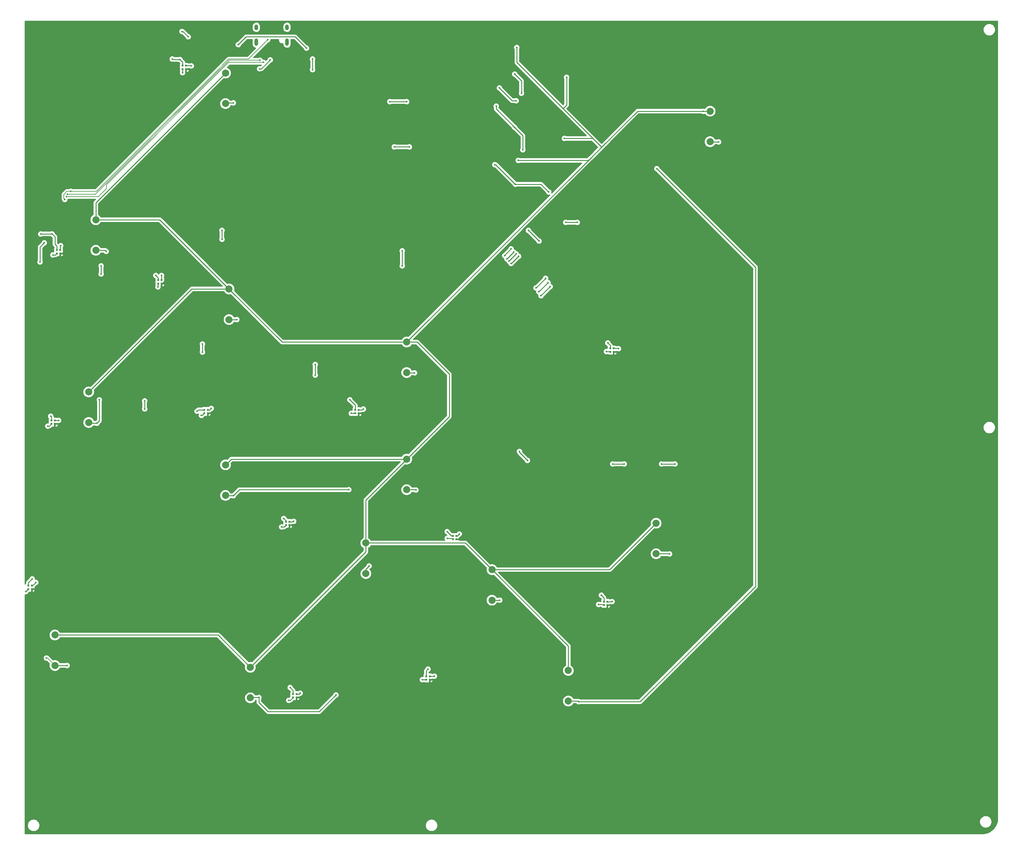
<source format=gtl>
%TF.GenerationSoftware,KiCad,Pcbnew,(6.0.4)*%
%TF.CreationDate,2022-05-26T23:51:16-07:00*%
%TF.ProjectId,bot_R,626f745f-522e-46b6-9963-61645f706362,rev?*%
%TF.SameCoordinates,Original*%
%TF.FileFunction,Copper,L1,Top*%
%TF.FilePolarity,Positive*%
%FSLAX46Y46*%
G04 Gerber Fmt 4.6, Leading zero omitted, Abs format (unit mm)*
G04 Created by KiCad (PCBNEW (6.0.4)) date 2022-05-26 23:51:16*
%MOMM*%
%LPD*%
G01*
G04 APERTURE LIST*
%TA.AperFunction,SMDPad,CuDef*%
%ADD10C,2.000000*%
%TD*%
%TA.AperFunction,SMDPad,CuDef*%
%ADD11R,0.550000X0.550000*%
%TD*%
%TA.AperFunction,ComponentPad*%
%ADD12O,1.000000X1.600000*%
%TD*%
%TA.AperFunction,ComponentPad*%
%ADD13O,1.000000X2.100000*%
%TD*%
%TA.AperFunction,ViaPad*%
%ADD14C,0.500000*%
%TD*%
%TA.AperFunction,Conductor*%
%ADD15C,0.250000*%
%TD*%
%TA.AperFunction,Conductor*%
%ADD16C,0.200000*%
%TD*%
G04 APERTURE END LIST*
D10*
%TO.P,TP13,1,1*%
%TO.N,+3V3*%
X40500000Y-76500000D03*
%TD*%
%TO.P,TP21,1,1*%
%TO.N,/SUP29*%
X128000000Y-119525000D03*
%TD*%
%TO.P,TP27,1,1*%
%TO.N,+3V3*%
X84000000Y-202500000D03*
%TD*%
%TO.P,TP22,1,1*%
%TO.N,/SUP30*%
X77000000Y-154100000D03*
%TD*%
%TO.P,TP6,1,1*%
%TO.N,+3V3*%
X38500000Y-124975000D03*
%TD*%
D11*
%TO.P,D14,1,DIN*%
%TO.N,Net-(D13-Pad3)*%
X21525000Y-180475000D03*
%TO.P,D14,2,VDD*%
%TO.N,+5V*%
X22475000Y-180475000D03*
%TO.P,D14,3,DOUT*%
%TO.N,/LED_BR2BL*%
X22475000Y-179525000D03*
%TO.P,D14,4,VSS*%
%TO.N,GND*%
X21525000Y-179525000D03*
%TD*%
%TO.P,D6,1,DIN*%
%TO.N,Net-(D5-Pad3)*%
X133525000Y-205975000D03*
%TO.P,D6,2,VDD*%
%TO.N,+5V*%
X134475000Y-205975000D03*
%TO.P,D6,3,DOUT*%
%TO.N,Net-(D6-Pad3)*%
X134475000Y-205025000D03*
%TO.P,D6,4,VSS*%
%TO.N,GND*%
X133525000Y-205025000D03*
%TD*%
D10*
%TO.P,TP14,1,1*%
%TO.N,/SUP22*%
X77000000Y-43800000D03*
%TD*%
%TO.P,TP10,1,1*%
%TO.N,+3V3*%
X213400000Y-45925000D03*
%TD*%
%TO.P,TP1,1,1*%
%TO.N,+3V3*%
X128000000Y-110925000D03*
%TD*%
%TO.P,TP8,1,1*%
%TO.N,+3V3*%
X116500000Y-167500000D03*
%TD*%
%TO.P,TP18,1,1*%
%TO.N,/SUP26*%
X173500000Y-212000000D03*
%TD*%
%TO.P,TP26,1,1*%
%TO.N,/SUP34*%
X29000000Y-202000000D03*
%TD*%
%TO.P,TP16,1,1*%
%TO.N,/SUP24*%
X198200000Y-170525000D03*
%TD*%
D11*
%TO.P,D12,1,DIN*%
%TO.N,Net-(D11-Pad3)*%
X58050000Y-94450000D03*
%TO.P,D12,2,VDD*%
%TO.N,+5V*%
X59000000Y-94450000D03*
%TO.P,D12,3,DOUT*%
%TO.N,Net-(D12-Pad3)*%
X59000000Y-93500000D03*
%TO.P,D12,4,VSS*%
%TO.N,GND*%
X58050000Y-93500000D03*
%TD*%
D10*
%TO.P,TP23,1,1*%
%TO.N,/SUP31*%
X38500000Y-133575000D03*
%TD*%
%TO.P,TP17,1,1*%
%TO.N,/SUP25*%
X152000000Y-183600000D03*
%TD*%
D11*
%TO.P,D2,1,DIN*%
%TO.N,/LED_TR2BR*%
X64925000Y-34075000D03*
%TO.P,D2,2,VDD*%
%TO.N,+5V*%
X65875000Y-34075000D03*
%TO.P,D2,3,DOUT*%
%TO.N,Net-(D2-Pad3)*%
X65875000Y-33125000D03*
%TO.P,D2,4,VSS*%
%TO.N,GND*%
X64925000Y-33125000D03*
%TD*%
%TO.P,D4,1,DIN*%
%TO.N,Net-(D3-Pad3)*%
X183525000Y-184975000D03*
%TO.P,D4,2,VDD*%
%TO.N,+5V*%
X184475000Y-184975000D03*
%TO.P,D4,3,DOUT*%
%TO.N,Net-(D4-Pad3)*%
X184475000Y-184025000D03*
%TO.P,D4,4,VSS*%
%TO.N,GND*%
X183525000Y-184025000D03*
%TD*%
D10*
%TO.P,TP11,1,1*%
%TO.N,+3V3*%
X173500000Y-203400000D03*
%TD*%
%TO.P,TP25,1,1*%
%TO.N,/SUP33*%
X40500000Y-85100000D03*
%TD*%
%TO.P,TP15,1,1*%
%TO.N,/SUP23*%
X213400000Y-54525000D03*
%TD*%
%TO.P,TP3,1,1*%
%TO.N,+3V3*%
X152000000Y-175000000D03*
%TD*%
D11*
%TO.P,D9,1,DIN*%
%TO.N,Net-(D8-Pad3)*%
X113525000Y-130975000D03*
%TO.P,D9,2,VDD*%
%TO.N,+5V*%
X114475000Y-130975000D03*
%TO.P,D9,3,DOUT*%
%TO.N,Net-(D10-Pad1)*%
X114475000Y-130025000D03*
%TO.P,D9,4,VSS*%
%TO.N,GND*%
X113525000Y-130025000D03*
%TD*%
D10*
%TO.P,TP5,1,1*%
%TO.N,+3V3*%
X78000000Y-96000000D03*
%TD*%
D11*
%TO.P,D11,1,DIN*%
%TO.N,Net-(D10-Pad3)*%
X28025000Y-133975000D03*
%TO.P,D11,2,VDD*%
%TO.N,+5V*%
X28975000Y-133975000D03*
%TO.P,D11,3,DOUT*%
%TO.N,Net-(D11-Pad3)*%
X28975000Y-133025000D03*
%TO.P,D11,4,VSS*%
%TO.N,GND*%
X28025000Y-133025000D03*
%TD*%
%TO.P,D7,1,DIN*%
%TO.N,Net-(D6-Pad3)*%
X96025000Y-210975000D03*
%TO.P,D7,2,VDD*%
%TO.N,+5V*%
X96975000Y-210975000D03*
%TO.P,D7,3,DOUT*%
%TO.N,Net-(D7-Pad3)*%
X96975000Y-210025000D03*
%TO.P,D7,4,VSS*%
%TO.N,GND*%
X96025000Y-210025000D03*
%TD*%
D10*
%TO.P,TP7,1,1*%
%TO.N,+3V3*%
X77000000Y-145500000D03*
%TD*%
%TO.P,TP28,1,1*%
%TO.N,/SUP28*%
X128000000Y-152500000D03*
%TD*%
%TO.P,TP24,1,1*%
%TO.N,/SUP32*%
X78000000Y-104600000D03*
%TD*%
%TO.P,TP2,1,1*%
%TO.N,+3V3*%
X29000000Y-193400000D03*
%TD*%
%TO.P,TP12,1,1*%
%TO.N,+3V3*%
X198200000Y-161925000D03*
%TD*%
D11*
%TO.P,D13,1,DIN*%
%TO.N,Net-(D12-Pad3)*%
X29525000Y-85975000D03*
%TO.P,D13,2,VDD*%
%TO.N,+5V*%
X30475000Y-85975000D03*
%TO.P,D13,3,DOUT*%
%TO.N,Net-(D13-Pad3)*%
X30475000Y-85025000D03*
%TO.P,D13,4,VSS*%
%TO.N,GND*%
X29525000Y-85025000D03*
%TD*%
D10*
%TO.P,TP19,1,1*%
%TO.N,/SUP27*%
X84000000Y-211100000D03*
%TD*%
D11*
%TO.P,D8,1,DIN*%
%TO.N,Net-(D7-Pad3)*%
X94025000Y-162475000D03*
%TO.P,D8,2,VDD*%
%TO.N,+5V*%
X94975000Y-162475000D03*
%TO.P,D8,3,DOUT*%
%TO.N,Net-(D8-Pad3)*%
X94975000Y-161525000D03*
%TO.P,D8,4,VSS*%
%TO.N,GND*%
X94025000Y-161525000D03*
%TD*%
D10*
%TO.P,TP9,1,1*%
%TO.N,+3V3*%
X128000000Y-143900000D03*
%TD*%
%TO.P,TP4,1,1*%
%TO.N,+3V3*%
X77000000Y-35200000D03*
%TD*%
D11*
%TO.P,D10,1,DIN*%
%TO.N,Net-(D10-Pad1)*%
X71050000Y-130950000D03*
%TO.P,D10,2,VDD*%
%TO.N,+5V*%
X72000000Y-130950000D03*
%TO.P,D10,3,DOUT*%
%TO.N,Net-(D10-Pad3)*%
X72000000Y-130000000D03*
%TO.P,D10,4,VSS*%
%TO.N,GND*%
X71050000Y-130000000D03*
%TD*%
%TO.P,D5,1,DIN*%
%TO.N,Net-(D4-Pad3)*%
X141025000Y-166475000D03*
%TO.P,D5,2,VDD*%
%TO.N,+5V*%
X141975000Y-166475000D03*
%TO.P,D5,3,DOUT*%
%TO.N,Net-(D5-Pad3)*%
X141975000Y-165525000D03*
%TO.P,D5,4,VSS*%
%TO.N,GND*%
X141025000Y-165525000D03*
%TD*%
%TO.P,D3,1,DIN*%
%TO.N,Net-(D2-Pad3)*%
X185325000Y-113675000D03*
%TO.P,D3,2,VDD*%
%TO.N,+5V*%
X186275000Y-113675000D03*
%TO.P,D3,3,DOUT*%
%TO.N,Net-(D3-Pad3)*%
X186275000Y-112725000D03*
%TO.P,D3,4,VSS*%
%TO.N,GND*%
X185325000Y-112725000D03*
%TD*%
D10*
%TO.P,TP20,1,1*%
%TO.N,/SUP28*%
X116500000Y-176100000D03*
%TD*%
D12*
%TO.P,J1,S1,SHIELD*%
%TO.N,Net-(J1-PadS1)*%
X94320000Y-22320000D03*
D13*
X85680000Y-26500000D03*
D12*
X85680000Y-22320000D03*
D13*
X94320000Y-26500000D03*
%TD*%
D14*
%TO.N,+3V3*%
X154100000Y-39400000D03*
X172400000Y-53600000D03*
X211500000Y-46000000D03*
X158800000Y-43000000D03*
X173000000Y-36400000D03*
X159000000Y-28000000D03*
X159400000Y-59800000D03*
%TO.N,GND*%
X70500000Y-111500000D03*
X101500000Y-34250000D03*
X27800000Y-131800000D03*
X69000000Y-130400000D03*
X80600000Y-27200000D03*
X99800000Y-28200000D03*
X182800000Y-182200000D03*
X123250000Y-43250000D03*
X153200000Y-44500000D03*
X76000000Y-79500000D03*
X162000000Y-144250000D03*
X70500000Y-113750000D03*
X126750000Y-89500000D03*
X64750000Y-23500000D03*
X76000000Y-82000000D03*
X158400000Y-35500000D03*
X93400000Y-160600000D03*
X203500000Y-145250000D03*
X54250000Y-129750000D03*
X176000000Y-77250000D03*
X64200000Y-31400000D03*
X42000000Y-91750000D03*
X160300000Y-40900000D03*
X162250000Y-79500000D03*
X102250000Y-120250000D03*
X134000000Y-203000000D03*
X199750000Y-145250000D03*
X57400000Y-92200000D03*
X160700000Y-56800000D03*
X152800000Y-61000000D03*
X42000000Y-89500000D03*
X95200000Y-208200000D03*
X139400000Y-164300000D03*
X126750000Y-85250000D03*
X186000000Y-145250000D03*
X102250000Y-117250000D03*
X25000000Y-80500000D03*
X54250000Y-127500000D03*
X128000000Y-43250000D03*
X124500000Y-56000000D03*
X28200000Y-80500000D03*
X128750000Y-56000000D03*
X158600000Y-66500000D03*
X184600000Y-111200000D03*
X165250000Y-82500000D03*
X158400000Y-50500000D03*
X22600000Y-177600000D03*
X62000000Y-31250000D03*
X172750000Y-77250000D03*
X159750000Y-141750000D03*
X101500000Y-31250000D03*
X168000000Y-68700000D03*
X66500000Y-25000000D03*
X112000000Y-127200000D03*
X189250000Y-145250000D03*
%TO.N,+5V*%
X183000000Y-34400000D03*
X74200000Y-126000000D03*
X144200000Y-163600000D03*
X32400000Y-85000000D03*
X115900000Y-124000000D03*
X188200000Y-179600000D03*
X67200000Y-30400000D03*
X31000000Y-182800000D03*
X61000000Y-92600000D03*
X137400000Y-200200000D03*
X190200000Y-108200000D03*
X98400000Y-159400000D03*
X32800000Y-127800000D03*
X99400000Y-204600000D03*
%TO.N,/LED_TR2BR*%
X64900000Y-35100000D03*
X86600000Y-34000000D03*
X89600000Y-31500000D03*
%TO.N,Net-(D2-Pad3)*%
X184200000Y-113600000D03*
X67400000Y-33200000D03*
%TO.N,Net-(D3-Pad3)*%
X187600000Y-112800000D03*
X182000000Y-184800000D03*
%TO.N,Net-(D4-Pad3)*%
X185800000Y-184000000D03*
X139400000Y-166200000D03*
%TO.N,Net-(D5-Pad3)*%
X132400000Y-206000000D03*
X142800000Y-165000000D03*
%TO.N,Net-(D6-Pad3)*%
X94800000Y-211800000D03*
X135800000Y-205000000D03*
%TO.N,Net-(D7-Pad3)*%
X92800000Y-163000000D03*
X98000000Y-209800000D03*
%TO.N,Net-(D8-Pad3)*%
X112400000Y-131000000D03*
X96200000Y-161400000D03*
%TO.N,Net-(D10-Pad1)*%
X70200000Y-131600000D03*
X115800000Y-129800000D03*
%TO.N,Net-(D10-Pad3)*%
X73000000Y-129600000D03*
X27000000Y-134600000D03*
%TO.N,Net-(D11-Pad3)*%
X30000000Y-133000000D03*
X58000000Y-95400000D03*
%TO.N,Net-(D12-Pad3)*%
X59000000Y-92200000D03*
X28400000Y-86400000D03*
%TO.N,Net-(D13-Pad3)*%
X20800000Y-181200000D03*
X30600000Y-83800000D03*
%TO.N,/LED_BR2BL*%
X23600000Y-178600000D03*
X26000000Y-83000000D03*
X24800000Y-88400000D03*
%TO.N,/GPIO1_SCL*%
X32453761Y-69306228D03*
X86700000Y-31600000D03*
%TO.N,/GPIO0_SDA*%
X32260000Y-70000000D03*
X87700000Y-32200000D03*
%TO.N,/SUP34*%
X88900000Y-25800000D03*
X31760000Y-70800000D03*
X33460000Y-68500000D03*
X26600000Y-199900000D03*
X32400000Y-202000000D03*
%TO.N,/SUP22*%
X79200000Y-43600000D03*
%TO.N,/SUP23*%
X215800000Y-54600000D03*
%TO.N,/SUP24*%
X202000000Y-170600000D03*
%TO.N,/SUP25*%
X154200000Y-183600000D03*
%TO.N,/SUP26*%
X176400000Y-212200000D03*
X198400000Y-62100000D03*
%TO.N,/SUP27*%
X86400000Y-211000000D03*
X168400000Y-95300000D03*
X165800000Y-97900000D03*
X108100000Y-210300000D03*
%TO.N,/SUP28*%
X167800000Y-94200000D03*
X165200000Y-96800000D03*
X130600000Y-152600000D03*
X117400000Y-174000000D03*
%TO.N,/SUP29*%
X164400000Y-95700000D03*
X130200000Y-119600000D03*
X167100000Y-93000000D03*
%TO.N,/SUP30*%
X157400000Y-88800000D03*
X159500000Y-86800000D03*
X79200000Y-154200000D03*
X111700000Y-152500000D03*
%TO.N,/SUP31*%
X40800000Y-133800000D03*
X156800000Y-88100000D03*
X41500000Y-127200000D03*
X158800000Y-86100000D03*
%TO.N,/SUP32*%
X80200000Y-104600000D03*
X158100000Y-85600000D03*
X156200000Y-87500000D03*
%TO.N,/SUP33*%
X157400000Y-84700000D03*
X43400000Y-85400000D03*
X155600000Y-86600000D03*
%TD*%
D15*
%TO.N,+3V3*%
X159000000Y-28000000D02*
X159000000Y-32200000D01*
X40500000Y-71700000D02*
X40500000Y-76500000D01*
X185125000Y-175000000D02*
X198200000Y-161925000D01*
X193000000Y-45925000D02*
X182862500Y-56062500D01*
X78000000Y-96000000D02*
X92925000Y-110925000D01*
X173500000Y-196500000D02*
X173500000Y-203400000D01*
X29000000Y-193400000D02*
X74900000Y-193400000D01*
X128000000Y-110925000D02*
X130925000Y-110925000D01*
X172000000Y-45200000D02*
X180400000Y-53600000D01*
X182862500Y-56062500D02*
X179862500Y-59062500D01*
X130925000Y-110925000D02*
X140000000Y-120000000D01*
X67475000Y-96000000D02*
X38500000Y-124975000D01*
X78600000Y-143900000D02*
X128000000Y-143900000D01*
X40500000Y-76500000D02*
X58500000Y-76500000D01*
X213325000Y-46000000D02*
X213400000Y-45925000D01*
X144500000Y-167500000D02*
X152000000Y-175000000D01*
X116500000Y-167500000D02*
X116500000Y-155400000D01*
X140000000Y-131900000D02*
X128000000Y-143900000D01*
X116500000Y-155400000D02*
X128000000Y-143900000D01*
X173000000Y-44200000D02*
X172000000Y-45200000D01*
X74900000Y-193400000D02*
X84000000Y-202500000D01*
X77000000Y-35200000D02*
X40500000Y-71700000D01*
X152000000Y-175000000D02*
X173500000Y-196500000D01*
X140000000Y-120000000D02*
X140000000Y-131900000D01*
X58500000Y-76500000D02*
X78000000Y-96000000D01*
X180400000Y-53600000D02*
X182862500Y-56062500D01*
X92925000Y-110925000D02*
X128000000Y-110925000D01*
X116500000Y-167500000D02*
X144500000Y-167500000D01*
X172400000Y-53600000D02*
X180400000Y-53600000D01*
X84000000Y-202500000D02*
X116500000Y-170000000D01*
X159000000Y-32200000D02*
X172000000Y-45200000D01*
X78000000Y-96000000D02*
X67475000Y-96000000D01*
X152000000Y-175000000D02*
X185125000Y-175000000D01*
X173000000Y-36400000D02*
X173000000Y-44200000D01*
X179862500Y-59062500D02*
X128000000Y-110925000D01*
X116500000Y-170000000D02*
X116500000Y-167500000D01*
X77000000Y-145500000D02*
X78600000Y-143900000D01*
X159400000Y-59800000D02*
X179125000Y-59800000D01*
X157700000Y-43000000D02*
X158800000Y-43000000D01*
X154100000Y-39400000D02*
X157700000Y-43000000D01*
X179125000Y-59800000D02*
X179862500Y-59062500D01*
X211500000Y-46000000D02*
X213325000Y-46000000D01*
X213400000Y-45925000D02*
X193000000Y-45925000D01*
%TO.N,GND*%
X162250000Y-79500000D02*
X165250000Y-82500000D01*
X185325000Y-111925000D02*
X184600000Y-111200000D01*
X29000000Y-81300000D02*
X28200000Y-80500000D01*
X183525000Y-184025000D02*
X183525000Y-182925000D01*
X140625000Y-165525000D02*
X141025000Y-165525000D01*
X28200000Y-80500000D02*
X25000000Y-80500000D01*
X64925000Y-33125000D02*
X64925000Y-32125000D01*
X160700000Y-52800000D02*
X160700000Y-56800000D01*
X96025000Y-210025000D02*
X96025000Y-209025000D01*
X113525000Y-130025000D02*
X113525000Y-128725000D01*
X94025000Y-161225000D02*
X93400000Y-160600000D01*
X29000000Y-83400000D02*
X29000000Y-81300000D01*
X128750000Y-56000000D02*
X124500000Y-56000000D01*
X29525000Y-83925000D02*
X29000000Y-83400000D01*
X159750000Y-142000000D02*
X162000000Y-144250000D01*
X54250000Y-127500000D02*
X54250000Y-129750000D01*
X76000000Y-79500000D02*
X76000000Y-82000000D01*
X102250000Y-117250000D02*
X102250000Y-120250000D01*
X183525000Y-182925000D02*
X182800000Y-182200000D01*
X82800000Y-25000000D02*
X96600000Y-25000000D01*
X94025000Y-161525000D02*
X94025000Y-161225000D01*
X58050000Y-92850000D02*
X57400000Y-92200000D01*
X153200000Y-45300000D02*
X158400000Y-50500000D01*
X64200000Y-31400000D02*
X62150000Y-31400000D01*
X153100000Y-61000000D02*
X158600000Y-66500000D01*
X160300000Y-40900000D02*
X160300000Y-37400000D01*
X123250000Y-43250000D02*
X128000000Y-43250000D01*
X165800000Y-66500000D02*
X158600000Y-66500000D01*
X199750000Y-145250000D02*
X203500000Y-145250000D01*
X189250000Y-145250000D02*
X186000000Y-145250000D01*
X113525000Y-128725000D02*
X112000000Y-127200000D01*
X58050000Y-93500000D02*
X58050000Y-92850000D01*
X64925000Y-32125000D02*
X64200000Y-31400000D01*
X29525000Y-85025000D02*
X29525000Y-83925000D01*
X69400000Y-130000000D02*
X71050000Y-130000000D01*
X153200000Y-44500000D02*
X153200000Y-45300000D01*
X185325000Y-112725000D02*
X185325000Y-111925000D01*
X69000000Y-130400000D02*
X69400000Y-130000000D01*
X42000000Y-89500000D02*
X42000000Y-91750000D01*
X158400000Y-50500000D02*
X160700000Y-52800000D01*
X28025000Y-133025000D02*
X28025000Y-132025000D01*
X21525000Y-179525000D02*
X21525000Y-178675000D01*
X101500000Y-31250000D02*
X101500000Y-34250000D01*
X64750000Y-23500000D02*
X65000000Y-23500000D01*
X28025000Y-132025000D02*
X27800000Y-131800000D01*
X133525000Y-205025000D02*
X133525000Y-203475000D01*
X159750000Y-141750000D02*
X159750000Y-142000000D01*
X126750000Y-85250000D02*
X126750000Y-89500000D01*
X168000000Y-68700000D02*
X165800000Y-66500000D01*
X133525000Y-203475000D02*
X134000000Y-203000000D01*
X21525000Y-178675000D02*
X22600000Y-177600000D01*
X96600000Y-25000000D02*
X99800000Y-28200000D01*
X62150000Y-31400000D02*
X62000000Y-31250000D01*
X80600000Y-27200000D02*
X82800000Y-25000000D01*
X70500000Y-111500000D02*
X70500000Y-113750000D01*
X160300000Y-37400000D02*
X158400000Y-35500000D01*
X152800000Y-61000000D02*
X153100000Y-61000000D01*
X172750000Y-77250000D02*
X176000000Y-77250000D01*
X139400000Y-164300000D02*
X140625000Y-165525000D01*
X65000000Y-23500000D02*
X66500000Y-25000000D01*
X96025000Y-209025000D02*
X95200000Y-208200000D01*
%TO.N,+5V*%
X61000000Y-92600000D02*
X59150000Y-94450000D01*
X59150000Y-94450000D02*
X59000000Y-94450000D01*
X31425000Y-85975000D02*
X30475000Y-85975000D01*
X32400000Y-85000000D02*
X31425000Y-85975000D01*
X142500000Y-166475000D02*
X141975000Y-166475000D01*
X144200000Y-164775000D02*
X142500000Y-166475000D01*
X144200000Y-163600000D02*
X144200000Y-164775000D01*
%TO.N,/LED_TR2BR*%
X64900000Y-35100000D02*
X64900000Y-34100000D01*
X64900000Y-34100000D02*
X64925000Y-34075000D01*
X87100000Y-34000000D02*
X86600000Y-34000000D01*
X89600000Y-31500000D02*
X87100000Y-34000000D01*
%TO.N,Net-(D2-Pad3)*%
X185250000Y-113600000D02*
X185325000Y-113675000D01*
X184200000Y-113600000D02*
X185250000Y-113600000D01*
X67325000Y-33125000D02*
X67400000Y-33200000D01*
X65875000Y-33125000D02*
X67325000Y-33125000D01*
%TO.N,Net-(D3-Pad3)*%
X183350000Y-184800000D02*
X183525000Y-184975000D01*
X187525000Y-112725000D02*
X187600000Y-112800000D01*
X182000000Y-184800000D02*
X183350000Y-184800000D01*
X186275000Y-112725000D02*
X187525000Y-112725000D01*
%TO.N,Net-(D4-Pad3)*%
X139400000Y-166200000D02*
X140750000Y-166200000D01*
X140750000Y-166200000D02*
X141025000Y-166475000D01*
X184475000Y-184025000D02*
X185775000Y-184025000D01*
X185775000Y-184025000D02*
X185800000Y-184000000D01*
%TO.N,Net-(D5-Pad3)*%
X132400000Y-206000000D02*
X133500000Y-206000000D01*
X133500000Y-206000000D02*
X133525000Y-205975000D01*
X141975000Y-165525000D02*
X142275000Y-165525000D01*
X142275000Y-165525000D02*
X142800000Y-165000000D01*
%TO.N,Net-(D6-Pad3)*%
X135775000Y-205025000D02*
X135800000Y-205000000D01*
X134475000Y-205025000D02*
X135775000Y-205025000D01*
X94800000Y-211800000D02*
X95200000Y-211800000D01*
X95200000Y-211800000D02*
X96025000Y-210975000D01*
%TO.N,Net-(D7-Pad3)*%
X96975000Y-210025000D02*
X97775000Y-210025000D01*
X93500000Y-163000000D02*
X94025000Y-162475000D01*
X97775000Y-210025000D02*
X98000000Y-209800000D01*
X92800000Y-163000000D02*
X93500000Y-163000000D01*
%TO.N,Net-(D8-Pad3)*%
X96075000Y-161525000D02*
X96200000Y-161400000D01*
X94975000Y-161525000D02*
X96075000Y-161525000D01*
X113500000Y-131000000D02*
X113525000Y-130975000D01*
X112400000Y-131000000D02*
X113500000Y-131000000D01*
%TO.N,Net-(D10-Pad1)*%
X115575000Y-130025000D02*
X115800000Y-129800000D01*
X70200000Y-131600000D02*
X70400000Y-131600000D01*
X114475000Y-130025000D02*
X115575000Y-130025000D01*
X70400000Y-131600000D02*
X71050000Y-130950000D01*
%TO.N,Net-(D10-Pad3)*%
X27400000Y-134600000D02*
X28025000Y-133975000D01*
X27000000Y-134600000D02*
X27400000Y-134600000D01*
X72600000Y-130000000D02*
X73000000Y-129600000D01*
X72000000Y-130000000D02*
X72600000Y-130000000D01*
%TO.N,Net-(D11-Pad3)*%
X28975000Y-133025000D02*
X29975000Y-133025000D01*
X58000000Y-94500000D02*
X58050000Y-94450000D01*
X29975000Y-133025000D02*
X30000000Y-133000000D01*
X58000000Y-95400000D02*
X58000000Y-94500000D01*
%TO.N,Net-(D12-Pad3)*%
X28400000Y-86400000D02*
X29100000Y-86400000D01*
X59000000Y-93500000D02*
X59000000Y-92200000D01*
X29100000Y-86400000D02*
X29525000Y-85975000D01*
%TO.N,Net-(D13-Pad3)*%
X30475000Y-85025000D02*
X30475000Y-83925000D01*
X20800000Y-181200000D02*
X21525000Y-180475000D01*
X30475000Y-83925000D02*
X30600000Y-83800000D01*
%TO.N,/LED_BR2BL*%
X22475000Y-179525000D02*
X22675000Y-179525000D01*
X25400000Y-83600000D02*
X26000000Y-83000000D01*
X22675000Y-179525000D02*
X23600000Y-178600000D01*
X24800000Y-84200000D02*
X25400000Y-83600000D01*
X24800000Y-88400000D02*
X24800000Y-84200000D01*
D16*
%TO.N,/GPIO1_SCL*%
X78038244Y-31600000D02*
X86700000Y-31600000D01*
X40332016Y-69306228D02*
X78038244Y-31600000D01*
X40332016Y-69306228D02*
X32453761Y-69306228D01*
%TO.N,/GPIO0_SDA*%
X43500000Y-67700000D02*
X41200000Y-70000000D01*
X77900000Y-32200000D02*
X43500000Y-66600000D01*
X87700000Y-32200000D02*
X77900000Y-32200000D01*
X43500000Y-66600000D02*
X43500000Y-67700000D01*
X41200000Y-70000000D02*
X32260000Y-70000000D01*
%TO.N,/SUP34*%
X31460000Y-69400000D02*
X31460000Y-70500000D01*
X40676474Y-68500000D02*
X33460000Y-68500000D01*
D15*
X32400000Y-202000000D02*
X29000000Y-202000000D01*
D16*
X77902995Y-31273480D02*
X73538237Y-35638237D01*
X83426520Y-31273480D02*
X77902995Y-31273480D01*
X26900000Y-199900000D02*
X26600000Y-199900000D01*
X32360000Y-68500000D02*
X31460000Y-69400000D01*
X73538237Y-35638237D02*
X40676474Y-68500000D01*
X29000000Y-202000000D02*
X26900000Y-199900000D01*
X31460000Y-70500000D02*
X31760000Y-70800000D01*
X88900000Y-25800000D02*
X83426520Y-31273480D01*
X33260000Y-68500000D02*
X32360000Y-68500000D01*
D15*
%TO.N,/SUP22*%
X77200000Y-43600000D02*
X77000000Y-43800000D01*
X79200000Y-43600000D02*
X77200000Y-43600000D01*
%TO.N,/SUP23*%
X213475000Y-54600000D02*
X213400000Y-54525000D01*
X215800000Y-54600000D02*
X213475000Y-54600000D01*
%TO.N,/SUP24*%
X202000000Y-170600000D02*
X201925000Y-170525000D01*
X201925000Y-170525000D02*
X198200000Y-170525000D01*
%TO.N,/SUP25*%
X154200000Y-183600000D02*
X152000000Y-183600000D01*
%TO.N,/SUP26*%
X193700000Y-212200000D02*
X176400000Y-212200000D01*
X226200000Y-179700000D02*
X193700000Y-212200000D01*
X176400000Y-212200000D02*
X176200000Y-212000000D01*
X226200000Y-89900000D02*
X226200000Y-179700000D01*
X176200000Y-212000000D02*
X173500000Y-212000000D01*
X198400000Y-62100000D02*
X226200000Y-89900000D01*
%TO.N,/SUP27*%
X103400000Y-215000000D02*
X89000000Y-215000000D01*
X86400000Y-212400000D02*
X86400000Y-211000000D01*
X84100000Y-211000000D02*
X84000000Y-211100000D01*
X108100000Y-210300000D02*
X103400000Y-215000000D01*
X86400000Y-211000000D02*
X84100000Y-211000000D01*
X168400000Y-95300000D02*
X165800000Y-97900000D01*
X89000000Y-215000000D02*
X86400000Y-212400000D01*
%TO.N,/SUP28*%
X116500000Y-176100000D02*
X116500000Y-174900000D01*
X130500000Y-152500000D02*
X128000000Y-152500000D01*
X167800000Y-94200000D02*
X165200000Y-96800000D01*
X116500000Y-174900000D02*
X117400000Y-174000000D01*
X130600000Y-152600000D02*
X130500000Y-152500000D01*
%TO.N,/SUP29*%
X167100000Y-93000000D02*
X164400000Y-95700000D01*
X130200000Y-119600000D02*
X128075000Y-119600000D01*
X128075000Y-119600000D02*
X128000000Y-119525000D01*
%TO.N,/SUP30*%
X111700000Y-152500000D02*
X80900000Y-152500000D01*
X157500000Y-88800000D02*
X157400000Y-88800000D01*
X79200000Y-154200000D02*
X77100000Y-154200000D01*
X80900000Y-152500000D02*
X79200000Y-154200000D01*
X159500000Y-86800000D02*
X157500000Y-88800000D01*
X77100000Y-154200000D02*
X77000000Y-154100000D01*
%TO.N,/SUP31*%
X158800000Y-86100000D02*
X156800000Y-88100000D01*
X40800000Y-133800000D02*
X38725000Y-133800000D01*
X41500000Y-133100000D02*
X40800000Y-133800000D01*
X41500000Y-127200000D02*
X41500000Y-133100000D01*
X38725000Y-133800000D02*
X38500000Y-133575000D01*
%TO.N,/SUP32*%
X80200000Y-104600000D02*
X78000000Y-104600000D01*
X158100000Y-85600000D02*
X156200000Y-87500000D01*
%TO.N,/SUP33*%
X157400000Y-84700000D02*
X155600000Y-86500000D01*
X43100000Y-85100000D02*
X40500000Y-85100000D01*
X155600000Y-86500000D02*
X155600000Y-86600000D01*
X43400000Y-85400000D02*
X43100000Y-85100000D01*
%TD*%
%TA.AperFunction,Conductor*%
%TO.N,+5V*%
G36*
X294433621Y-20528502D02*
G01*
X294480114Y-20582158D01*
X294491500Y-20634500D01*
X294491500Y-244950633D01*
X294490000Y-244970018D01*
X294487690Y-244984851D01*
X294487690Y-244984855D01*
X294486309Y-244993724D01*
X294488984Y-245014183D01*
X294489928Y-245036007D01*
X294479621Y-245272072D01*
X294474648Y-245385964D01*
X294473690Y-245396914D01*
X294423982Y-245774490D01*
X294422074Y-245785307D01*
X294362099Y-246055838D01*
X294339647Y-246157114D01*
X294336802Y-246167731D01*
X294231594Y-246501409D01*
X294222285Y-246530932D01*
X294218529Y-246541254D01*
X294115439Y-246790136D01*
X294072784Y-246893114D01*
X294068142Y-246903067D01*
X293905953Y-247214631D01*
X293892295Y-247240867D01*
X293886799Y-247250387D01*
X293682180Y-247571574D01*
X293675876Y-247580578D01*
X293444038Y-247882716D01*
X293436972Y-247891137D01*
X293179686Y-248171914D01*
X293171914Y-248179686D01*
X292891137Y-248436972D01*
X292882716Y-248444038D01*
X292580578Y-248675876D01*
X292571574Y-248682180D01*
X292250387Y-248886799D01*
X292240868Y-248892294D01*
X291903067Y-249068142D01*
X291893123Y-249072780D01*
X291541254Y-249218529D01*
X291530939Y-249222282D01*
X291167732Y-249336802D01*
X291157115Y-249339647D01*
X290785307Y-249422074D01*
X290774498Y-249423981D01*
X290413564Y-249471498D01*
X290396914Y-249473690D01*
X290385965Y-249474648D01*
X290043446Y-249489603D01*
X290018571Y-249488223D01*
X290006276Y-249486309D01*
X289997374Y-249487473D01*
X289997372Y-249487473D01*
X289982323Y-249489441D01*
X289974714Y-249490436D01*
X289958379Y-249491500D01*
X20634500Y-249491500D01*
X20566379Y-249471498D01*
X20519886Y-249417842D01*
X20508500Y-249365500D01*
X20508500Y-247000000D01*
X21386526Y-247000000D01*
X21406391Y-247252403D01*
X21465495Y-247498591D01*
X21467388Y-247503162D01*
X21467389Y-247503164D01*
X21511021Y-247608500D01*
X21562384Y-247732502D01*
X21694672Y-247948376D01*
X21859102Y-248140898D01*
X22051624Y-248305328D01*
X22267498Y-248437616D01*
X22272068Y-248439509D01*
X22272072Y-248439511D01*
X22496836Y-248532611D01*
X22501409Y-248534505D01*
X22586032Y-248554821D01*
X22742784Y-248592454D01*
X22742790Y-248592455D01*
X22747597Y-248593609D01*
X22847416Y-248601465D01*
X22934345Y-248608307D01*
X22934352Y-248608307D01*
X22936801Y-248608500D01*
X23063199Y-248608500D01*
X23065648Y-248608307D01*
X23065655Y-248608307D01*
X23152584Y-248601465D01*
X23252403Y-248593609D01*
X23257210Y-248592455D01*
X23257216Y-248592454D01*
X23413968Y-248554821D01*
X23498591Y-248534505D01*
X23503164Y-248532611D01*
X23727928Y-248439511D01*
X23727932Y-248439509D01*
X23732502Y-248437616D01*
X23948376Y-248305328D01*
X24140898Y-248140898D01*
X24305328Y-247948376D01*
X24437616Y-247732502D01*
X24488980Y-247608500D01*
X24532611Y-247503164D01*
X24532612Y-247503162D01*
X24534505Y-247498591D01*
X24593609Y-247252403D01*
X24613474Y-247000000D01*
X133386526Y-247000000D01*
X133406391Y-247252403D01*
X133465495Y-247498591D01*
X133467388Y-247503162D01*
X133467389Y-247503164D01*
X133511021Y-247608500D01*
X133562384Y-247732502D01*
X133694672Y-247948376D01*
X133859102Y-248140898D01*
X134051624Y-248305328D01*
X134267498Y-248437616D01*
X134272068Y-248439509D01*
X134272072Y-248439511D01*
X134496836Y-248532611D01*
X134501409Y-248534505D01*
X134586032Y-248554821D01*
X134742784Y-248592454D01*
X134742790Y-248592455D01*
X134747597Y-248593609D01*
X134847416Y-248601465D01*
X134934345Y-248608307D01*
X134934352Y-248608307D01*
X134936801Y-248608500D01*
X135063199Y-248608500D01*
X135065648Y-248608307D01*
X135065655Y-248608307D01*
X135152584Y-248601465D01*
X135252403Y-248593609D01*
X135257210Y-248592455D01*
X135257216Y-248592454D01*
X135413968Y-248554821D01*
X135498591Y-248534505D01*
X135503164Y-248532611D01*
X135727928Y-248439511D01*
X135727932Y-248439509D01*
X135732502Y-248437616D01*
X135948376Y-248305328D01*
X136140898Y-248140898D01*
X136305328Y-247948376D01*
X136437616Y-247732502D01*
X136488980Y-247608500D01*
X136532611Y-247503164D01*
X136532612Y-247503162D01*
X136534505Y-247498591D01*
X136593609Y-247252403D01*
X136613474Y-247000000D01*
X136593609Y-246747597D01*
X136590999Y-246736722D01*
X136554821Y-246586032D01*
X136534505Y-246501409D01*
X136437616Y-246267498D01*
X136305328Y-246051624D01*
X136261237Y-246000000D01*
X289386526Y-246000000D01*
X289406391Y-246252403D01*
X289407545Y-246257210D01*
X289407546Y-246257216D01*
X289410015Y-246267498D01*
X289465495Y-246498591D01*
X289562384Y-246732502D01*
X289694672Y-246948376D01*
X289859102Y-247140898D01*
X290051624Y-247305328D01*
X290267498Y-247437616D01*
X290272068Y-247439509D01*
X290272072Y-247439511D01*
X290496836Y-247532611D01*
X290501409Y-247534505D01*
X290586032Y-247554821D01*
X290742784Y-247592454D01*
X290742790Y-247592455D01*
X290747597Y-247593609D01*
X290847416Y-247601465D01*
X290934345Y-247608307D01*
X290934352Y-247608307D01*
X290936801Y-247608500D01*
X291063199Y-247608500D01*
X291065648Y-247608307D01*
X291065655Y-247608307D01*
X291152584Y-247601465D01*
X291252403Y-247593609D01*
X291257210Y-247592455D01*
X291257216Y-247592454D01*
X291413968Y-247554821D01*
X291498591Y-247534505D01*
X291503164Y-247532611D01*
X291727928Y-247439511D01*
X291727932Y-247439509D01*
X291732502Y-247437616D01*
X291948376Y-247305328D01*
X292140898Y-247140898D01*
X292305328Y-246948376D01*
X292437616Y-246732502D01*
X292534505Y-246498591D01*
X292589985Y-246267498D01*
X292592454Y-246257216D01*
X292592455Y-246257210D01*
X292593609Y-246252403D01*
X292613474Y-246000000D01*
X292593609Y-245747597D01*
X292534505Y-245501409D01*
X292532611Y-245496836D01*
X292439511Y-245272072D01*
X292439509Y-245272068D01*
X292437616Y-245267498D01*
X292305328Y-245051624D01*
X292140898Y-244859102D01*
X291948376Y-244694672D01*
X291732502Y-244562384D01*
X291727932Y-244560491D01*
X291727928Y-244560489D01*
X291503164Y-244467389D01*
X291503162Y-244467388D01*
X291498591Y-244465495D01*
X291413968Y-244445179D01*
X291257216Y-244407546D01*
X291257210Y-244407545D01*
X291252403Y-244406391D01*
X291152584Y-244398535D01*
X291065655Y-244391693D01*
X291065648Y-244391693D01*
X291063199Y-244391500D01*
X290936801Y-244391500D01*
X290934352Y-244391693D01*
X290934345Y-244391693D01*
X290847416Y-244398535D01*
X290747597Y-244406391D01*
X290742790Y-244407545D01*
X290742784Y-244407546D01*
X290586032Y-244445179D01*
X290501409Y-244465495D01*
X290496838Y-244467388D01*
X290496836Y-244467389D01*
X290272072Y-244560489D01*
X290272068Y-244560491D01*
X290267498Y-244562384D01*
X290051624Y-244694672D01*
X289859102Y-244859102D01*
X289694672Y-245051624D01*
X289562384Y-245267498D01*
X289560491Y-245272068D01*
X289560489Y-245272072D01*
X289467389Y-245496836D01*
X289465495Y-245501409D01*
X289406391Y-245747597D01*
X289386526Y-246000000D01*
X136261237Y-246000000D01*
X136140898Y-245859102D01*
X135948376Y-245694672D01*
X135732502Y-245562384D01*
X135727932Y-245560491D01*
X135727928Y-245560489D01*
X135503164Y-245467389D01*
X135503162Y-245467388D01*
X135498591Y-245465495D01*
X135413968Y-245445179D01*
X135257216Y-245407546D01*
X135257210Y-245407545D01*
X135252403Y-245406391D01*
X135152584Y-245398535D01*
X135065655Y-245391693D01*
X135065648Y-245391693D01*
X135063199Y-245391500D01*
X134936801Y-245391500D01*
X134934352Y-245391693D01*
X134934345Y-245391693D01*
X134847416Y-245398535D01*
X134747597Y-245406391D01*
X134742790Y-245407545D01*
X134742784Y-245407546D01*
X134586032Y-245445179D01*
X134501409Y-245465495D01*
X134496838Y-245467388D01*
X134496836Y-245467389D01*
X134272072Y-245560489D01*
X134272068Y-245560491D01*
X134267498Y-245562384D01*
X134051624Y-245694672D01*
X133859102Y-245859102D01*
X133694672Y-246051624D01*
X133562384Y-246267498D01*
X133465495Y-246501409D01*
X133445179Y-246586032D01*
X133409002Y-246736722D01*
X133406391Y-246747597D01*
X133386526Y-247000000D01*
X24613474Y-247000000D01*
X24593609Y-246747597D01*
X24590999Y-246736722D01*
X24554821Y-246586032D01*
X24534505Y-246501409D01*
X24437616Y-246267498D01*
X24305328Y-246051624D01*
X24140898Y-245859102D01*
X23948376Y-245694672D01*
X23732502Y-245562384D01*
X23727932Y-245560491D01*
X23727928Y-245560489D01*
X23503164Y-245467389D01*
X23503162Y-245467388D01*
X23498591Y-245465495D01*
X23413968Y-245445179D01*
X23257216Y-245407546D01*
X23257210Y-245407545D01*
X23252403Y-245406391D01*
X23152584Y-245398535D01*
X23065655Y-245391693D01*
X23065648Y-245391693D01*
X23063199Y-245391500D01*
X22936801Y-245391500D01*
X22934352Y-245391693D01*
X22934345Y-245391693D01*
X22847416Y-245398535D01*
X22747597Y-245406391D01*
X22742790Y-245407545D01*
X22742784Y-245407546D01*
X22586032Y-245445179D01*
X22501409Y-245465495D01*
X22496838Y-245467388D01*
X22496836Y-245467389D01*
X22272072Y-245560489D01*
X22272068Y-245560491D01*
X22267498Y-245562384D01*
X22051624Y-245694672D01*
X21859102Y-245859102D01*
X21694672Y-246051624D01*
X21562384Y-246267498D01*
X21465495Y-246501409D01*
X21445179Y-246586032D01*
X21409002Y-246736722D01*
X21406391Y-246747597D01*
X21386526Y-247000000D01*
X20508500Y-247000000D01*
X20508500Y-211100000D01*
X82486835Y-211100000D01*
X82505465Y-211336711D01*
X82506619Y-211341518D01*
X82506620Y-211341524D01*
X82534112Y-211456034D01*
X82560895Y-211567594D01*
X82562788Y-211572165D01*
X82562789Y-211572167D01*
X82649849Y-211782349D01*
X82651760Y-211786963D01*
X82654346Y-211791183D01*
X82773241Y-211985202D01*
X82773245Y-211985208D01*
X82775824Y-211989416D01*
X82930031Y-212169969D01*
X83110584Y-212324176D01*
X83114792Y-212326755D01*
X83114798Y-212326759D01*
X83288987Y-212433502D01*
X83313037Y-212448240D01*
X83317607Y-212450133D01*
X83317611Y-212450135D01*
X83527833Y-212537211D01*
X83532406Y-212539105D01*
X83581661Y-212550930D01*
X83758476Y-212593380D01*
X83758482Y-212593381D01*
X83763289Y-212594535D01*
X84000000Y-212613165D01*
X84236711Y-212594535D01*
X84241518Y-212593381D01*
X84241524Y-212593380D01*
X84418339Y-212550930D01*
X84467594Y-212539105D01*
X84472167Y-212537211D01*
X84682389Y-212450135D01*
X84682393Y-212450133D01*
X84686963Y-212448240D01*
X84711013Y-212433502D01*
X84885202Y-212326759D01*
X84885208Y-212326755D01*
X84889416Y-212324176D01*
X85069969Y-212169969D01*
X85224176Y-211989416D01*
X85226755Y-211985208D01*
X85226759Y-211985202D01*
X85345654Y-211791183D01*
X85348240Y-211786963D01*
X85350152Y-211782349D01*
X85379588Y-211711282D01*
X85424136Y-211656001D01*
X85495997Y-211633500D01*
X85640500Y-211633500D01*
X85708621Y-211653502D01*
X85755114Y-211707158D01*
X85766500Y-211759500D01*
X85766500Y-212321233D01*
X85765973Y-212332416D01*
X85764298Y-212339909D01*
X85764547Y-212347835D01*
X85764547Y-212347836D01*
X85766438Y-212407986D01*
X85766500Y-212411945D01*
X85766500Y-212439856D01*
X85766997Y-212443790D01*
X85766997Y-212443791D01*
X85767005Y-212443856D01*
X85767938Y-212455693D01*
X85769327Y-212499889D01*
X85774978Y-212519339D01*
X85778987Y-212538700D01*
X85781526Y-212558797D01*
X85784445Y-212566168D01*
X85784445Y-212566170D01*
X85797804Y-212599912D01*
X85801649Y-212611142D01*
X85811771Y-212645983D01*
X85813982Y-212653593D01*
X85818015Y-212660412D01*
X85818017Y-212660417D01*
X85824293Y-212671028D01*
X85832988Y-212688776D01*
X85840448Y-212707617D01*
X85845110Y-212714033D01*
X85845110Y-212714034D01*
X85866436Y-212743387D01*
X85872952Y-212753307D01*
X85890551Y-212783064D01*
X85895458Y-212791362D01*
X85909779Y-212805683D01*
X85922619Y-212820716D01*
X85934528Y-212837107D01*
X85968605Y-212865298D01*
X85977384Y-212873288D01*
X88496343Y-215392247D01*
X88503887Y-215400537D01*
X88508000Y-215407018D01*
X88513777Y-215412443D01*
X88557667Y-215453658D01*
X88560509Y-215456413D01*
X88580230Y-215476134D01*
X88583425Y-215478612D01*
X88592447Y-215486318D01*
X88624679Y-215516586D01*
X88631628Y-215520406D01*
X88642432Y-215526346D01*
X88658956Y-215537199D01*
X88674959Y-215549613D01*
X88715543Y-215567176D01*
X88726173Y-215572383D01*
X88764940Y-215593695D01*
X88772617Y-215595666D01*
X88772622Y-215595668D01*
X88784558Y-215598732D01*
X88803266Y-215605137D01*
X88821855Y-215613181D01*
X88829683Y-215614421D01*
X88829690Y-215614423D01*
X88865524Y-215620099D01*
X88877144Y-215622505D01*
X88908959Y-215630673D01*
X88919970Y-215633500D01*
X88940224Y-215633500D01*
X88959934Y-215635051D01*
X88979943Y-215638220D01*
X88987835Y-215637474D01*
X89006580Y-215635702D01*
X89023962Y-215634059D01*
X89035819Y-215633500D01*
X103321233Y-215633500D01*
X103332416Y-215634027D01*
X103339909Y-215635702D01*
X103347835Y-215635453D01*
X103347836Y-215635453D01*
X103407986Y-215633562D01*
X103411945Y-215633500D01*
X103439856Y-215633500D01*
X103443791Y-215633003D01*
X103443856Y-215632995D01*
X103455693Y-215632062D01*
X103487951Y-215631048D01*
X103491970Y-215630922D01*
X103499889Y-215630673D01*
X103519343Y-215625021D01*
X103538700Y-215621013D01*
X103550930Y-215619468D01*
X103550931Y-215619468D01*
X103558797Y-215618474D01*
X103566168Y-215615555D01*
X103566170Y-215615555D01*
X103599912Y-215602196D01*
X103611142Y-215598351D01*
X103645983Y-215588229D01*
X103645984Y-215588229D01*
X103653593Y-215586018D01*
X103660412Y-215581985D01*
X103660417Y-215581983D01*
X103671028Y-215575707D01*
X103688776Y-215567012D01*
X103707617Y-215559552D01*
X103727987Y-215544753D01*
X103743387Y-215533564D01*
X103753307Y-215527048D01*
X103784535Y-215508580D01*
X103784538Y-215508578D01*
X103791362Y-215504542D01*
X103805683Y-215490221D01*
X103820717Y-215477380D01*
X103822432Y-215476134D01*
X103837107Y-215465472D01*
X103865298Y-215431395D01*
X103873288Y-215422616D01*
X107295905Y-212000000D01*
X171986835Y-212000000D01*
X172005465Y-212236711D01*
X172006619Y-212241518D01*
X172006620Y-212241524D01*
X172032144Y-212347836D01*
X172060895Y-212467594D01*
X172062788Y-212472165D01*
X172062789Y-212472167D01*
X172148695Y-212679563D01*
X172151760Y-212686963D01*
X172154346Y-212691183D01*
X172273241Y-212885202D01*
X172273245Y-212885208D01*
X172275824Y-212889416D01*
X172430031Y-213069969D01*
X172610584Y-213224176D01*
X172614792Y-213226755D01*
X172614798Y-213226759D01*
X172808817Y-213345654D01*
X172813037Y-213348240D01*
X172817607Y-213350133D01*
X172817611Y-213350135D01*
X173027833Y-213437211D01*
X173032406Y-213439105D01*
X173112609Y-213458360D01*
X173258476Y-213493380D01*
X173258482Y-213493381D01*
X173263289Y-213494535D01*
X173500000Y-213513165D01*
X173736711Y-213494535D01*
X173741518Y-213493381D01*
X173741524Y-213493380D01*
X173887391Y-213458360D01*
X173967594Y-213439105D01*
X173972167Y-213437211D01*
X174182389Y-213350135D01*
X174182393Y-213350133D01*
X174186963Y-213348240D01*
X174191183Y-213345654D01*
X174385202Y-213226759D01*
X174385208Y-213226755D01*
X174389416Y-213224176D01*
X174569969Y-213069969D01*
X174724176Y-212889416D01*
X174726755Y-212885208D01*
X174726759Y-212885202D01*
X174844133Y-212693665D01*
X174896781Y-212646034D01*
X174951566Y-212633500D01*
X175710645Y-212633500D01*
X175778766Y-212653502D01*
X175801280Y-212671971D01*
X175913455Y-212788132D01*
X175965602Y-212822256D01*
X176009942Y-212851271D01*
X176055846Y-212881310D01*
X176062450Y-212883766D01*
X176062452Y-212883767D01*
X176098844Y-212897301D01*
X176215341Y-212940626D01*
X176384015Y-212963132D01*
X176391026Y-212962494D01*
X176391030Y-212962494D01*
X176546462Y-212948348D01*
X176553483Y-212947709D01*
X176560185Y-212945531D01*
X176560187Y-212945531D01*
X176708623Y-212897301D01*
X176708626Y-212897300D01*
X176715322Y-212895124D01*
X176721373Y-212891517D01*
X176721375Y-212891516D01*
X176788887Y-212851271D01*
X176853404Y-212833500D01*
X193621233Y-212833500D01*
X193632416Y-212834027D01*
X193639909Y-212835702D01*
X193647835Y-212835453D01*
X193647836Y-212835453D01*
X193707986Y-212833562D01*
X193711945Y-212833500D01*
X193739856Y-212833500D01*
X193743791Y-212833003D01*
X193743856Y-212832995D01*
X193755693Y-212832062D01*
X193787951Y-212831048D01*
X193791970Y-212830922D01*
X193799889Y-212830673D01*
X193819343Y-212825021D01*
X193838700Y-212821013D01*
X193850930Y-212819468D01*
X193850931Y-212819468D01*
X193858797Y-212818474D01*
X193866168Y-212815555D01*
X193866170Y-212815555D01*
X193899912Y-212802196D01*
X193911142Y-212798351D01*
X193945983Y-212788229D01*
X193945984Y-212788229D01*
X193953593Y-212786018D01*
X193960412Y-212781985D01*
X193960417Y-212781983D01*
X193971028Y-212775707D01*
X193988776Y-212767012D01*
X194007617Y-212759552D01*
X194043387Y-212733564D01*
X194053307Y-212727048D01*
X194084535Y-212708580D01*
X194084538Y-212708578D01*
X194091362Y-212704542D01*
X194105683Y-212690221D01*
X194120717Y-212677380D01*
X194128159Y-212671973D01*
X194137107Y-212665472D01*
X194165298Y-212631395D01*
X194173288Y-212622616D01*
X226592253Y-180203652D01*
X226600539Y-180196112D01*
X226607018Y-180192000D01*
X226653644Y-180142348D01*
X226656398Y-180139507D01*
X226676135Y-180119770D01*
X226678615Y-180116573D01*
X226686320Y-180107551D01*
X226716586Y-180075321D01*
X226720405Y-180068375D01*
X226720407Y-180068372D01*
X226726348Y-180057566D01*
X226737199Y-180041047D01*
X226744758Y-180031301D01*
X226749614Y-180025041D01*
X226752759Y-180017772D01*
X226752762Y-180017768D01*
X226767174Y-179984463D01*
X226772391Y-179973813D01*
X226793695Y-179935060D01*
X226798733Y-179915437D01*
X226805137Y-179896734D01*
X226810033Y-179885420D01*
X226810033Y-179885419D01*
X226813181Y-179878145D01*
X226814420Y-179870322D01*
X226814423Y-179870312D01*
X226820099Y-179834476D01*
X226822505Y-179822856D01*
X226831528Y-179787711D01*
X226831528Y-179787710D01*
X226833500Y-179780030D01*
X226833500Y-179759776D01*
X226835051Y-179740065D01*
X226836980Y-179727886D01*
X226838220Y-179720057D01*
X226834059Y-179676038D01*
X226833500Y-179664181D01*
X226833500Y-135000000D01*
X290386526Y-135000000D01*
X290406391Y-135252403D01*
X290407545Y-135257210D01*
X290407546Y-135257216D01*
X290415781Y-135291516D01*
X290465495Y-135498591D01*
X290562384Y-135732502D01*
X290694672Y-135948376D01*
X290859102Y-136140898D01*
X291051624Y-136305328D01*
X291267498Y-136437616D01*
X291272068Y-136439509D01*
X291272072Y-136439511D01*
X291496836Y-136532611D01*
X291501409Y-136534505D01*
X291586032Y-136554821D01*
X291742784Y-136592454D01*
X291742790Y-136592455D01*
X291747597Y-136593609D01*
X291847416Y-136601465D01*
X291934345Y-136608307D01*
X291934352Y-136608307D01*
X291936801Y-136608500D01*
X292063199Y-136608500D01*
X292065648Y-136608307D01*
X292065655Y-136608307D01*
X292152584Y-136601465D01*
X292252403Y-136593609D01*
X292257210Y-136592455D01*
X292257216Y-136592454D01*
X292413968Y-136554821D01*
X292498591Y-136534505D01*
X292503164Y-136532611D01*
X292727928Y-136439511D01*
X292727932Y-136439509D01*
X292732502Y-136437616D01*
X292948376Y-136305328D01*
X293140898Y-136140898D01*
X293305328Y-135948376D01*
X293437616Y-135732502D01*
X293534505Y-135498591D01*
X293584219Y-135291516D01*
X293592454Y-135257216D01*
X293592455Y-135257210D01*
X293593609Y-135252403D01*
X293613474Y-135000000D01*
X293593609Y-134747597D01*
X293591758Y-134739884D01*
X293549170Y-134562494D01*
X293534505Y-134501409D01*
X293528973Y-134488054D01*
X293439511Y-134272072D01*
X293439509Y-134272068D01*
X293437616Y-134267498D01*
X293305328Y-134051624D01*
X293140898Y-133859102D01*
X292948376Y-133694672D01*
X292732502Y-133562384D01*
X292727932Y-133560491D01*
X292727928Y-133560489D01*
X292503164Y-133467389D01*
X292503162Y-133467388D01*
X292498591Y-133465495D01*
X292396749Y-133441045D01*
X292257216Y-133407546D01*
X292257210Y-133407545D01*
X292252403Y-133406391D01*
X292152584Y-133398535D01*
X292065655Y-133391693D01*
X292065648Y-133391693D01*
X292063199Y-133391500D01*
X291936801Y-133391500D01*
X291934352Y-133391693D01*
X291934345Y-133391693D01*
X291847416Y-133398535D01*
X291747597Y-133406391D01*
X291742790Y-133407545D01*
X291742784Y-133407546D01*
X291603251Y-133441045D01*
X291501409Y-133465495D01*
X291496838Y-133467388D01*
X291496836Y-133467389D01*
X291272072Y-133560489D01*
X291272068Y-133560491D01*
X291267498Y-133562384D01*
X291051624Y-133694672D01*
X290859102Y-133859102D01*
X290694672Y-134051624D01*
X290562384Y-134267498D01*
X290560491Y-134272068D01*
X290560489Y-134272072D01*
X290471027Y-134488054D01*
X290465495Y-134501409D01*
X290450830Y-134562494D01*
X290408243Y-134739884D01*
X290406391Y-134747597D01*
X290386526Y-135000000D01*
X226833500Y-135000000D01*
X226833500Y-89978767D01*
X226834027Y-89967584D01*
X226835702Y-89960091D01*
X226833562Y-89892014D01*
X226833500Y-89888055D01*
X226833500Y-89860144D01*
X226832995Y-89856144D01*
X226832062Y-89844301D01*
X226831304Y-89820167D01*
X226830673Y-89800111D01*
X226825021Y-89780657D01*
X226821013Y-89761300D01*
X226819468Y-89749070D01*
X226819468Y-89749069D01*
X226818474Y-89741203D01*
X226815555Y-89733830D01*
X226802196Y-89700088D01*
X226798351Y-89688858D01*
X226788229Y-89654017D01*
X226788229Y-89654016D01*
X226786018Y-89646407D01*
X226781985Y-89639588D01*
X226781983Y-89639583D01*
X226775707Y-89628972D01*
X226767012Y-89611224D01*
X226759552Y-89592383D01*
X226733564Y-89556613D01*
X226727048Y-89546693D01*
X226708580Y-89515465D01*
X226708578Y-89515462D01*
X226704542Y-89508638D01*
X226690221Y-89494317D01*
X226677380Y-89479283D01*
X226670131Y-89469306D01*
X226665472Y-89462893D01*
X226631395Y-89434702D01*
X226622616Y-89426712D01*
X199174105Y-61978200D01*
X199144209Y-61930542D01*
X199090686Y-61776846D01*
X199088368Y-61770189D01*
X199083959Y-61763132D01*
X199034365Y-61683767D01*
X198998192Y-61625879D01*
X198878286Y-61505132D01*
X198862039Y-61494821D01*
X198806697Y-61459700D01*
X198734608Y-61413951D01*
X198574300Y-61356868D01*
X198405329Y-61336720D01*
X198398326Y-61337456D01*
X198398325Y-61337456D01*
X198243101Y-61353770D01*
X198243097Y-61353771D01*
X198236093Y-61354507D01*
X198229422Y-61356778D01*
X198081673Y-61407075D01*
X198081670Y-61407076D01*
X198075003Y-61409346D01*
X198069005Y-61413036D01*
X198069003Y-61413037D01*
X197936065Y-61494821D01*
X197936063Y-61494823D01*
X197930066Y-61498512D01*
X197808486Y-61617573D01*
X197716304Y-61760610D01*
X197658103Y-61920516D01*
X197636775Y-62089343D01*
X197653381Y-62258699D01*
X197707094Y-62420167D01*
X197795246Y-62565723D01*
X197913455Y-62688132D01*
X198055846Y-62781310D01*
X198062450Y-62783766D01*
X198062452Y-62783767D01*
X198135593Y-62810968D01*
X198215341Y-62840626D01*
X198220257Y-62841282D01*
X198278111Y-62874015D01*
X225529595Y-90125500D01*
X225563621Y-90187812D01*
X225566500Y-90214595D01*
X225566500Y-179385406D01*
X225546498Y-179453527D01*
X225529595Y-179474501D01*
X193474500Y-211529595D01*
X193412188Y-211563621D01*
X193385405Y-211566500D01*
X176854018Y-211566500D01*
X176786506Y-211546887D01*
X176734608Y-211513951D01*
X176574300Y-211456868D01*
X176549947Y-211453964D01*
X176545233Y-211453402D01*
X176510113Y-211443926D01*
X176505189Y-211441795D01*
X176484459Y-211432825D01*
X176473813Y-211427609D01*
X176435060Y-211406305D01*
X176415437Y-211401267D01*
X176396734Y-211394863D01*
X176385420Y-211389967D01*
X176385419Y-211389967D01*
X176378145Y-211386819D01*
X176370322Y-211385580D01*
X176370312Y-211385577D01*
X176334476Y-211379901D01*
X176322856Y-211377495D01*
X176287711Y-211368472D01*
X176287710Y-211368472D01*
X176280030Y-211366500D01*
X176259776Y-211366500D01*
X176240065Y-211364949D01*
X176227886Y-211363020D01*
X176220057Y-211361780D01*
X176212165Y-211362526D01*
X176176039Y-211365941D01*
X176164181Y-211366500D01*
X174951566Y-211366500D01*
X174883445Y-211346498D01*
X174844133Y-211306335D01*
X174726759Y-211114798D01*
X174726755Y-211114792D01*
X174724176Y-211110584D01*
X174569969Y-210930031D01*
X174389416Y-210775824D01*
X174385208Y-210773245D01*
X174385202Y-210773241D01*
X174191183Y-210654346D01*
X174186963Y-210651760D01*
X174182393Y-210649867D01*
X174182389Y-210649865D01*
X173972167Y-210562789D01*
X173972165Y-210562788D01*
X173967594Y-210560895D01*
X173887391Y-210541640D01*
X173741524Y-210506620D01*
X173741518Y-210506619D01*
X173736711Y-210505465D01*
X173500000Y-210486835D01*
X173263289Y-210505465D01*
X173258482Y-210506619D01*
X173258476Y-210506620D01*
X173112609Y-210541640D01*
X173032406Y-210560895D01*
X173027835Y-210562788D01*
X173027833Y-210562789D01*
X172817611Y-210649865D01*
X172817607Y-210649867D01*
X172813037Y-210651760D01*
X172808817Y-210654346D01*
X172614798Y-210773241D01*
X172614792Y-210773245D01*
X172610584Y-210775824D01*
X172430031Y-210930031D01*
X172275824Y-211110584D01*
X172273245Y-211114792D01*
X172273241Y-211114798D01*
X172160893Y-211298134D01*
X172151760Y-211313037D01*
X172149867Y-211317607D01*
X172149865Y-211317611D01*
X172062789Y-211527833D01*
X172060895Y-211532406D01*
X172053401Y-211563621D01*
X172006735Y-211758000D01*
X172005465Y-211763289D01*
X171986835Y-212000000D01*
X107295905Y-212000000D01*
X108224261Y-211071644D01*
X108274420Y-211040906D01*
X108284737Y-211037554D01*
X108307581Y-211030131D01*
X108408623Y-210997301D01*
X108408626Y-210997300D01*
X108415322Y-210995124D01*
X108561490Y-210907990D01*
X108566584Y-210903139D01*
X108566588Y-210903136D01*
X108649438Y-210824238D01*
X108684721Y-210790639D01*
X108716739Y-210742449D01*
X108769351Y-210663261D01*
X108778891Y-210648902D01*
X108839319Y-210489825D01*
X108863001Y-210321313D01*
X108863200Y-210307075D01*
X108863244Y-210303961D01*
X108863244Y-210303955D01*
X108863299Y-210300000D01*
X108844331Y-210130892D01*
X108788368Y-209970189D01*
X108782383Y-209960610D01*
X108727787Y-209873241D01*
X108698192Y-209825879D01*
X108578286Y-209705132D01*
X108562039Y-209694821D01*
X108506760Y-209659740D01*
X108434608Y-209613951D01*
X108274300Y-209556868D01*
X108105329Y-209536720D01*
X108098326Y-209537456D01*
X108098325Y-209537456D01*
X107943101Y-209553770D01*
X107943097Y-209553771D01*
X107936093Y-209554507D01*
X107929422Y-209556778D01*
X107781673Y-209607075D01*
X107781670Y-209607076D01*
X107775003Y-209609346D01*
X107769005Y-209613036D01*
X107769003Y-209613037D01*
X107636065Y-209694821D01*
X107636063Y-209694823D01*
X107630066Y-209698512D01*
X107508486Y-209817573D01*
X107416304Y-209960610D01*
X107358103Y-210120516D01*
X107358043Y-210120993D01*
X107325994Y-210178102D01*
X103174500Y-214329595D01*
X103112188Y-214363621D01*
X103085405Y-214366500D01*
X89314595Y-214366500D01*
X89246474Y-214346498D01*
X89225500Y-214329595D01*
X87070405Y-212174500D01*
X87036379Y-212112188D01*
X87033500Y-212085405D01*
X87033500Y-211789343D01*
X94036775Y-211789343D01*
X94053381Y-211958699D01*
X94107094Y-212120167D01*
X94110741Y-212126189D01*
X94110742Y-212126191D01*
X94180591Y-212241524D01*
X94195246Y-212265723D01*
X94313455Y-212388132D01*
X94365602Y-212422256D01*
X94434886Y-212467594D01*
X94455846Y-212481310D01*
X94462450Y-212483766D01*
X94462452Y-212483767D01*
X94498844Y-212497301D01*
X94615341Y-212540626D01*
X94784015Y-212563132D01*
X94791026Y-212562494D01*
X94791030Y-212562494D01*
X94946462Y-212548348D01*
X94953483Y-212547709D01*
X94960185Y-212545531D01*
X94960187Y-212545531D01*
X95108623Y-212497301D01*
X95108626Y-212497300D01*
X95115322Y-212495124D01*
X95121373Y-212491517D01*
X95121375Y-212491516D01*
X95190485Y-212450319D01*
X95240030Y-212434962D01*
X95239845Y-212433502D01*
X95243856Y-212432995D01*
X95255693Y-212432062D01*
X95287951Y-212431048D01*
X95291970Y-212430922D01*
X95299889Y-212430673D01*
X95319343Y-212425021D01*
X95338700Y-212421013D01*
X95350930Y-212419468D01*
X95350931Y-212419468D01*
X95358797Y-212418474D01*
X95366168Y-212415555D01*
X95366170Y-212415555D01*
X95399912Y-212402196D01*
X95411142Y-212398351D01*
X95445983Y-212388229D01*
X95445984Y-212388229D01*
X95453593Y-212386018D01*
X95460412Y-212381985D01*
X95460417Y-212381983D01*
X95471028Y-212375707D01*
X95488776Y-212367012D01*
X95507617Y-212359552D01*
X95543387Y-212333564D01*
X95553307Y-212327048D01*
X95584535Y-212308580D01*
X95584538Y-212308578D01*
X95591362Y-212304542D01*
X95605683Y-212290221D01*
X95620717Y-212277380D01*
X95637107Y-212265472D01*
X95665298Y-212231395D01*
X95673288Y-212222616D01*
X96100499Y-211795405D01*
X96162811Y-211761379D01*
X96189594Y-211758500D01*
X96348134Y-211758500D01*
X96410316Y-211751745D01*
X96456482Y-211734438D01*
X96527289Y-211729255D01*
X96544942Y-211734438D01*
X96582394Y-211748478D01*
X96597649Y-211752105D01*
X96648514Y-211757631D01*
X96655328Y-211758000D01*
X96702885Y-211758000D01*
X96718124Y-211753525D01*
X96719329Y-211752135D01*
X96721000Y-211744452D01*
X96721000Y-211739884D01*
X97229000Y-211739884D01*
X97233475Y-211755123D01*
X97234865Y-211756328D01*
X97242548Y-211757999D01*
X97294669Y-211757999D01*
X97301490Y-211757629D01*
X97352352Y-211752105D01*
X97367604Y-211748479D01*
X97488054Y-211703324D01*
X97503649Y-211694786D01*
X97605724Y-211618285D01*
X97618285Y-211605724D01*
X97694786Y-211503649D01*
X97703324Y-211488054D01*
X97748478Y-211367606D01*
X97752105Y-211352351D01*
X97757631Y-211301486D01*
X97758000Y-211294672D01*
X97758000Y-211247115D01*
X97753525Y-211231876D01*
X97752135Y-211230671D01*
X97744452Y-211229000D01*
X97247115Y-211229000D01*
X97231876Y-211233475D01*
X97230671Y-211234865D01*
X97229000Y-211242548D01*
X97229000Y-211739884D01*
X96721000Y-211739884D01*
X96721000Y-211578196D01*
X96741002Y-211510075D01*
X96744974Y-211504357D01*
X96745228Y-211503892D01*
X96750615Y-211496705D01*
X96801745Y-211360316D01*
X96808500Y-211298134D01*
X96808500Y-210934500D01*
X96828502Y-210866379D01*
X96882158Y-210819886D01*
X96934500Y-210808500D01*
X97298134Y-210808500D01*
X97360316Y-210801745D01*
X97496705Y-210750615D01*
X97503892Y-210745229D01*
X97511760Y-210740921D01*
X97512597Y-210742449D01*
X97569141Y-210721326D01*
X97578196Y-210721000D01*
X97739884Y-210721000D01*
X97755123Y-210716525D01*
X97769849Y-210699531D01*
X97829575Y-210661148D01*
X97861113Y-210656106D01*
X97865014Y-210655983D01*
X97866970Y-210655922D01*
X97874889Y-210655673D01*
X97894343Y-210650021D01*
X97913700Y-210646013D01*
X97925930Y-210644468D01*
X97925931Y-210644468D01*
X97933797Y-210643474D01*
X97941168Y-210640555D01*
X97941170Y-210640555D01*
X97974912Y-210627196D01*
X97986142Y-210623351D01*
X98020983Y-210613229D01*
X98020984Y-210613229D01*
X98028593Y-210611018D01*
X98035412Y-210606985D01*
X98035417Y-210606983D01*
X98046028Y-210600707D01*
X98063776Y-210592012D01*
X98082617Y-210584552D01*
X98104890Y-210568370D01*
X98151280Y-210547910D01*
X98153483Y-210547709D01*
X98169990Y-210542346D01*
X98308623Y-210497301D01*
X98308626Y-210497300D01*
X98315322Y-210495124D01*
X98461490Y-210407990D01*
X98466584Y-210403139D01*
X98466588Y-210403136D01*
X98552510Y-210321313D01*
X98584721Y-210290639D01*
X98607159Y-210256868D01*
X98635110Y-210214798D01*
X98678891Y-210148902D01*
X98739319Y-209989825D01*
X98763001Y-209821313D01*
X98763299Y-209800000D01*
X98744331Y-209630892D01*
X98739748Y-209617730D01*
X98690686Y-209476846D01*
X98688368Y-209470189D01*
X98598192Y-209325879D01*
X98478286Y-209205132D01*
X98462039Y-209194821D01*
X98419526Y-209167842D01*
X98334608Y-209113951D01*
X98174300Y-209056868D01*
X98005329Y-209036720D01*
X97998326Y-209037456D01*
X97998325Y-209037456D01*
X97843101Y-209053770D01*
X97843097Y-209053771D01*
X97836093Y-209054507D01*
X97829422Y-209056778D01*
X97681673Y-209107075D01*
X97681670Y-209107076D01*
X97675003Y-209109346D01*
X97669005Y-209113036D01*
X97669003Y-209113037D01*
X97536065Y-209194821D01*
X97536063Y-209194823D01*
X97530066Y-209198512D01*
X97525033Y-209203441D01*
X97503635Y-209224395D01*
X97440970Y-209257765D01*
X97375442Y-209252679D01*
X97375400Y-209252856D01*
X97374276Y-209252589D01*
X97371251Y-209252354D01*
X97367717Y-209251029D01*
X97367713Y-209251028D01*
X97360316Y-209248255D01*
X97298134Y-209241500D01*
X96784500Y-209241500D01*
X96716379Y-209221498D01*
X96669886Y-209167842D01*
X96658500Y-209115500D01*
X96658500Y-209103767D01*
X96659027Y-209092584D01*
X96660702Y-209085091D01*
X96659718Y-209053770D01*
X96658562Y-209017014D01*
X96658500Y-209013055D01*
X96658500Y-208985144D01*
X96657995Y-208981144D01*
X96657062Y-208969301D01*
X96655922Y-208933029D01*
X96655673Y-208925110D01*
X96650022Y-208905658D01*
X96646014Y-208886306D01*
X96644467Y-208874063D01*
X96643474Y-208866203D01*
X96640556Y-208858832D01*
X96627200Y-208825097D01*
X96623355Y-208813870D01*
X96615877Y-208788132D01*
X96611018Y-208771407D01*
X96606984Y-208764585D01*
X96606981Y-208764579D01*
X96600706Y-208753968D01*
X96592010Y-208736218D01*
X96587472Y-208724756D01*
X96587469Y-208724751D01*
X96584552Y-208717383D01*
X96558573Y-208681625D01*
X96552057Y-208671707D01*
X96533575Y-208640457D01*
X96529542Y-208633637D01*
X96515218Y-208619313D01*
X96502376Y-208604278D01*
X96490472Y-208587893D01*
X96456406Y-208559711D01*
X96447627Y-208551722D01*
X95974105Y-208078200D01*
X95944209Y-208030542D01*
X95890686Y-207876846D01*
X95888368Y-207870189D01*
X95882383Y-207860610D01*
X95860420Y-207825464D01*
X95798192Y-207725879D01*
X95678286Y-207605132D01*
X95662039Y-207594821D01*
X95623406Y-207570304D01*
X95534608Y-207513951D01*
X95374300Y-207456868D01*
X95205329Y-207436720D01*
X95198326Y-207437456D01*
X95198325Y-207437456D01*
X95043101Y-207453770D01*
X95043097Y-207453771D01*
X95036093Y-207454507D01*
X95029422Y-207456778D01*
X94881673Y-207507075D01*
X94881670Y-207507076D01*
X94875003Y-207509346D01*
X94869005Y-207513036D01*
X94869003Y-207513037D01*
X94736065Y-207594821D01*
X94736063Y-207594823D01*
X94730066Y-207598512D01*
X94608486Y-207717573D01*
X94516304Y-207860610D01*
X94458103Y-208020516D01*
X94436775Y-208189343D01*
X94453381Y-208358699D01*
X94507094Y-208520167D01*
X94510741Y-208526189D01*
X94510742Y-208526191D01*
X94558034Y-208604278D01*
X94595246Y-208665723D01*
X94713455Y-208788132D01*
X94855846Y-208881310D01*
X94862450Y-208883766D01*
X94862452Y-208883767D01*
X94895714Y-208896137D01*
X95015341Y-208940626D01*
X95020257Y-208941282D01*
X95078111Y-208974015D01*
X95354088Y-209249992D01*
X95388114Y-209312304D01*
X95383049Y-209383119D01*
X95365819Y-209414652D01*
X95324197Y-209470189D01*
X95299385Y-209503295D01*
X95248255Y-209639684D01*
X95241500Y-209701866D01*
X95241500Y-210348134D01*
X95248255Y-210410316D01*
X95251027Y-210417709D01*
X95251027Y-210417711D01*
X95265295Y-210455771D01*
X95270478Y-210526578D01*
X95265295Y-210544229D01*
X95258337Y-210562789D01*
X95248255Y-210589684D01*
X95247402Y-210597532D01*
X95247402Y-210597534D01*
X95246376Y-210606983D01*
X95241500Y-210651866D01*
X95241500Y-210810405D01*
X95221498Y-210878526D01*
X95204595Y-210899500D01*
X95082309Y-211021786D01*
X95019997Y-211055812D01*
X94974470Y-211055445D01*
X94974300Y-211056868D01*
X94805329Y-211036720D01*
X94798326Y-211037456D01*
X94798325Y-211037456D01*
X94643101Y-211053770D01*
X94643097Y-211053771D01*
X94636093Y-211054507D01*
X94629422Y-211056778D01*
X94481673Y-211107075D01*
X94481670Y-211107076D01*
X94475003Y-211109346D01*
X94469005Y-211113036D01*
X94469003Y-211113037D01*
X94336065Y-211194821D01*
X94336063Y-211194823D01*
X94330066Y-211198512D01*
X94325033Y-211203441D01*
X94231826Y-211294717D01*
X94208486Y-211317573D01*
X94204675Y-211323487D01*
X94204673Y-211323489D01*
X94120949Y-211453402D01*
X94116304Y-211460610D01*
X94091837Y-211527833D01*
X94060744Y-211613261D01*
X94058103Y-211620516D01*
X94036775Y-211789343D01*
X87033500Y-211789343D01*
X87033500Y-211455262D01*
X87054551Y-211385536D01*
X87078891Y-211348902D01*
X87139319Y-211189825D01*
X87163001Y-211021313D01*
X87163299Y-211000000D01*
X87144331Y-210830892D01*
X87132006Y-210795498D01*
X87090686Y-210676846D01*
X87088368Y-210670189D01*
X87082719Y-210661148D01*
X87044950Y-210600707D01*
X86998192Y-210525879D01*
X86878286Y-210405132D01*
X86734608Y-210313951D01*
X86574300Y-210256868D01*
X86405329Y-210236720D01*
X86398326Y-210237456D01*
X86398325Y-210237456D01*
X86243101Y-210253770D01*
X86243097Y-210253771D01*
X86236093Y-210254507D01*
X86075003Y-210309346D01*
X86012468Y-210347818D01*
X85946448Y-210366500D01*
X85390285Y-210366500D01*
X85322164Y-210346498D01*
X85282853Y-210306335D01*
X85226763Y-210214806D01*
X85224176Y-210210584D01*
X85176509Y-210154773D01*
X85073177Y-210033787D01*
X85069969Y-210030031D01*
X84889416Y-209875824D01*
X84885208Y-209873245D01*
X84885202Y-209873241D01*
X84691183Y-209754346D01*
X84686963Y-209751760D01*
X84682393Y-209749867D01*
X84682389Y-209749865D01*
X84472167Y-209662789D01*
X84472165Y-209662788D01*
X84467594Y-209660895D01*
X84348425Y-209632285D01*
X84241524Y-209606620D01*
X84241518Y-209606619D01*
X84236711Y-209605465D01*
X84000000Y-209586835D01*
X83763289Y-209605465D01*
X83758482Y-209606619D01*
X83758476Y-209606620D01*
X83651575Y-209632285D01*
X83532406Y-209660895D01*
X83527835Y-209662788D01*
X83527833Y-209662789D01*
X83317611Y-209749865D01*
X83317607Y-209749867D01*
X83313037Y-209751760D01*
X83308817Y-209754346D01*
X83114798Y-209873241D01*
X83114792Y-209873245D01*
X83110584Y-209875824D01*
X82930031Y-210030031D01*
X82775824Y-210210584D01*
X82773245Y-210214792D01*
X82773241Y-210214798D01*
X82658238Y-210402466D01*
X82651760Y-210413037D01*
X82649867Y-210417607D01*
X82649865Y-210417611D01*
X82563053Y-210627196D01*
X82560895Y-210632406D01*
X82553259Y-210664213D01*
X82511563Y-210837891D01*
X82505465Y-210863289D01*
X82486835Y-211100000D01*
X20508500Y-211100000D01*
X20508500Y-205989343D01*
X131636775Y-205989343D01*
X131653381Y-206158699D01*
X131707094Y-206320167D01*
X131795246Y-206465723D01*
X131913455Y-206588132D01*
X131951856Y-206613261D01*
X132021255Y-206658674D01*
X132055846Y-206681310D01*
X132062450Y-206683766D01*
X132062452Y-206683767D01*
X132116231Y-206703767D01*
X132215341Y-206740626D01*
X132384015Y-206763132D01*
X132391026Y-206762494D01*
X132391030Y-206762494D01*
X132546462Y-206748348D01*
X132553483Y-206747709D01*
X132560185Y-206745531D01*
X132560187Y-206745531D01*
X132708623Y-206697301D01*
X132708626Y-206697300D01*
X132715322Y-206695124D01*
X132721373Y-206691517D01*
X132721375Y-206691516D01*
X132788887Y-206651271D01*
X132853404Y-206633500D01*
X132871768Y-206633500D01*
X132939889Y-206653502D01*
X132947333Y-206658674D01*
X132996108Y-206695229D01*
X132996110Y-206695230D01*
X133003295Y-206700615D01*
X133139684Y-206751745D01*
X133201866Y-206758500D01*
X133848134Y-206758500D01*
X133910316Y-206751745D01*
X133956482Y-206734438D01*
X134027289Y-206729255D01*
X134044942Y-206734438D01*
X134082394Y-206748478D01*
X134097649Y-206752105D01*
X134148514Y-206757631D01*
X134155328Y-206758000D01*
X134202885Y-206758000D01*
X134218124Y-206753525D01*
X134219329Y-206752135D01*
X134221000Y-206744452D01*
X134221000Y-206739884D01*
X134729000Y-206739884D01*
X134733475Y-206755123D01*
X134734865Y-206756328D01*
X134742548Y-206757999D01*
X134794669Y-206757999D01*
X134801490Y-206757629D01*
X134852352Y-206752105D01*
X134867604Y-206748479D01*
X134988054Y-206703324D01*
X135003649Y-206694786D01*
X135105724Y-206618285D01*
X135118285Y-206605724D01*
X135194786Y-206503649D01*
X135203324Y-206488054D01*
X135248478Y-206367606D01*
X135252105Y-206352351D01*
X135257631Y-206301486D01*
X135258000Y-206294672D01*
X135258000Y-206247115D01*
X135253525Y-206231876D01*
X135252135Y-206230671D01*
X135244452Y-206229000D01*
X134747115Y-206229000D01*
X134731876Y-206233475D01*
X134730671Y-206234865D01*
X134729000Y-206242548D01*
X134729000Y-206739884D01*
X134221000Y-206739884D01*
X134221000Y-206578196D01*
X134241002Y-206510075D01*
X134244974Y-206504357D01*
X134245228Y-206503892D01*
X134250615Y-206496705D01*
X134301745Y-206360316D01*
X134308500Y-206298134D01*
X134308500Y-205934500D01*
X134328502Y-205866379D01*
X134382158Y-205819886D01*
X134434500Y-205808500D01*
X134798134Y-205808500D01*
X134860316Y-205801745D01*
X134996705Y-205750615D01*
X135003892Y-205745229D01*
X135011760Y-205740921D01*
X135012597Y-205742449D01*
X135069141Y-205721326D01*
X135078196Y-205721000D01*
X135239884Y-205721000D01*
X135255123Y-205716525D01*
X135267721Y-205701987D01*
X135327447Y-205663604D01*
X135362945Y-205658500D01*
X135383427Y-205658500D01*
X135442705Y-205676172D01*
X135443663Y-205674276D01*
X135449950Y-205677452D01*
X135455846Y-205681310D01*
X135462450Y-205683766D01*
X135462452Y-205683767D01*
X135498844Y-205697301D01*
X135615341Y-205740626D01*
X135784015Y-205763132D01*
X135791026Y-205762494D01*
X135791030Y-205762494D01*
X135946462Y-205748348D01*
X135953483Y-205747709D01*
X135960185Y-205745531D01*
X135960187Y-205745531D01*
X136108623Y-205697301D01*
X136108626Y-205697300D01*
X136115322Y-205695124D01*
X136261490Y-205607990D01*
X136266584Y-205603139D01*
X136266588Y-205603136D01*
X136361609Y-205512648D01*
X136384721Y-205490639D01*
X136478891Y-205348902D01*
X136539319Y-205189825D01*
X136563001Y-205021313D01*
X136563299Y-205000000D01*
X136544331Y-204830892D01*
X136488368Y-204670189D01*
X136398192Y-204525879D01*
X136278286Y-204405132D01*
X136256806Y-204391500D01*
X136217138Y-204366326D01*
X136134608Y-204313951D01*
X135974300Y-204256868D01*
X135805329Y-204236720D01*
X135798326Y-204237456D01*
X135798325Y-204237456D01*
X135643101Y-204253770D01*
X135643097Y-204253771D01*
X135636093Y-204254507D01*
X135629422Y-204256778D01*
X135481673Y-204307075D01*
X135481670Y-204307076D01*
X135475003Y-204309346D01*
X135469005Y-204313036D01*
X135469003Y-204313037D01*
X135371831Y-204372818D01*
X135305809Y-204391500D01*
X135161589Y-204391500D01*
X135093468Y-204371498D01*
X135086024Y-204366326D01*
X135048777Y-204338411D01*
X134996705Y-204299385D01*
X134860316Y-204248255D01*
X134798134Y-204241500D01*
X134284500Y-204241500D01*
X134216379Y-204221498D01*
X134169886Y-204167842D01*
X134158500Y-204115500D01*
X134158500Y-203837623D01*
X134178502Y-203769502D01*
X134232158Y-203723009D01*
X134245559Y-203717792D01*
X134315322Y-203695124D01*
X134461490Y-203607990D01*
X134466584Y-203603139D01*
X134466588Y-203603136D01*
X134561066Y-203513165D01*
X134584721Y-203490639D01*
X134608438Y-203454943D01*
X134643015Y-203402899D01*
X134678891Y-203348902D01*
X134739319Y-203189825D01*
X134763001Y-203021313D01*
X134763299Y-203000000D01*
X134744331Y-202830892D01*
X134738414Y-202813899D01*
X134712041Y-202738169D01*
X134688368Y-202670189D01*
X134682383Y-202660610D01*
X134646468Y-202603136D01*
X134598192Y-202525879D01*
X134563198Y-202490639D01*
X134483248Y-202410129D01*
X134478286Y-202405132D01*
X134462039Y-202394821D01*
X134389682Y-202348902D01*
X134334608Y-202313951D01*
X134174300Y-202256868D01*
X134005329Y-202236720D01*
X133998326Y-202237456D01*
X133998325Y-202237456D01*
X133843101Y-202253770D01*
X133843097Y-202253771D01*
X133836093Y-202254507D01*
X133829422Y-202256778D01*
X133681673Y-202307075D01*
X133681670Y-202307076D01*
X133675003Y-202309346D01*
X133669005Y-202313036D01*
X133669003Y-202313037D01*
X133536065Y-202394821D01*
X133536063Y-202394823D01*
X133530066Y-202398512D01*
X133408486Y-202517573D01*
X133404675Y-202523487D01*
X133404673Y-202523489D01*
X133347893Y-202611594D01*
X133316304Y-202660610D01*
X133304273Y-202693665D01*
X133284603Y-202747709D01*
X133258103Y-202820516D01*
X133258043Y-202820993D01*
X133225994Y-202878101D01*
X133132747Y-202971348D01*
X133124461Y-202978888D01*
X133117982Y-202983000D01*
X133112557Y-202988777D01*
X133071357Y-203032651D01*
X133068602Y-203035493D01*
X133048865Y-203055230D01*
X133046385Y-203058427D01*
X133038682Y-203067447D01*
X133008414Y-203099679D01*
X133004595Y-203106625D01*
X133004593Y-203106628D01*
X132998652Y-203117434D01*
X132987801Y-203133953D01*
X132975386Y-203149959D01*
X132972241Y-203157228D01*
X132972238Y-203157232D01*
X132957826Y-203190537D01*
X132952609Y-203201187D01*
X132931305Y-203239940D01*
X132929334Y-203247615D01*
X132929334Y-203247616D01*
X132926267Y-203259562D01*
X132919863Y-203278266D01*
X132911819Y-203296855D01*
X132910580Y-203304678D01*
X132910577Y-203304688D01*
X132904901Y-203340524D01*
X132902495Y-203352144D01*
X132891500Y-203394970D01*
X132891500Y-203415224D01*
X132889949Y-203434934D01*
X132886780Y-203454943D01*
X132887526Y-203462835D01*
X132890941Y-203498961D01*
X132891500Y-203510819D01*
X132891500Y-204338411D01*
X132871498Y-204406532D01*
X132866326Y-204413975D01*
X132799385Y-204503295D01*
X132748255Y-204639684D01*
X132741500Y-204701866D01*
X132741500Y-205137919D01*
X132721498Y-205206040D01*
X132667842Y-205252533D01*
X132597568Y-205262637D01*
X132586725Y-205260589D01*
X132580936Y-205259231D01*
X132574300Y-205256868D01*
X132567310Y-205256035D01*
X132567308Y-205256034D01*
X132468673Y-205244273D01*
X132405329Y-205236720D01*
X132398326Y-205237456D01*
X132398325Y-205237456D01*
X132243101Y-205253770D01*
X132243097Y-205253771D01*
X132236093Y-205254507D01*
X132229422Y-205256778D01*
X132081673Y-205307075D01*
X132081670Y-205307076D01*
X132075003Y-205309346D01*
X132069005Y-205313036D01*
X132069003Y-205313037D01*
X131936065Y-205394821D01*
X131936063Y-205394823D01*
X131930066Y-205398512D01*
X131808486Y-205517573D01*
X131804675Y-205523487D01*
X131804673Y-205523489D01*
X131747893Y-205611594D01*
X131716304Y-205660610D01*
X131658103Y-205820516D01*
X131636775Y-205989343D01*
X20508500Y-205989343D01*
X20508500Y-199889343D01*
X25836775Y-199889343D01*
X25853381Y-200058699D01*
X25907094Y-200220167D01*
X25995246Y-200365723D01*
X26113455Y-200488132D01*
X26119351Y-200491990D01*
X26236674Y-200568764D01*
X26255846Y-200581310D01*
X26262450Y-200583766D01*
X26262452Y-200583767D01*
X26288341Y-200593395D01*
X26415341Y-200640626D01*
X26584015Y-200663132D01*
X26591026Y-200662494D01*
X26591030Y-200662494D01*
X26680556Y-200654346D01*
X26725572Y-200650249D01*
X26795224Y-200663994D01*
X26826086Y-200686635D01*
X27533863Y-201394412D01*
X27567889Y-201456724D01*
X27562017Y-201522377D01*
X27564319Y-201523125D01*
X27562790Y-201527832D01*
X27560895Y-201532406D01*
X27505465Y-201763289D01*
X27486835Y-202000000D01*
X27505465Y-202236711D01*
X27506619Y-202241518D01*
X27506620Y-202241524D01*
X27533809Y-202354773D01*
X27560895Y-202467594D01*
X27562788Y-202472165D01*
X27562789Y-202472167D01*
X27642337Y-202664213D01*
X27651760Y-202686963D01*
X27654346Y-202691183D01*
X27773241Y-202885202D01*
X27773245Y-202885208D01*
X27775824Y-202889416D01*
X27930031Y-203069969D01*
X28110584Y-203224176D01*
X28114792Y-203226755D01*
X28114798Y-203226759D01*
X28241967Y-203304688D01*
X28313037Y-203348240D01*
X28317607Y-203350133D01*
X28317611Y-203350135D01*
X28527833Y-203437211D01*
X28532406Y-203439105D01*
X28598376Y-203454943D01*
X28758476Y-203493380D01*
X28758482Y-203493381D01*
X28763289Y-203494535D01*
X29000000Y-203513165D01*
X29236711Y-203494535D01*
X29241518Y-203493381D01*
X29241524Y-203493380D01*
X29401624Y-203454943D01*
X29467594Y-203439105D01*
X29472167Y-203437211D01*
X29682389Y-203350135D01*
X29682393Y-203350133D01*
X29686963Y-203348240D01*
X29758033Y-203304688D01*
X29885202Y-203226759D01*
X29885208Y-203226755D01*
X29889416Y-203224176D01*
X30069969Y-203069969D01*
X30224176Y-202889416D01*
X30226755Y-202885208D01*
X30226759Y-202885202D01*
X30344133Y-202693665D01*
X30396781Y-202646034D01*
X30451566Y-202633500D01*
X31945223Y-202633500D01*
X32014216Y-202654068D01*
X32034333Y-202667232D01*
X32055846Y-202681310D01*
X32062450Y-202683766D01*
X32062452Y-202683767D01*
X32098844Y-202697301D01*
X32215341Y-202740626D01*
X32384015Y-202763132D01*
X32391026Y-202762494D01*
X32391030Y-202762494D01*
X32546462Y-202748348D01*
X32553483Y-202747709D01*
X32560185Y-202745531D01*
X32560187Y-202745531D01*
X32708623Y-202697301D01*
X32708626Y-202697300D01*
X32715322Y-202695124D01*
X32861490Y-202607990D01*
X32866584Y-202603139D01*
X32866588Y-202603136D01*
X32961609Y-202512648D01*
X32984721Y-202490639D01*
X33078891Y-202348902D01*
X33139319Y-202189825D01*
X33163001Y-202021313D01*
X33163299Y-202000000D01*
X33144331Y-201830892D01*
X33088368Y-201670189D01*
X32998192Y-201525879D01*
X32878286Y-201405132D01*
X32734608Y-201313951D01*
X32574300Y-201256868D01*
X32405329Y-201236720D01*
X32398326Y-201237456D01*
X32398325Y-201237456D01*
X32243101Y-201253770D01*
X32243097Y-201253771D01*
X32236093Y-201254507D01*
X32075003Y-201309346D01*
X32012468Y-201347818D01*
X31946448Y-201366500D01*
X30451566Y-201366500D01*
X30383445Y-201346498D01*
X30344133Y-201306335D01*
X30226759Y-201114798D01*
X30226755Y-201114792D01*
X30224176Y-201110584D01*
X30069969Y-200930031D01*
X29889416Y-200775824D01*
X29885208Y-200773245D01*
X29885202Y-200773241D01*
X29691183Y-200654346D01*
X29686963Y-200651760D01*
X29682393Y-200649867D01*
X29682389Y-200649865D01*
X29472167Y-200562789D01*
X29472165Y-200562788D01*
X29467594Y-200560895D01*
X29387391Y-200541640D01*
X29241524Y-200506620D01*
X29241518Y-200506619D01*
X29236711Y-200505465D01*
X29000000Y-200486835D01*
X28763289Y-200505465D01*
X28758482Y-200506619D01*
X28758476Y-200506620D01*
X28612609Y-200541640D01*
X28532406Y-200560895D01*
X28527832Y-200562790D01*
X28523125Y-200564319D01*
X28522430Y-200562179D01*
X28461123Y-200568764D01*
X28394412Y-200533863D01*
X27364315Y-199503766D01*
X27353448Y-199491375D01*
X27339013Y-199472563D01*
X27333987Y-199466013D01*
X27302075Y-199441526D01*
X27302072Y-199441523D01*
X27206876Y-199368476D01*
X27199249Y-199365317D01*
X27199244Y-199365314D01*
X27118233Y-199331759D01*
X27087498Y-199313547D01*
X27083252Y-199310133D01*
X27078286Y-199305132D01*
X27062039Y-199294821D01*
X27048383Y-199286155D01*
X26934608Y-199213951D01*
X26774300Y-199156868D01*
X26605329Y-199136720D01*
X26598326Y-199137456D01*
X26598325Y-199137456D01*
X26443101Y-199153770D01*
X26443097Y-199153771D01*
X26436093Y-199154507D01*
X26429422Y-199156778D01*
X26281673Y-199207075D01*
X26281670Y-199207076D01*
X26275003Y-199209346D01*
X26269005Y-199213036D01*
X26269003Y-199213037D01*
X26136065Y-199294821D01*
X26136063Y-199294823D01*
X26130066Y-199298512D01*
X26008486Y-199417573D01*
X25916304Y-199560610D01*
X25858103Y-199720516D01*
X25836775Y-199889343D01*
X20508500Y-199889343D01*
X20508500Y-193400000D01*
X27486835Y-193400000D01*
X27505465Y-193636711D01*
X27560895Y-193867594D01*
X27562788Y-193872165D01*
X27562789Y-193872167D01*
X27634807Y-194046034D01*
X27651760Y-194086963D01*
X27654346Y-194091183D01*
X27773241Y-194285202D01*
X27773245Y-194285208D01*
X27775824Y-194289416D01*
X27930031Y-194469969D01*
X28110584Y-194624176D01*
X28114792Y-194626755D01*
X28114798Y-194626759D01*
X28308817Y-194745654D01*
X28313037Y-194748240D01*
X28317607Y-194750133D01*
X28317611Y-194750135D01*
X28527833Y-194837211D01*
X28532406Y-194839105D01*
X28612609Y-194858360D01*
X28758476Y-194893380D01*
X28758482Y-194893381D01*
X28763289Y-194894535D01*
X29000000Y-194913165D01*
X29236711Y-194894535D01*
X29241518Y-194893381D01*
X29241524Y-194893380D01*
X29387391Y-194858360D01*
X29467594Y-194839105D01*
X29472167Y-194837211D01*
X29682389Y-194750135D01*
X29682393Y-194750133D01*
X29686963Y-194748240D01*
X29691183Y-194745654D01*
X29885202Y-194626759D01*
X29885208Y-194626755D01*
X29889416Y-194624176D01*
X30069969Y-194469969D01*
X30224176Y-194289416D01*
X30226755Y-194285208D01*
X30226759Y-194285202D01*
X30344133Y-194093665D01*
X30396781Y-194046034D01*
X30451566Y-194033500D01*
X74585406Y-194033500D01*
X74653527Y-194053502D01*
X74674501Y-194070405D01*
X82525636Y-201921540D01*
X82559662Y-201983852D01*
X82559060Y-202040049D01*
X82507007Y-202256868D01*
X82505465Y-202263289D01*
X82486835Y-202500000D01*
X82505465Y-202736711D01*
X82506619Y-202741518D01*
X82506620Y-202741524D01*
X82525585Y-202820516D01*
X82560895Y-202967594D01*
X82562788Y-202972165D01*
X82562789Y-202972167D01*
X82643998Y-203168223D01*
X82651760Y-203186963D01*
X82654346Y-203191183D01*
X82773241Y-203385202D01*
X82773245Y-203385208D01*
X82775824Y-203389416D01*
X82930031Y-203569969D01*
X83110584Y-203724176D01*
X83114792Y-203726755D01*
X83114798Y-203726759D01*
X83295712Y-203837623D01*
X83313037Y-203848240D01*
X83317607Y-203850133D01*
X83317611Y-203850135D01*
X83527833Y-203937211D01*
X83532406Y-203939105D01*
X83612609Y-203958360D01*
X83758476Y-203993380D01*
X83758482Y-203993381D01*
X83763289Y-203994535D01*
X84000000Y-204013165D01*
X84236711Y-203994535D01*
X84241518Y-203993381D01*
X84241524Y-203993380D01*
X84387391Y-203958360D01*
X84467594Y-203939105D01*
X84472167Y-203937211D01*
X84682389Y-203850135D01*
X84682393Y-203850133D01*
X84686963Y-203848240D01*
X84704288Y-203837623D01*
X84885202Y-203726759D01*
X84885208Y-203726755D01*
X84889416Y-203724176D01*
X85069969Y-203569969D01*
X85224176Y-203389416D01*
X85226755Y-203385208D01*
X85226759Y-203385202D01*
X85345654Y-203191183D01*
X85348240Y-203186963D01*
X85356003Y-203168223D01*
X85437211Y-202972167D01*
X85437212Y-202972165D01*
X85439105Y-202967594D01*
X85474415Y-202820516D01*
X85493380Y-202741524D01*
X85493381Y-202741518D01*
X85494535Y-202736711D01*
X85513165Y-202500000D01*
X85494535Y-202263289D01*
X85492994Y-202256868D01*
X85440940Y-202040049D01*
X85444487Y-201969141D01*
X85474364Y-201921540D01*
X103795905Y-183600000D01*
X150486835Y-183600000D01*
X150505465Y-183836711D01*
X150506619Y-183841518D01*
X150506620Y-183841524D01*
X150533809Y-183954773D01*
X150560895Y-184067594D01*
X150562788Y-184072165D01*
X150562789Y-184072167D01*
X150638135Y-184254068D01*
X150651760Y-184286963D01*
X150654346Y-184291183D01*
X150773241Y-184485202D01*
X150773245Y-184485208D01*
X150775824Y-184489416D01*
X150781019Y-184495498D01*
X150920236Y-184658500D01*
X150930031Y-184669969D01*
X151110584Y-184824176D01*
X151114792Y-184826755D01*
X151114798Y-184826759D01*
X151290615Y-184934500D01*
X151313037Y-184948240D01*
X151317607Y-184950133D01*
X151317611Y-184950135D01*
X151527833Y-185037211D01*
X151532406Y-185039105D01*
X151612609Y-185058360D01*
X151758476Y-185093380D01*
X151758482Y-185093381D01*
X151763289Y-185094535D01*
X152000000Y-185113165D01*
X152236711Y-185094535D01*
X152241518Y-185093381D01*
X152241524Y-185093380D01*
X152387391Y-185058360D01*
X152467594Y-185039105D01*
X152472167Y-185037211D01*
X152682389Y-184950135D01*
X152682393Y-184950133D01*
X152686963Y-184948240D01*
X152709385Y-184934500D01*
X152885202Y-184826759D01*
X152885208Y-184826755D01*
X152889416Y-184824176D01*
X153069969Y-184669969D01*
X153079765Y-184658500D01*
X153218981Y-184495498D01*
X153224176Y-184489416D01*
X153226755Y-184485208D01*
X153226759Y-184485202D01*
X153344133Y-184293665D01*
X153396781Y-184246034D01*
X153451566Y-184233500D01*
X153745223Y-184233500D01*
X153814216Y-184254068D01*
X153855846Y-184281310D01*
X153862450Y-184283766D01*
X153862452Y-184283767D01*
X153898844Y-184297301D01*
X154015341Y-184340626D01*
X154184015Y-184363132D01*
X154191026Y-184362494D01*
X154191030Y-184362494D01*
X154346462Y-184348348D01*
X154353483Y-184347709D01*
X154360185Y-184345531D01*
X154360187Y-184345531D01*
X154508623Y-184297301D01*
X154508626Y-184297300D01*
X154515322Y-184295124D01*
X154661490Y-184207990D01*
X154666584Y-184203139D01*
X154666588Y-184203136D01*
X154760241Y-184113951D01*
X154784721Y-184090639D01*
X154807159Y-184056868D01*
X154842310Y-184003961D01*
X154878891Y-183948902D01*
X154939319Y-183789825D01*
X154963001Y-183621313D01*
X154963299Y-183600000D01*
X154944331Y-183430892D01*
X154888368Y-183270189D01*
X154876396Y-183251029D01*
X154836638Y-183187405D01*
X154798192Y-183125879D01*
X154678286Y-183005132D01*
X154662230Y-182994942D01*
X154587972Y-182947817D01*
X154534608Y-182913951D01*
X154374300Y-182856868D01*
X154205329Y-182836720D01*
X154198326Y-182837456D01*
X154198325Y-182837456D01*
X154043101Y-182853770D01*
X154043097Y-182853771D01*
X154036093Y-182854507D01*
X153875003Y-182909346D01*
X153812468Y-182947818D01*
X153746448Y-182966500D01*
X153451566Y-182966500D01*
X153383445Y-182946498D01*
X153344133Y-182906335D01*
X153226759Y-182714798D01*
X153226755Y-182714792D01*
X153224176Y-182710584D01*
X153090968Y-182554618D01*
X153073177Y-182533787D01*
X153069969Y-182530031D01*
X152889416Y-182375824D01*
X152885208Y-182373245D01*
X152885202Y-182373241D01*
X152691183Y-182254346D01*
X152686963Y-182251760D01*
X152682393Y-182249867D01*
X152682389Y-182249865D01*
X152472167Y-182162789D01*
X152472165Y-182162788D01*
X152467594Y-182160895D01*
X152387391Y-182141640D01*
X152241524Y-182106620D01*
X152241518Y-182106619D01*
X152236711Y-182105465D01*
X152000000Y-182086835D01*
X151763289Y-182105465D01*
X151758482Y-182106619D01*
X151758476Y-182106620D01*
X151612609Y-182141640D01*
X151532406Y-182160895D01*
X151527835Y-182162788D01*
X151527833Y-182162789D01*
X151317611Y-182249865D01*
X151317607Y-182249867D01*
X151313037Y-182251760D01*
X151308817Y-182254346D01*
X151114798Y-182373241D01*
X151114792Y-182373245D01*
X151110584Y-182375824D01*
X150930031Y-182530031D01*
X150926823Y-182533787D01*
X150909032Y-182554618D01*
X150775824Y-182710584D01*
X150773245Y-182714792D01*
X150773241Y-182714798D01*
X150654346Y-182908817D01*
X150651760Y-182913037D01*
X150649867Y-182917607D01*
X150649865Y-182917611D01*
X150562789Y-183127833D01*
X150560895Y-183132406D01*
X150559740Y-183137218D01*
X150511438Y-183338411D01*
X150505465Y-183363289D01*
X150486835Y-183600000D01*
X103795905Y-183600000D01*
X111295905Y-176100000D01*
X114986835Y-176100000D01*
X115005465Y-176336711D01*
X115006619Y-176341518D01*
X115006620Y-176341524D01*
X115030325Y-176440260D01*
X115060895Y-176567594D01*
X115151760Y-176786963D01*
X115154346Y-176791183D01*
X115273241Y-176985202D01*
X115273245Y-176985208D01*
X115275824Y-176989416D01*
X115430031Y-177169969D01*
X115610584Y-177324176D01*
X115614792Y-177326755D01*
X115614798Y-177326759D01*
X115756991Y-177413895D01*
X115813037Y-177448240D01*
X115817607Y-177450133D01*
X115817611Y-177450135D01*
X115885128Y-177478101D01*
X116032406Y-177539105D01*
X116112609Y-177558360D01*
X116258476Y-177593380D01*
X116258482Y-177593381D01*
X116263289Y-177594535D01*
X116500000Y-177613165D01*
X116736711Y-177594535D01*
X116741518Y-177593381D01*
X116741524Y-177593380D01*
X116887391Y-177558360D01*
X116967594Y-177539105D01*
X117114872Y-177478101D01*
X117182389Y-177450135D01*
X117182393Y-177450133D01*
X117186963Y-177448240D01*
X117243009Y-177413895D01*
X117385202Y-177326759D01*
X117385208Y-177326755D01*
X117389416Y-177324176D01*
X117569969Y-177169969D01*
X117724176Y-176989416D01*
X117726755Y-176985208D01*
X117726759Y-176985202D01*
X117845654Y-176791183D01*
X117848240Y-176786963D01*
X117939105Y-176567594D01*
X117969675Y-176440260D01*
X117993380Y-176341524D01*
X117993381Y-176341518D01*
X117994535Y-176336711D01*
X118013165Y-176100000D01*
X117994535Y-175863289D01*
X117991008Y-175848595D01*
X117940260Y-175637218D01*
X117939105Y-175632406D01*
X117937211Y-175627833D01*
X117850135Y-175417611D01*
X117850133Y-175417607D01*
X117848240Y-175413037D01*
X117845654Y-175408817D01*
X117726759Y-175214798D01*
X117726755Y-175214792D01*
X117724176Y-175210584D01*
X117569969Y-175030031D01*
X117540580Y-175004930D01*
X117509602Y-174978472D01*
X117470793Y-174919021D01*
X117470287Y-174848026D01*
X117502338Y-174793566D01*
X117524259Y-174771645D01*
X117574417Y-174740907D01*
X117612867Y-174728414D01*
X117715322Y-174695124D01*
X117861490Y-174607990D01*
X117866584Y-174603139D01*
X117866588Y-174603136D01*
X117955044Y-174518900D01*
X117984721Y-174490639D01*
X117989231Y-174483852D01*
X118067199Y-174366500D01*
X118078891Y-174348902D01*
X118139319Y-174189825D01*
X118163001Y-174021313D01*
X118163299Y-174000000D01*
X118144331Y-173830892D01*
X118138414Y-173813899D01*
X118090686Y-173676846D01*
X118088368Y-173670189D01*
X118082383Y-173660610D01*
X118060420Y-173625464D01*
X117998192Y-173525879D01*
X117878286Y-173405132D01*
X117862039Y-173394821D01*
X117823406Y-173370304D01*
X117734608Y-173313951D01*
X117574300Y-173256868D01*
X117405329Y-173236720D01*
X117398326Y-173237456D01*
X117398325Y-173237456D01*
X117243101Y-173253770D01*
X117243097Y-173253771D01*
X117236093Y-173254507D01*
X117229422Y-173256778D01*
X117081673Y-173307075D01*
X117081670Y-173307076D01*
X117075003Y-173309346D01*
X117069005Y-173313036D01*
X117069003Y-173313037D01*
X116936065Y-173394821D01*
X116936063Y-173394823D01*
X116930066Y-173398512D01*
X116808486Y-173517573D01*
X116804675Y-173523487D01*
X116804673Y-173523489D01*
X116779346Y-173562789D01*
X116716304Y-173660610D01*
X116713894Y-173667232D01*
X116674370Y-173775824D01*
X116658103Y-173820516D01*
X116658043Y-173820993D01*
X116625994Y-173878101D01*
X116107747Y-174396348D01*
X116099461Y-174403888D01*
X116092982Y-174408000D01*
X116087557Y-174413777D01*
X116046357Y-174457651D01*
X116043602Y-174460493D01*
X116023865Y-174480230D01*
X116021385Y-174483427D01*
X116013682Y-174492447D01*
X115983414Y-174524679D01*
X115979595Y-174531625D01*
X115979593Y-174531628D01*
X115973652Y-174542434D01*
X115962801Y-174558953D01*
X115950386Y-174574959D01*
X115947241Y-174582228D01*
X115947238Y-174582232D01*
X115932826Y-174615537D01*
X115927609Y-174626187D01*
X115906305Y-174664940D01*
X115904367Y-174672488D01*
X115860733Y-174728414D01*
X115835470Y-174742468D01*
X115817611Y-174749865D01*
X115817607Y-174749867D01*
X115813037Y-174751760D01*
X115808817Y-174754346D01*
X115614798Y-174873241D01*
X115614792Y-174873245D01*
X115610584Y-174875824D01*
X115430031Y-175030031D01*
X115275824Y-175210584D01*
X115273245Y-175214792D01*
X115273241Y-175214798D01*
X115154346Y-175408817D01*
X115151760Y-175413037D01*
X115149867Y-175417607D01*
X115149865Y-175417611D01*
X115062789Y-175627833D01*
X115060895Y-175632406D01*
X115059740Y-175637218D01*
X115008993Y-175848595D01*
X115005465Y-175863289D01*
X114986835Y-176100000D01*
X111295905Y-176100000D01*
X116892253Y-170503652D01*
X116900539Y-170496112D01*
X116907018Y-170492000D01*
X116953644Y-170442348D01*
X116956398Y-170439507D01*
X116976135Y-170419770D01*
X116978615Y-170416573D01*
X116986320Y-170407551D01*
X117011159Y-170381100D01*
X117016586Y-170375321D01*
X117020405Y-170368375D01*
X117020407Y-170368372D01*
X117026348Y-170357566D01*
X117037199Y-170341047D01*
X117044758Y-170331301D01*
X117049614Y-170325041D01*
X117052759Y-170317772D01*
X117052762Y-170317768D01*
X117067174Y-170284463D01*
X117072391Y-170273813D01*
X117093695Y-170235060D01*
X117098733Y-170215437D01*
X117105137Y-170196734D01*
X117110033Y-170185420D01*
X117110033Y-170185419D01*
X117113181Y-170178145D01*
X117114420Y-170170322D01*
X117114423Y-170170312D01*
X117120099Y-170134476D01*
X117122505Y-170122856D01*
X117131528Y-170087711D01*
X117131528Y-170087710D01*
X117133500Y-170080030D01*
X117133500Y-170059776D01*
X117135051Y-170040065D01*
X117136980Y-170027886D01*
X117138220Y-170020057D01*
X117134059Y-169976038D01*
X117133500Y-169964181D01*
X117133500Y-168951566D01*
X117153502Y-168883445D01*
X117193665Y-168844133D01*
X117385202Y-168726759D01*
X117385208Y-168726755D01*
X117389416Y-168724176D01*
X117569969Y-168569969D01*
X117724176Y-168389416D01*
X117726755Y-168385208D01*
X117726759Y-168385202D01*
X117844133Y-168193665D01*
X117896781Y-168146034D01*
X117951566Y-168133500D01*
X144185406Y-168133500D01*
X144253527Y-168153502D01*
X144274501Y-168170405D01*
X150525636Y-174421540D01*
X150559662Y-174483852D01*
X150559060Y-174540049D01*
X150508233Y-174751760D01*
X150505465Y-174763289D01*
X150486835Y-175000000D01*
X150505465Y-175236711D01*
X150560895Y-175467594D01*
X150562788Y-175472165D01*
X150562789Y-175472167D01*
X150629847Y-175634059D01*
X150651760Y-175686963D01*
X150654346Y-175691183D01*
X150773241Y-175885202D01*
X150773245Y-175885208D01*
X150775824Y-175889416D01*
X150930031Y-176069969D01*
X151110584Y-176224176D01*
X151114792Y-176226755D01*
X151114798Y-176226759D01*
X151308817Y-176345654D01*
X151313037Y-176348240D01*
X151317607Y-176350133D01*
X151317611Y-176350135D01*
X151527833Y-176437211D01*
X151532406Y-176439105D01*
X151612609Y-176458360D01*
X151758476Y-176493380D01*
X151758482Y-176493381D01*
X151763289Y-176494535D01*
X152000000Y-176513165D01*
X152236711Y-176494535D01*
X152241518Y-176493381D01*
X152241524Y-176493380D01*
X152459951Y-176440940D01*
X152530859Y-176444487D01*
X152578460Y-176474364D01*
X172829595Y-196725499D01*
X172863621Y-196787811D01*
X172866500Y-196814594D01*
X172866500Y-201948434D01*
X172846498Y-202016555D01*
X172806335Y-202055867D01*
X172614798Y-202173241D01*
X172614792Y-202173245D01*
X172610584Y-202175824D01*
X172430031Y-202330031D01*
X172275824Y-202510584D01*
X172273245Y-202514792D01*
X172273241Y-202514798D01*
X172171202Y-202681310D01*
X172151760Y-202713037D01*
X172149867Y-202717607D01*
X172149865Y-202717611D01*
X172080447Y-202885202D01*
X172060895Y-202932406D01*
X172047362Y-202988777D01*
X172016474Y-203117434D01*
X172005465Y-203163289D01*
X171986835Y-203400000D01*
X172005465Y-203636711D01*
X172006619Y-203641518D01*
X172006620Y-203641524D01*
X172031722Y-203746079D01*
X172060895Y-203867594D01*
X172062788Y-203872165D01*
X172062789Y-203872167D01*
X172090516Y-203939105D01*
X172151760Y-204086963D01*
X172154346Y-204091183D01*
X172273241Y-204285202D01*
X172273245Y-204285208D01*
X172275824Y-204289416D01*
X172430031Y-204469969D01*
X172610584Y-204624176D01*
X172614792Y-204626755D01*
X172614798Y-204626759D01*
X172742938Y-204705283D01*
X172813037Y-204748240D01*
X172817607Y-204750133D01*
X172817611Y-204750135D01*
X173027833Y-204837211D01*
X173032406Y-204839105D01*
X173112609Y-204858360D01*
X173258476Y-204893380D01*
X173258482Y-204893381D01*
X173263289Y-204894535D01*
X173500000Y-204913165D01*
X173736711Y-204894535D01*
X173741518Y-204893381D01*
X173741524Y-204893380D01*
X173887391Y-204858360D01*
X173967594Y-204839105D01*
X173972167Y-204837211D01*
X174182389Y-204750135D01*
X174182393Y-204750133D01*
X174186963Y-204748240D01*
X174257062Y-204705283D01*
X174385202Y-204626759D01*
X174385208Y-204626755D01*
X174389416Y-204624176D01*
X174569969Y-204469969D01*
X174724176Y-204289416D01*
X174726755Y-204285208D01*
X174726759Y-204285202D01*
X174845654Y-204091183D01*
X174848240Y-204086963D01*
X174909485Y-203939105D01*
X174937211Y-203872167D01*
X174937212Y-203872165D01*
X174939105Y-203867594D01*
X174968278Y-203746079D01*
X174993380Y-203641524D01*
X174993381Y-203641518D01*
X174994535Y-203636711D01*
X175013165Y-203400000D01*
X174994535Y-203163289D01*
X174983527Y-203117434D01*
X174952638Y-202988777D01*
X174939105Y-202932406D01*
X174919553Y-202885202D01*
X174850135Y-202717611D01*
X174850133Y-202717607D01*
X174848240Y-202713037D01*
X174828798Y-202681310D01*
X174726759Y-202514798D01*
X174726755Y-202514792D01*
X174724176Y-202510584D01*
X174569969Y-202330031D01*
X174389416Y-202175824D01*
X174385208Y-202173245D01*
X174385202Y-202173241D01*
X174193665Y-202055867D01*
X174146034Y-202003219D01*
X174133500Y-201948434D01*
X174133500Y-196578768D01*
X174134027Y-196567585D01*
X174135702Y-196560092D01*
X174133562Y-196492001D01*
X174133500Y-196488044D01*
X174133500Y-196460144D01*
X174132996Y-196456153D01*
X174132063Y-196444311D01*
X174130923Y-196408036D01*
X174130674Y-196400111D01*
X174125021Y-196380652D01*
X174121012Y-196361293D01*
X174120846Y-196359983D01*
X174118474Y-196341203D01*
X174115558Y-196333837D01*
X174115556Y-196333831D01*
X174102200Y-196300098D01*
X174098355Y-196288868D01*
X174088230Y-196254017D01*
X174088230Y-196254016D01*
X174086019Y-196246407D01*
X174075705Y-196228966D01*
X174067008Y-196211213D01*
X174062472Y-196199758D01*
X174059552Y-196192383D01*
X174033563Y-196156612D01*
X174027047Y-196146692D01*
X174008578Y-196115463D01*
X174004542Y-196108638D01*
X173990221Y-196094317D01*
X173977380Y-196079283D01*
X173970131Y-196069306D01*
X173965472Y-196062893D01*
X173931395Y-196034702D01*
X173922616Y-196026712D01*
X162685248Y-184789343D01*
X181236775Y-184789343D01*
X181253381Y-184958699D01*
X181307094Y-185120167D01*
X181310741Y-185126189D01*
X181310742Y-185126191D01*
X181383977Y-185247115D01*
X181395246Y-185265723D01*
X181513455Y-185388132D01*
X181519351Y-185391990D01*
X181609942Y-185451271D01*
X181655846Y-185481310D01*
X181662450Y-185483766D01*
X181662452Y-185483767D01*
X181698844Y-185497301D01*
X181815341Y-185540626D01*
X181984015Y-185563132D01*
X181991026Y-185562494D01*
X181991030Y-185562494D01*
X182146462Y-185548348D01*
X182153483Y-185547709D01*
X182160185Y-185545531D01*
X182160187Y-185545531D01*
X182308623Y-185497301D01*
X182308626Y-185497300D01*
X182315322Y-185495124D01*
X182321373Y-185491517D01*
X182321375Y-185491516D01*
X182388887Y-185451271D01*
X182453404Y-185433500D01*
X182691567Y-185433500D01*
X182759688Y-185453502D01*
X182799000Y-185495678D01*
X182799385Y-185496705D01*
X182886739Y-185613261D01*
X183003295Y-185700615D01*
X183139684Y-185751745D01*
X183201866Y-185758500D01*
X183848134Y-185758500D01*
X183910316Y-185751745D01*
X183956482Y-185734438D01*
X184027289Y-185729255D01*
X184044942Y-185734438D01*
X184082394Y-185748478D01*
X184097649Y-185752105D01*
X184148514Y-185757631D01*
X184155328Y-185758000D01*
X184202885Y-185758000D01*
X184218124Y-185753525D01*
X184219329Y-185752135D01*
X184221000Y-185744452D01*
X184221000Y-185739884D01*
X184729000Y-185739884D01*
X184733475Y-185755123D01*
X184734865Y-185756328D01*
X184742548Y-185757999D01*
X184794669Y-185757999D01*
X184801490Y-185757629D01*
X184852352Y-185752105D01*
X184867604Y-185748479D01*
X184988054Y-185703324D01*
X185003649Y-185694786D01*
X185105724Y-185618285D01*
X185118285Y-185605724D01*
X185194786Y-185503649D01*
X185203324Y-185488054D01*
X185248478Y-185367606D01*
X185252105Y-185352351D01*
X185257631Y-185301486D01*
X185258000Y-185294672D01*
X185258000Y-185247115D01*
X185253525Y-185231876D01*
X185252135Y-185230671D01*
X185244452Y-185229000D01*
X184747115Y-185229000D01*
X184731876Y-185233475D01*
X184730671Y-185234865D01*
X184729000Y-185242548D01*
X184729000Y-185739884D01*
X184221000Y-185739884D01*
X184221000Y-185578196D01*
X184241002Y-185510075D01*
X184244974Y-185504357D01*
X184245228Y-185503892D01*
X184250615Y-185496705D01*
X184301745Y-185360316D01*
X184308500Y-185298134D01*
X184308500Y-184934500D01*
X184328502Y-184866379D01*
X184382158Y-184819886D01*
X184434500Y-184808500D01*
X184798134Y-184808500D01*
X184860316Y-184801745D01*
X184996705Y-184750615D01*
X185003892Y-184745229D01*
X185011760Y-184740921D01*
X185012597Y-184742449D01*
X185069141Y-184721326D01*
X185078196Y-184721000D01*
X185239884Y-184721000D01*
X185255123Y-184716525D01*
X185267721Y-184701987D01*
X185327447Y-184663604D01*
X185362945Y-184658500D01*
X185383427Y-184658500D01*
X185442705Y-184676172D01*
X185443663Y-184674276D01*
X185449950Y-184677452D01*
X185455846Y-184681310D01*
X185462450Y-184683766D01*
X185462452Y-184683767D01*
X185498844Y-184697301D01*
X185615341Y-184740626D01*
X185784015Y-184763132D01*
X185791026Y-184762494D01*
X185791030Y-184762494D01*
X185946462Y-184748348D01*
X185953483Y-184747709D01*
X185960185Y-184745531D01*
X185960187Y-184745531D01*
X186108623Y-184697301D01*
X186108626Y-184697300D01*
X186115322Y-184695124D01*
X186261490Y-184607990D01*
X186266584Y-184603139D01*
X186266588Y-184603136D01*
X186333833Y-184539099D01*
X186384721Y-184490639D01*
X186408608Y-184454687D01*
X186431806Y-184419771D01*
X186478891Y-184348902D01*
X186539319Y-184189825D01*
X186563001Y-184021313D01*
X186563299Y-184000000D01*
X186544331Y-183830892D01*
X186532325Y-183796414D01*
X186490686Y-183676846D01*
X186488368Y-183670189D01*
X186398192Y-183525879D01*
X186278286Y-183405132D01*
X186256806Y-183391500D01*
X186204768Y-183358476D01*
X186134608Y-183313951D01*
X185974300Y-183256868D01*
X185805329Y-183236720D01*
X185798326Y-183237456D01*
X185798325Y-183237456D01*
X185643101Y-183253770D01*
X185643097Y-183253771D01*
X185636093Y-183254507D01*
X185629422Y-183256778D01*
X185481673Y-183307075D01*
X185481670Y-183307076D01*
X185475003Y-183309346D01*
X185469005Y-183313036D01*
X185469003Y-183313037D01*
X185371831Y-183372818D01*
X185305809Y-183391500D01*
X185161589Y-183391500D01*
X185093468Y-183371498D01*
X185086024Y-183366326D01*
X185048777Y-183338411D01*
X184996705Y-183299385D01*
X184860316Y-183248255D01*
X184798134Y-183241500D01*
X184284500Y-183241500D01*
X184216379Y-183221498D01*
X184169886Y-183167842D01*
X184158500Y-183115500D01*
X184158500Y-183003767D01*
X184159027Y-182992584D01*
X184160702Y-182985091D01*
X184158562Y-182917000D01*
X184158500Y-182913043D01*
X184158500Y-182885144D01*
X184157996Y-182881153D01*
X184157063Y-182869311D01*
X184156747Y-182859233D01*
X184155674Y-182825111D01*
X184153462Y-182817497D01*
X184153461Y-182817492D01*
X184150023Y-182805659D01*
X184146012Y-182786295D01*
X184144467Y-182774064D01*
X184143474Y-182766203D01*
X184140557Y-182758836D01*
X184140556Y-182758831D01*
X184127198Y-182725092D01*
X184123354Y-182713865D01*
X184113230Y-182679022D01*
X184111018Y-182671407D01*
X184100707Y-182653972D01*
X184092012Y-182636224D01*
X184084552Y-182617383D01*
X184058564Y-182581613D01*
X184052048Y-182571693D01*
X184033580Y-182540465D01*
X184033578Y-182540462D01*
X184029542Y-182533638D01*
X184015221Y-182519317D01*
X184002380Y-182504283D01*
X183995132Y-182494307D01*
X183990472Y-182487893D01*
X183956401Y-182459707D01*
X183947622Y-182451718D01*
X183574106Y-182078202D01*
X183544210Y-182030545D01*
X183543152Y-182027506D01*
X183488368Y-181870189D01*
X183482383Y-181860610D01*
X183446468Y-181803136D01*
X183398192Y-181725879D01*
X183363198Y-181690639D01*
X183283248Y-181610129D01*
X183278286Y-181605132D01*
X183262039Y-181594821D01*
X183189682Y-181548902D01*
X183134608Y-181513951D01*
X182974300Y-181456868D01*
X182805329Y-181436720D01*
X182798326Y-181437456D01*
X182798325Y-181437456D01*
X182643101Y-181453770D01*
X182643097Y-181453771D01*
X182636093Y-181454507D01*
X182629422Y-181456778D01*
X182481673Y-181507075D01*
X182481670Y-181507076D01*
X182475003Y-181509346D01*
X182469005Y-181513036D01*
X182469003Y-181513037D01*
X182336065Y-181594821D01*
X182336063Y-181594823D01*
X182330066Y-181598512D01*
X182208486Y-181717573D01*
X182204675Y-181723487D01*
X182204673Y-181723489D01*
X182147893Y-181811594D01*
X182116304Y-181860610D01*
X182058103Y-182020516D01*
X182036775Y-182189343D01*
X182053381Y-182358699D01*
X182107094Y-182520167D01*
X182110741Y-182526189D01*
X182110742Y-182526191D01*
X182115343Y-182533787D01*
X182195246Y-182665723D01*
X182313455Y-182788132D01*
X182340239Y-182805659D01*
X182446581Y-182875247D01*
X182455846Y-182881310D01*
X182462450Y-182883766D01*
X182462452Y-182883767D01*
X182608733Y-182938169D01*
X182608737Y-182938170D01*
X182615341Y-182940626D01*
X182620257Y-182941282D01*
X182678110Y-182974015D01*
X182854595Y-183150500D01*
X182888621Y-183212812D01*
X182891500Y-183239595D01*
X182891500Y-183338411D01*
X182871498Y-183406532D01*
X182866326Y-183413975D01*
X182799385Y-183503295D01*
X182748255Y-183639684D01*
X182741500Y-183701866D01*
X182741500Y-184040500D01*
X182721498Y-184108621D01*
X182667842Y-184155114D01*
X182615500Y-184166500D01*
X182454018Y-184166500D01*
X182386506Y-184146887D01*
X182334608Y-184113951D01*
X182174300Y-184056868D01*
X182005329Y-184036720D01*
X181998326Y-184037456D01*
X181998325Y-184037456D01*
X181843101Y-184053770D01*
X181843097Y-184053771D01*
X181836093Y-184054507D01*
X181829422Y-184056778D01*
X181681673Y-184107075D01*
X181681670Y-184107076D01*
X181675003Y-184109346D01*
X181669005Y-184113036D01*
X181669003Y-184113037D01*
X181536065Y-184194821D01*
X181536063Y-184194823D01*
X181530066Y-184198512D01*
X181408486Y-184317573D01*
X181404675Y-184323487D01*
X181404673Y-184323489D01*
X181379536Y-184362494D01*
X181316304Y-184460610D01*
X181258103Y-184620516D01*
X181236775Y-184789343D01*
X162685248Y-184789343D01*
X153744500Y-175848595D01*
X153710474Y-175786283D01*
X153715539Y-175715468D01*
X153758086Y-175658632D01*
X153824606Y-175633821D01*
X153833595Y-175633500D01*
X185046233Y-175633500D01*
X185057416Y-175634027D01*
X185064909Y-175635702D01*
X185072835Y-175635453D01*
X185072836Y-175635453D01*
X185132986Y-175633562D01*
X185136945Y-175633500D01*
X185164856Y-175633500D01*
X185168791Y-175633003D01*
X185168856Y-175632995D01*
X185180693Y-175632062D01*
X185212951Y-175631048D01*
X185216970Y-175630922D01*
X185224889Y-175630673D01*
X185244343Y-175625021D01*
X185263700Y-175621013D01*
X185275930Y-175619468D01*
X185275931Y-175619468D01*
X185283797Y-175618474D01*
X185291168Y-175615555D01*
X185291170Y-175615555D01*
X185324912Y-175602196D01*
X185336142Y-175598351D01*
X185370983Y-175588229D01*
X185370984Y-175588229D01*
X185378593Y-175586018D01*
X185385412Y-175581985D01*
X185385417Y-175581983D01*
X185396028Y-175575707D01*
X185413776Y-175567012D01*
X185432617Y-175559552D01*
X185468387Y-175533564D01*
X185478307Y-175527048D01*
X185509535Y-175508580D01*
X185509538Y-175508578D01*
X185516362Y-175504542D01*
X185530683Y-175490221D01*
X185545717Y-175477380D01*
X185555694Y-175470131D01*
X185562107Y-175465472D01*
X185590298Y-175431395D01*
X185598288Y-175422616D01*
X190495904Y-170525000D01*
X196686835Y-170525000D01*
X196705465Y-170761711D01*
X196706619Y-170766518D01*
X196706620Y-170766524D01*
X196713796Y-170796414D01*
X196760895Y-170992594D01*
X196762788Y-170997165D01*
X196762789Y-170997167D01*
X196848104Y-171203136D01*
X196851760Y-171211963D01*
X196854346Y-171216183D01*
X196973241Y-171410202D01*
X196973245Y-171410208D01*
X196975824Y-171414416D01*
X197130031Y-171594969D01*
X197310584Y-171749176D01*
X197314792Y-171751755D01*
X197314798Y-171751759D01*
X197508817Y-171870654D01*
X197513037Y-171873240D01*
X197517607Y-171875133D01*
X197517611Y-171875135D01*
X197727833Y-171962211D01*
X197732406Y-171964105D01*
X197812609Y-171983360D01*
X197958476Y-172018380D01*
X197958482Y-172018381D01*
X197963289Y-172019535D01*
X198200000Y-172038165D01*
X198436711Y-172019535D01*
X198441518Y-172018381D01*
X198441524Y-172018380D01*
X198587391Y-171983360D01*
X198667594Y-171964105D01*
X198672167Y-171962211D01*
X198882389Y-171875135D01*
X198882393Y-171875133D01*
X198886963Y-171873240D01*
X198891183Y-171870654D01*
X199085202Y-171751759D01*
X199085208Y-171751755D01*
X199089416Y-171749176D01*
X199269969Y-171594969D01*
X199424176Y-171414416D01*
X199426755Y-171410208D01*
X199426759Y-171410202D01*
X199544133Y-171218665D01*
X199596781Y-171171034D01*
X199651566Y-171158500D01*
X201433506Y-171158500D01*
X201501627Y-171178502D01*
X201510222Y-171184785D01*
X201513455Y-171188132D01*
X201519354Y-171191992D01*
X201519355Y-171191993D01*
X201549873Y-171211963D01*
X201655846Y-171281310D01*
X201662450Y-171283766D01*
X201662452Y-171283767D01*
X201698844Y-171297301D01*
X201815341Y-171340626D01*
X201984015Y-171363132D01*
X201991026Y-171362494D01*
X201991030Y-171362494D01*
X202146462Y-171348348D01*
X202153483Y-171347709D01*
X202160185Y-171345531D01*
X202160187Y-171345531D01*
X202308623Y-171297301D01*
X202308626Y-171297300D01*
X202315322Y-171295124D01*
X202461490Y-171207990D01*
X202466584Y-171203139D01*
X202466588Y-171203136D01*
X202533833Y-171139099D01*
X202584721Y-171090639D01*
X202678891Y-170948902D01*
X202739319Y-170789825D01*
X202763001Y-170621313D01*
X202763299Y-170600000D01*
X202744331Y-170430892D01*
X202741435Y-170422574D01*
X202713043Y-170341047D01*
X202688368Y-170270189D01*
X202598192Y-170125879D01*
X202478286Y-170005132D01*
X202334608Y-169913951D01*
X202174300Y-169856868D01*
X202005329Y-169836720D01*
X201998326Y-169837456D01*
X201998325Y-169837456D01*
X201843101Y-169853770D01*
X201843097Y-169853771D01*
X201836093Y-169854507D01*
X201829422Y-169856778D01*
X201747172Y-169884778D01*
X201706567Y-169891500D01*
X199651566Y-169891500D01*
X199583445Y-169871498D01*
X199544133Y-169831335D01*
X199426759Y-169639798D01*
X199426755Y-169639792D01*
X199424176Y-169635584D01*
X199269969Y-169455031D01*
X199089416Y-169300824D01*
X199085208Y-169298245D01*
X199085202Y-169298241D01*
X198891183Y-169179346D01*
X198886963Y-169176760D01*
X198882393Y-169174867D01*
X198882389Y-169174865D01*
X198672167Y-169087789D01*
X198672165Y-169087788D01*
X198667594Y-169085895D01*
X198587391Y-169066640D01*
X198441524Y-169031620D01*
X198441518Y-169031619D01*
X198436711Y-169030465D01*
X198200000Y-169011835D01*
X197963289Y-169030465D01*
X197958482Y-169031619D01*
X197958476Y-169031620D01*
X197812609Y-169066640D01*
X197732406Y-169085895D01*
X197727835Y-169087788D01*
X197727833Y-169087789D01*
X197517611Y-169174865D01*
X197517607Y-169174867D01*
X197513037Y-169176760D01*
X197508817Y-169179346D01*
X197314798Y-169298241D01*
X197314792Y-169298245D01*
X197310584Y-169300824D01*
X197130031Y-169455031D01*
X196975824Y-169635584D01*
X196973245Y-169639792D01*
X196973241Y-169639798D01*
X196903548Y-169753527D01*
X196851760Y-169838037D01*
X196849867Y-169842607D01*
X196849865Y-169842611D01*
X196768078Y-170040065D01*
X196760895Y-170057406D01*
X196745656Y-170120880D01*
X196716578Y-170242001D01*
X196705465Y-170288289D01*
X196686835Y-170525000D01*
X190495904Y-170525000D01*
X197621540Y-163399364D01*
X197683852Y-163365338D01*
X197740049Y-163365940D01*
X197958476Y-163418380D01*
X197958482Y-163418381D01*
X197963289Y-163419535D01*
X198200000Y-163438165D01*
X198436711Y-163419535D01*
X198441518Y-163418381D01*
X198441524Y-163418380D01*
X198587391Y-163383360D01*
X198667594Y-163364105D01*
X198672167Y-163362211D01*
X198882389Y-163275135D01*
X198882393Y-163275133D01*
X198886963Y-163273240D01*
X198906318Y-163261379D01*
X199085202Y-163151759D01*
X199085208Y-163151755D01*
X199089416Y-163149176D01*
X199269969Y-162994969D01*
X199424176Y-162814416D01*
X199426755Y-162810208D01*
X199426759Y-162810202D01*
X199545654Y-162616183D01*
X199548240Y-162611963D01*
X199587338Y-162517573D01*
X199637211Y-162397167D01*
X199637212Y-162397165D01*
X199639105Y-162392594D01*
X199671690Y-162256868D01*
X199693380Y-162166524D01*
X199693381Y-162166518D01*
X199694535Y-162161711D01*
X199713165Y-161925000D01*
X199694535Y-161688289D01*
X199639105Y-161457406D01*
X199627264Y-161428818D01*
X199550135Y-161242611D01*
X199550133Y-161242607D01*
X199548240Y-161238037D01*
X199517658Y-161188132D01*
X199426759Y-161039798D01*
X199426755Y-161039792D01*
X199424176Y-161035584D01*
X199269969Y-160855031D01*
X199089416Y-160700824D01*
X199085208Y-160698245D01*
X199085202Y-160698241D01*
X198891183Y-160579346D01*
X198886963Y-160576760D01*
X198882393Y-160574867D01*
X198882389Y-160574865D01*
X198672167Y-160487789D01*
X198672165Y-160487788D01*
X198667594Y-160485895D01*
X198587391Y-160466640D01*
X198441524Y-160431620D01*
X198441518Y-160431619D01*
X198436711Y-160430465D01*
X198200000Y-160411835D01*
X197963289Y-160430465D01*
X197958482Y-160431619D01*
X197958476Y-160431620D01*
X197812609Y-160466640D01*
X197732406Y-160485895D01*
X197727835Y-160487788D01*
X197727833Y-160487789D01*
X197517611Y-160574865D01*
X197517607Y-160574867D01*
X197513037Y-160576760D01*
X197508817Y-160579346D01*
X197314798Y-160698241D01*
X197314792Y-160698245D01*
X197310584Y-160700824D01*
X197130031Y-160855031D01*
X196975824Y-161035584D01*
X196973245Y-161039792D01*
X196973241Y-161039798D01*
X196882342Y-161188132D01*
X196851760Y-161238037D01*
X196849867Y-161242607D01*
X196849865Y-161242611D01*
X196772736Y-161428818D01*
X196760895Y-161457406D01*
X196705465Y-161688289D01*
X196686835Y-161925000D01*
X196705465Y-162161711D01*
X196706619Y-162166518D01*
X196706620Y-162166524D01*
X196759060Y-162384950D01*
X196755513Y-162455858D01*
X196725636Y-162503459D01*
X184899500Y-174329595D01*
X184837188Y-174363621D01*
X184810405Y-174366500D01*
X153451566Y-174366500D01*
X153383445Y-174346498D01*
X153344133Y-174306335D01*
X153226759Y-174114798D01*
X153226755Y-174114792D01*
X153224176Y-174110584D01*
X153069969Y-173930031D01*
X152889416Y-173775824D01*
X152885208Y-173773245D01*
X152885202Y-173773241D01*
X152691183Y-173654346D01*
X152686963Y-173651760D01*
X152682393Y-173649867D01*
X152682389Y-173649865D01*
X152472167Y-173562789D01*
X152472165Y-173562788D01*
X152467594Y-173560895D01*
X152387391Y-173541640D01*
X152241524Y-173506620D01*
X152241518Y-173506619D01*
X152236711Y-173505465D01*
X152000000Y-173486835D01*
X151763289Y-173505465D01*
X151758482Y-173506619D01*
X151758476Y-173506620D01*
X151540049Y-173559060D01*
X151469141Y-173555513D01*
X151421540Y-173525636D01*
X148236952Y-170341047D01*
X145003652Y-167107747D01*
X144996112Y-167099461D01*
X144992000Y-167092982D01*
X144942348Y-167046356D01*
X144939507Y-167043602D01*
X144919770Y-167023865D01*
X144916573Y-167021385D01*
X144907551Y-167013680D01*
X144881100Y-166988841D01*
X144875321Y-166983414D01*
X144868375Y-166979595D01*
X144868372Y-166979593D01*
X144857566Y-166973652D01*
X144841047Y-166962801D01*
X144840583Y-166962441D01*
X144825041Y-166950386D01*
X144817772Y-166947241D01*
X144817768Y-166947238D01*
X144784463Y-166932826D01*
X144773813Y-166927609D01*
X144735060Y-166906305D01*
X144715437Y-166901267D01*
X144696734Y-166894863D01*
X144685420Y-166889967D01*
X144685419Y-166889967D01*
X144678145Y-166886819D01*
X144670322Y-166885580D01*
X144670312Y-166885577D01*
X144634476Y-166879901D01*
X144622856Y-166877495D01*
X144587711Y-166868472D01*
X144587710Y-166868472D01*
X144580030Y-166866500D01*
X144559776Y-166866500D01*
X144540065Y-166864949D01*
X144527886Y-166863020D01*
X144520057Y-166861780D01*
X144512165Y-166862526D01*
X144476039Y-166865941D01*
X144464181Y-166866500D01*
X142884000Y-166866500D01*
X142815879Y-166846498D01*
X142769386Y-166792842D01*
X142763213Y-166764466D01*
X142763104Y-166764498D01*
X142753525Y-166731876D01*
X142752135Y-166730671D01*
X142744452Y-166729000D01*
X141934500Y-166729000D01*
X141866379Y-166708998D01*
X141819886Y-166655342D01*
X141808500Y-166603000D01*
X141808500Y-166434500D01*
X141828502Y-166366379D01*
X141882158Y-166319886D01*
X141934500Y-166308500D01*
X142298134Y-166308500D01*
X142360316Y-166301745D01*
X142496705Y-166250615D01*
X142503892Y-166245229D01*
X142511760Y-166240921D01*
X142512597Y-166242449D01*
X142569141Y-166221326D01*
X142578196Y-166221000D01*
X142739884Y-166221000D01*
X142755123Y-166216525D01*
X142756328Y-166215135D01*
X142757999Y-166207452D01*
X142757999Y-166155331D01*
X142757629Y-166148510D01*
X142752105Y-166097648D01*
X142748479Y-166082397D01*
X142740153Y-166060186D01*
X142734971Y-165989379D01*
X142769041Y-165926863D01*
X142924259Y-165771645D01*
X142974417Y-165740907D01*
X143046232Y-165717573D01*
X143115322Y-165695124D01*
X143261490Y-165607990D01*
X143266584Y-165603139D01*
X143266588Y-165603136D01*
X143333833Y-165539099D01*
X143384721Y-165490639D01*
X143407159Y-165456868D01*
X143431806Y-165419770D01*
X143478891Y-165348902D01*
X143539319Y-165189825D01*
X143563001Y-165021313D01*
X143563299Y-165000000D01*
X143544331Y-164830892D01*
X143488368Y-164670189D01*
X143482383Y-164660610D01*
X143452934Y-164613484D01*
X143398192Y-164525879D01*
X143278286Y-164405132D01*
X143262039Y-164394821D01*
X143223406Y-164370304D01*
X143134608Y-164313951D01*
X142974300Y-164256868D01*
X142805329Y-164236720D01*
X142798326Y-164237456D01*
X142798325Y-164237456D01*
X142643101Y-164253770D01*
X142643097Y-164253771D01*
X142636093Y-164254507D01*
X142629422Y-164256778D01*
X142481673Y-164307075D01*
X142481670Y-164307076D01*
X142475003Y-164309346D01*
X142469005Y-164313036D01*
X142469003Y-164313037D01*
X142336065Y-164394821D01*
X142336063Y-164394823D01*
X142330066Y-164398512D01*
X142208486Y-164517573D01*
X142116304Y-164660610D01*
X142113895Y-164667228D01*
X142111762Y-164671525D01*
X142063557Y-164723647D01*
X141998903Y-164741500D01*
X141651866Y-164741500D01*
X141648469Y-164741869D01*
X141597534Y-164747402D01*
X141597532Y-164747402D01*
X141589684Y-164748255D01*
X141582291Y-164751027D01*
X141582289Y-164751027D01*
X141544229Y-164765295D01*
X141473422Y-164770478D01*
X141455771Y-164765295D01*
X141417711Y-164751027D01*
X141417709Y-164751027D01*
X141410316Y-164748255D01*
X141402468Y-164747402D01*
X141402466Y-164747402D01*
X141351531Y-164741869D01*
X141348134Y-164741500D01*
X140789595Y-164741500D01*
X140721474Y-164721498D01*
X140700499Y-164704595D01*
X140174104Y-164178199D01*
X140144209Y-164130542D01*
X140138413Y-164113897D01*
X140088368Y-163970189D01*
X140082383Y-163960610D01*
X140060420Y-163925464D01*
X139998192Y-163825879D01*
X139878286Y-163705132D01*
X139865947Y-163697301D01*
X139768882Y-163635702D01*
X139734608Y-163613951D01*
X139574300Y-163556868D01*
X139405329Y-163536720D01*
X139398326Y-163537456D01*
X139398325Y-163537456D01*
X139243101Y-163553770D01*
X139243097Y-163553771D01*
X139236093Y-163554507D01*
X139229422Y-163556778D01*
X139081673Y-163607075D01*
X139081670Y-163607076D01*
X139075003Y-163609346D01*
X139069005Y-163613036D01*
X139069003Y-163613037D01*
X138936065Y-163694821D01*
X138936063Y-163694823D01*
X138930066Y-163698512D01*
X138808486Y-163817573D01*
X138716304Y-163960610D01*
X138658103Y-164120516D01*
X138636775Y-164289343D01*
X138653381Y-164458699D01*
X138707094Y-164620167D01*
X138710741Y-164626189D01*
X138710742Y-164626191D01*
X138786346Y-164751027D01*
X138795246Y-164765723D01*
X138913455Y-164888132D01*
X139055846Y-164981310D01*
X139062450Y-164983766D01*
X139062452Y-164983767D01*
X139116752Y-165003961D01*
X139215341Y-165040626D01*
X139220257Y-165041282D01*
X139278111Y-165074015D01*
X139431627Y-165227531D01*
X139465653Y-165289843D01*
X139460588Y-165360658D01*
X139418041Y-165417494D01*
X139355702Y-165441936D01*
X139332597Y-165444364D01*
X139243101Y-165453770D01*
X139243097Y-165453771D01*
X139236093Y-165454507D01*
X139229422Y-165456778D01*
X139081673Y-165507075D01*
X139081670Y-165507076D01*
X139075003Y-165509346D01*
X139069005Y-165513036D01*
X139069003Y-165513037D01*
X138936065Y-165594821D01*
X138936063Y-165594823D01*
X138930066Y-165598512D01*
X138808486Y-165717573D01*
X138804675Y-165723487D01*
X138804673Y-165723489D01*
X138720121Y-165854687D01*
X138716304Y-165860610D01*
X138658103Y-166020516D01*
X138636775Y-166189343D01*
X138653381Y-166358699D01*
X138707094Y-166520167D01*
X138795246Y-166665723D01*
X138795565Y-166666054D01*
X138820335Y-166729802D01*
X138806189Y-166799375D01*
X138756674Y-166850256D01*
X138694790Y-166866500D01*
X117951566Y-166866500D01*
X117883445Y-166846498D01*
X117844133Y-166806335D01*
X117726759Y-166614798D01*
X117726755Y-166614792D01*
X117724176Y-166610584D01*
X117569969Y-166430031D01*
X117389416Y-166275824D01*
X117385208Y-166273245D01*
X117385202Y-166273241D01*
X117193665Y-166155867D01*
X117146034Y-166103219D01*
X117133500Y-166048434D01*
X117133500Y-155714594D01*
X117153502Y-155646473D01*
X117170405Y-155625499D01*
X120295904Y-152500000D01*
X126486835Y-152500000D01*
X126505465Y-152736711D01*
X126506619Y-152741518D01*
X126506620Y-152741524D01*
X126533809Y-152854773D01*
X126560895Y-152967594D01*
X126562788Y-152972165D01*
X126562789Y-152972167D01*
X126645551Y-153171972D01*
X126651760Y-153186963D01*
X126654346Y-153191183D01*
X126773241Y-153385202D01*
X126773245Y-153385208D01*
X126775824Y-153389416D01*
X126930031Y-153569969D01*
X127110584Y-153724176D01*
X127114792Y-153726755D01*
X127114798Y-153726759D01*
X127308817Y-153845654D01*
X127313037Y-153848240D01*
X127317607Y-153850133D01*
X127317611Y-153850135D01*
X127527833Y-153937211D01*
X127532406Y-153939105D01*
X127612609Y-153958360D01*
X127758476Y-153993380D01*
X127758482Y-153993381D01*
X127763289Y-153994535D01*
X128000000Y-154013165D01*
X128236711Y-153994535D01*
X128241518Y-153993381D01*
X128241524Y-153993380D01*
X128387391Y-153958360D01*
X128467594Y-153939105D01*
X128472167Y-153937211D01*
X128682389Y-153850135D01*
X128682393Y-153850133D01*
X128686963Y-153848240D01*
X128691183Y-153845654D01*
X128885202Y-153726759D01*
X128885208Y-153726755D01*
X128889416Y-153724176D01*
X129069969Y-153569969D01*
X129224176Y-153389416D01*
X129226755Y-153385208D01*
X129226759Y-153385202D01*
X129344133Y-153193665D01*
X129396781Y-153146034D01*
X129451566Y-153133500D01*
X130007214Y-153133500D01*
X130075335Y-153153502D01*
X130097847Y-153171969D01*
X130113455Y-153188132D01*
X130124140Y-153195124D01*
X130195099Y-153241558D01*
X130255846Y-153281310D01*
X130262450Y-153283766D01*
X130262452Y-153283767D01*
X130298844Y-153297301D01*
X130415341Y-153340626D01*
X130584015Y-153363132D01*
X130591026Y-153362494D01*
X130591030Y-153362494D01*
X130746462Y-153348348D01*
X130753483Y-153347709D01*
X130760185Y-153345531D01*
X130760187Y-153345531D01*
X130908623Y-153297301D01*
X130908626Y-153297300D01*
X130915322Y-153295124D01*
X131061490Y-153207990D01*
X131066584Y-153203139D01*
X131066588Y-153203136D01*
X131162716Y-153111594D01*
X131184721Y-153090639D01*
X131222494Y-153033787D01*
X131251161Y-152990639D01*
X131278891Y-152948902D01*
X131339319Y-152789825D01*
X131363001Y-152621313D01*
X131363118Y-152612964D01*
X131363244Y-152603961D01*
X131363244Y-152603955D01*
X131363299Y-152600000D01*
X131344331Y-152430892D01*
X131288368Y-152270189D01*
X131284057Y-152263289D01*
X131222146Y-152164213D01*
X131198192Y-152125879D01*
X131078286Y-152005132D01*
X131063043Y-151995458D01*
X131017311Y-151966436D01*
X130934608Y-151913951D01*
X130774300Y-151856868D01*
X130605329Y-151836720D01*
X130598326Y-151837456D01*
X130598325Y-151837456D01*
X130443101Y-151853770D01*
X130443097Y-151853771D01*
X130436093Y-151854507D01*
X130428695Y-151857025D01*
X130420608Y-151859778D01*
X130380004Y-151866500D01*
X129451566Y-151866500D01*
X129383445Y-151846498D01*
X129344133Y-151806335D01*
X129226759Y-151614798D01*
X129226755Y-151614792D01*
X129224176Y-151610584D01*
X129069969Y-151430031D01*
X128889416Y-151275824D01*
X128885208Y-151273245D01*
X128885202Y-151273241D01*
X128691183Y-151154346D01*
X128686963Y-151151760D01*
X128682393Y-151149867D01*
X128682389Y-151149865D01*
X128472167Y-151062789D01*
X128472165Y-151062788D01*
X128467594Y-151060895D01*
X128387391Y-151041640D01*
X128241524Y-151006620D01*
X128241518Y-151006619D01*
X128236711Y-151005465D01*
X128000000Y-150986835D01*
X127763289Y-151005465D01*
X127758482Y-151006619D01*
X127758476Y-151006620D01*
X127612609Y-151041640D01*
X127532406Y-151060895D01*
X127527835Y-151062788D01*
X127527833Y-151062789D01*
X127317611Y-151149865D01*
X127317607Y-151149867D01*
X127313037Y-151151760D01*
X127308817Y-151154346D01*
X127114798Y-151273241D01*
X127114792Y-151273245D01*
X127110584Y-151275824D01*
X126930031Y-151430031D01*
X126775824Y-151610584D01*
X126773245Y-151614792D01*
X126773241Y-151614798D01*
X126654346Y-151808817D01*
X126651760Y-151813037D01*
X126649867Y-151817607D01*
X126649865Y-151817611D01*
X126562789Y-152027833D01*
X126560895Y-152032406D01*
X126505465Y-152263289D01*
X126486835Y-152500000D01*
X120295904Y-152500000D01*
X127421541Y-145374364D01*
X127483853Y-145340338D01*
X127540049Y-145340940D01*
X127592896Y-145353627D01*
X127758476Y-145393380D01*
X127758482Y-145393381D01*
X127763289Y-145394535D01*
X128000000Y-145413165D01*
X128236711Y-145394535D01*
X128241518Y-145393381D01*
X128241524Y-145393380D01*
X128387391Y-145358360D01*
X128467594Y-145339105D01*
X128521055Y-145316961D01*
X128682389Y-145250135D01*
X128682393Y-145250133D01*
X128686963Y-145248240D01*
X128701482Y-145239343D01*
X185236775Y-145239343D01*
X185253381Y-145408699D01*
X185307094Y-145570167D01*
X185310741Y-145576189D01*
X185310742Y-145576191D01*
X185324497Y-145598902D01*
X185395246Y-145715723D01*
X185513455Y-145838132D01*
X185519351Y-145841990D01*
X185609942Y-145901271D01*
X185655846Y-145931310D01*
X185662450Y-145933766D01*
X185662452Y-145933767D01*
X185698844Y-145947301D01*
X185815341Y-145990626D01*
X185984015Y-146013132D01*
X185991026Y-146012494D01*
X185991030Y-146012494D01*
X186146462Y-145998348D01*
X186153483Y-145997709D01*
X186160185Y-145995531D01*
X186160187Y-145995531D01*
X186308623Y-145947301D01*
X186308626Y-145947300D01*
X186315322Y-145945124D01*
X186321373Y-145941517D01*
X186321375Y-145941516D01*
X186388887Y-145901271D01*
X186453404Y-145883500D01*
X188795223Y-145883500D01*
X188864216Y-145904068D01*
X188905846Y-145931310D01*
X188912450Y-145933766D01*
X188912452Y-145933767D01*
X188948844Y-145947301D01*
X189065341Y-145990626D01*
X189234015Y-146013132D01*
X189241026Y-146012494D01*
X189241030Y-146012494D01*
X189396462Y-145998348D01*
X189403483Y-145997709D01*
X189410185Y-145995531D01*
X189410187Y-145995531D01*
X189558623Y-145947301D01*
X189558626Y-145947300D01*
X189565322Y-145945124D01*
X189711490Y-145857990D01*
X189716584Y-145853139D01*
X189716588Y-145853136D01*
X189783833Y-145789099D01*
X189834721Y-145740639D01*
X189928891Y-145598902D01*
X189989319Y-145439825D01*
X190013001Y-145271313D01*
X190013118Y-145262964D01*
X190013244Y-145253961D01*
X190013244Y-145253955D01*
X190013299Y-145250000D01*
X190012104Y-145239343D01*
X198986775Y-145239343D01*
X199003381Y-145408699D01*
X199057094Y-145570167D01*
X199060741Y-145576189D01*
X199060742Y-145576191D01*
X199074497Y-145598902D01*
X199145246Y-145715723D01*
X199263455Y-145838132D01*
X199269351Y-145841990D01*
X199359942Y-145901271D01*
X199405846Y-145931310D01*
X199412450Y-145933766D01*
X199412452Y-145933767D01*
X199448844Y-145947301D01*
X199565341Y-145990626D01*
X199734015Y-146013132D01*
X199741026Y-146012494D01*
X199741030Y-146012494D01*
X199896462Y-145998348D01*
X199903483Y-145997709D01*
X199910185Y-145995531D01*
X199910187Y-145995531D01*
X200058623Y-145947301D01*
X200058626Y-145947300D01*
X200065322Y-145945124D01*
X200071373Y-145941517D01*
X200071375Y-145941516D01*
X200138887Y-145901271D01*
X200203404Y-145883500D01*
X203045223Y-145883500D01*
X203114216Y-145904068D01*
X203155846Y-145931310D01*
X203162450Y-145933766D01*
X203162452Y-145933767D01*
X203198844Y-145947301D01*
X203315341Y-145990626D01*
X203484015Y-146013132D01*
X203491026Y-146012494D01*
X203491030Y-146012494D01*
X203646462Y-145998348D01*
X203653483Y-145997709D01*
X203660185Y-145995531D01*
X203660187Y-145995531D01*
X203808623Y-145947301D01*
X203808626Y-145947300D01*
X203815322Y-145945124D01*
X203961490Y-145857990D01*
X203966584Y-145853139D01*
X203966588Y-145853136D01*
X204033833Y-145789099D01*
X204084721Y-145740639D01*
X204178891Y-145598902D01*
X204239319Y-145439825D01*
X204263001Y-145271313D01*
X204263118Y-145262964D01*
X204263244Y-145253961D01*
X204263244Y-145253955D01*
X204263299Y-145250000D01*
X204244331Y-145080892D01*
X204188368Y-144920189D01*
X204182383Y-144910610D01*
X204137092Y-144838132D01*
X204098192Y-144775879D01*
X204063198Y-144740639D01*
X203983248Y-144660129D01*
X203978286Y-144655132D01*
X203962039Y-144644821D01*
X203886505Y-144596886D01*
X203834608Y-144563951D01*
X203674300Y-144506868D01*
X203505329Y-144486720D01*
X203498326Y-144487456D01*
X203498325Y-144487456D01*
X203343101Y-144503770D01*
X203343097Y-144503771D01*
X203336093Y-144504507D01*
X203175003Y-144559346D01*
X203112468Y-144597818D01*
X203046448Y-144616500D01*
X200204018Y-144616500D01*
X200136506Y-144596887D01*
X200084608Y-144563951D01*
X199924300Y-144506868D01*
X199755329Y-144486720D01*
X199748326Y-144487456D01*
X199748325Y-144487456D01*
X199593101Y-144503770D01*
X199593097Y-144503771D01*
X199586093Y-144504507D01*
X199579422Y-144506778D01*
X199431673Y-144557075D01*
X199431670Y-144557076D01*
X199425003Y-144559346D01*
X199419005Y-144563036D01*
X199419003Y-144563037D01*
X199286065Y-144644821D01*
X199286063Y-144644823D01*
X199280066Y-144648512D01*
X199275033Y-144653441D01*
X199177866Y-144748595D01*
X199158486Y-144767573D01*
X199154675Y-144773487D01*
X199154673Y-144773489D01*
X199097893Y-144861594D01*
X199066304Y-144910610D01*
X199008103Y-145070516D01*
X198986775Y-145239343D01*
X190012104Y-145239343D01*
X189994331Y-145080892D01*
X189938368Y-144920189D01*
X189932383Y-144910610D01*
X189887092Y-144838132D01*
X189848192Y-144775879D01*
X189813198Y-144740639D01*
X189733248Y-144660129D01*
X189728286Y-144655132D01*
X189712039Y-144644821D01*
X189636505Y-144596886D01*
X189584608Y-144563951D01*
X189424300Y-144506868D01*
X189255329Y-144486720D01*
X189248326Y-144487456D01*
X189248325Y-144487456D01*
X189093101Y-144503770D01*
X189093097Y-144503771D01*
X189086093Y-144504507D01*
X188925003Y-144559346D01*
X188862468Y-144597818D01*
X188796448Y-144616500D01*
X186454018Y-144616500D01*
X186386506Y-144596887D01*
X186334608Y-144563951D01*
X186174300Y-144506868D01*
X186005329Y-144486720D01*
X185998326Y-144487456D01*
X185998325Y-144487456D01*
X185843101Y-144503770D01*
X185843097Y-144503771D01*
X185836093Y-144504507D01*
X185829422Y-144506778D01*
X185681673Y-144557075D01*
X185681670Y-144557076D01*
X185675003Y-144559346D01*
X185669005Y-144563036D01*
X185669003Y-144563037D01*
X185536065Y-144644821D01*
X185536063Y-144644823D01*
X185530066Y-144648512D01*
X185525033Y-144653441D01*
X185427866Y-144748595D01*
X185408486Y-144767573D01*
X185404675Y-144773487D01*
X185404673Y-144773489D01*
X185347893Y-144861594D01*
X185316304Y-144910610D01*
X185258103Y-145070516D01*
X185236775Y-145239343D01*
X128701482Y-145239343D01*
X128712895Y-145232349D01*
X128885202Y-145126759D01*
X128885208Y-145126755D01*
X128889416Y-145124176D01*
X129069969Y-144969969D01*
X129224176Y-144789416D01*
X129226755Y-144785208D01*
X129226759Y-144785202D01*
X129345654Y-144591183D01*
X129348240Y-144586963D01*
X129356209Y-144567726D01*
X129437211Y-144372167D01*
X129437212Y-144372165D01*
X129439105Y-144367594D01*
X129468282Y-144246062D01*
X129493380Y-144141524D01*
X129493381Y-144141518D01*
X129494535Y-144136711D01*
X129513165Y-143900000D01*
X129494535Y-143663289D01*
X129491671Y-143651357D01*
X129440940Y-143440049D01*
X129444487Y-143369141D01*
X129474364Y-143321540D01*
X131056561Y-141739343D01*
X158986775Y-141739343D01*
X159003381Y-141908699D01*
X159057094Y-142070167D01*
X159143574Y-142212962D01*
X159145246Y-142215723D01*
X159145038Y-142215849D01*
X159156990Y-142239411D01*
X159158622Y-142238705D01*
X159161771Y-142245982D01*
X159163982Y-142253593D01*
X159168015Y-142260412D01*
X159168017Y-142260417D01*
X159174293Y-142271028D01*
X159182988Y-142288776D01*
X159190448Y-142307617D01*
X159195110Y-142314033D01*
X159195110Y-142314034D01*
X159216436Y-142343387D01*
X159222952Y-142353307D01*
X159245458Y-142391362D01*
X159259779Y-142405683D01*
X159272619Y-142420716D01*
X159284528Y-142437107D01*
X159290634Y-142442158D01*
X159318605Y-142465298D01*
X159327384Y-142473288D01*
X161227627Y-144373531D01*
X161258089Y-144422852D01*
X161307094Y-144570167D01*
X161310741Y-144576189D01*
X161310742Y-144576191D01*
X161358551Y-144655132D01*
X161395246Y-144715723D01*
X161513455Y-144838132D01*
X161519351Y-144841990D01*
X161634333Y-144917232D01*
X161655846Y-144931310D01*
X161662450Y-144933766D01*
X161662452Y-144933767D01*
X161698844Y-144947301D01*
X161815341Y-144990626D01*
X161984015Y-145013132D01*
X161991026Y-145012494D01*
X161991030Y-145012494D01*
X162146462Y-144998348D01*
X162153483Y-144997709D01*
X162160185Y-144995531D01*
X162160187Y-144995531D01*
X162308623Y-144947301D01*
X162308626Y-144947300D01*
X162315322Y-144945124D01*
X162461490Y-144857990D01*
X162466584Y-144853139D01*
X162466588Y-144853136D01*
X162576366Y-144748595D01*
X162584721Y-144740639D01*
X162678891Y-144598902D01*
X162739319Y-144439825D01*
X162763001Y-144271313D01*
X162763299Y-144250000D01*
X162744331Y-144080892D01*
X162688368Y-143920189D01*
X162675753Y-143900000D01*
X162660420Y-143875464D01*
X162598192Y-143775879D01*
X162478286Y-143655132D01*
X162334608Y-143563951D01*
X162174300Y-143506868D01*
X162174814Y-143505426D01*
X162121849Y-143475945D01*
X160545620Y-141899715D01*
X160511594Y-141837403D01*
X160509941Y-141793087D01*
X160513001Y-141771313D01*
X160513299Y-141750000D01*
X160494331Y-141580892D01*
X160438368Y-141420189D01*
X160432383Y-141410610D01*
X160410420Y-141375464D01*
X160348192Y-141275879D01*
X160228286Y-141155132D01*
X160212039Y-141144821D01*
X160173406Y-141120304D01*
X160084608Y-141063951D01*
X159924300Y-141006868D01*
X159755329Y-140986720D01*
X159748326Y-140987456D01*
X159748325Y-140987456D01*
X159593101Y-141003770D01*
X159593097Y-141003771D01*
X159586093Y-141004507D01*
X159579422Y-141006778D01*
X159431673Y-141057075D01*
X159431670Y-141057076D01*
X159425003Y-141059346D01*
X159419005Y-141063036D01*
X159419003Y-141063037D01*
X159286065Y-141144821D01*
X159286063Y-141144823D01*
X159280066Y-141148512D01*
X159158486Y-141267573D01*
X159066304Y-141410610D01*
X159008103Y-141570516D01*
X158986775Y-141739343D01*
X131056561Y-141739343D01*
X140392253Y-132403652D01*
X140400539Y-132396112D01*
X140407018Y-132392000D01*
X140453644Y-132342348D01*
X140456398Y-132339507D01*
X140476135Y-132319770D01*
X140478615Y-132316573D01*
X140486320Y-132307551D01*
X140488931Y-132304771D01*
X140516586Y-132275321D01*
X140520405Y-132268375D01*
X140520407Y-132268372D01*
X140526348Y-132257566D01*
X140537199Y-132241047D01*
X140544758Y-132231301D01*
X140549614Y-132225041D01*
X140552759Y-132217772D01*
X140552762Y-132217768D01*
X140567174Y-132184463D01*
X140572391Y-132173813D01*
X140593695Y-132135060D01*
X140598733Y-132115437D01*
X140605137Y-132096734D01*
X140610033Y-132085420D01*
X140610033Y-132085419D01*
X140613181Y-132078145D01*
X140614420Y-132070322D01*
X140614423Y-132070312D01*
X140620099Y-132034476D01*
X140622505Y-132022856D01*
X140631528Y-131987711D01*
X140631528Y-131987710D01*
X140633500Y-131980030D01*
X140633500Y-131959776D01*
X140635051Y-131940065D01*
X140636980Y-131927886D01*
X140638220Y-131920057D01*
X140634059Y-131876038D01*
X140633500Y-131864181D01*
X140633500Y-120078767D01*
X140634027Y-120067584D01*
X140635702Y-120060091D01*
X140633562Y-119992014D01*
X140633500Y-119988055D01*
X140633500Y-119960144D01*
X140632995Y-119956144D01*
X140632062Y-119944301D01*
X140631514Y-119926846D01*
X140630673Y-119900111D01*
X140625021Y-119880657D01*
X140621013Y-119861300D01*
X140619468Y-119849070D01*
X140619468Y-119849069D01*
X140618474Y-119841203D01*
X140614982Y-119832383D01*
X140602196Y-119800088D01*
X140598351Y-119788858D01*
X140588229Y-119754017D01*
X140588229Y-119754016D01*
X140586018Y-119746407D01*
X140581985Y-119739588D01*
X140581983Y-119739583D01*
X140575707Y-119728972D01*
X140567012Y-119711224D01*
X140559552Y-119692383D01*
X140533564Y-119656613D01*
X140527048Y-119646693D01*
X140508580Y-119615465D01*
X140508578Y-119615462D01*
X140504542Y-119608638D01*
X140490221Y-119594317D01*
X140477380Y-119579283D01*
X140470131Y-119569306D01*
X140465472Y-119562893D01*
X140431395Y-119534702D01*
X140422616Y-119526712D01*
X134485248Y-113589343D01*
X183436775Y-113589343D01*
X183453381Y-113758699D01*
X183507094Y-113920167D01*
X183510741Y-113926189D01*
X183510742Y-113926191D01*
X183587214Y-114052460D01*
X183595246Y-114065723D01*
X183713455Y-114188132D01*
X183855846Y-114281310D01*
X183862450Y-114283766D01*
X183862452Y-114283767D01*
X183935593Y-114310968D01*
X184015341Y-114340626D01*
X184184015Y-114363132D01*
X184191026Y-114362494D01*
X184191030Y-114362494D01*
X184346462Y-114348348D01*
X184353483Y-114347709D01*
X184360185Y-114345531D01*
X184360187Y-114345531D01*
X184508623Y-114297301D01*
X184508626Y-114297300D01*
X184515322Y-114295124D01*
X184521373Y-114291517D01*
X184521375Y-114291516D01*
X184528226Y-114287432D01*
X184596980Y-114269730D01*
X184664390Y-114292010D01*
X184681518Y-114306295D01*
X184686739Y-114313261D01*
X184803295Y-114400615D01*
X184939684Y-114451745D01*
X185001866Y-114458500D01*
X185648134Y-114458500D01*
X185710316Y-114451745D01*
X185756482Y-114434438D01*
X185827289Y-114429255D01*
X185844942Y-114434438D01*
X185882394Y-114448478D01*
X185897649Y-114452105D01*
X185948514Y-114457631D01*
X185955328Y-114458000D01*
X186002885Y-114458000D01*
X186018124Y-114453525D01*
X186019329Y-114452135D01*
X186021000Y-114444452D01*
X186021000Y-114439884D01*
X186529000Y-114439884D01*
X186533475Y-114455123D01*
X186534865Y-114456328D01*
X186542548Y-114457999D01*
X186594669Y-114457999D01*
X186601490Y-114457629D01*
X186652352Y-114452105D01*
X186667604Y-114448479D01*
X186788054Y-114403324D01*
X186803649Y-114394786D01*
X186905724Y-114318285D01*
X186918285Y-114305724D01*
X186994786Y-114203649D01*
X187003324Y-114188054D01*
X187048478Y-114067606D01*
X187052105Y-114052351D01*
X187057631Y-114001486D01*
X187058000Y-113994672D01*
X187058000Y-113947115D01*
X187053525Y-113931876D01*
X187052135Y-113930671D01*
X187044452Y-113929000D01*
X186547115Y-113929000D01*
X186531876Y-113933475D01*
X186530671Y-113934865D01*
X186529000Y-113942548D01*
X186529000Y-114439884D01*
X186021000Y-114439884D01*
X186021000Y-114278196D01*
X186041002Y-114210075D01*
X186044974Y-114204357D01*
X186045228Y-114203892D01*
X186050615Y-114196705D01*
X186101745Y-114060316D01*
X186108500Y-113998134D01*
X186108500Y-113634500D01*
X186128502Y-113566379D01*
X186182158Y-113519886D01*
X186234500Y-113508500D01*
X186598134Y-113508500D01*
X186660316Y-113501745D01*
X186796705Y-113450615D01*
X186803892Y-113445229D01*
X186811760Y-113440921D01*
X186812597Y-113442449D01*
X186869141Y-113421326D01*
X186878196Y-113421000D01*
X187039884Y-113421000D01*
X187069524Y-113412297D01*
X187140521Y-113412297D01*
X187174013Y-113427760D01*
X187255846Y-113481310D01*
X187262450Y-113483766D01*
X187262452Y-113483767D01*
X187310794Y-113501745D01*
X187415341Y-113540626D01*
X187584015Y-113563132D01*
X187591026Y-113562494D01*
X187591030Y-113562494D01*
X187746462Y-113548348D01*
X187753483Y-113547709D01*
X187760185Y-113545531D01*
X187760187Y-113545531D01*
X187908623Y-113497301D01*
X187908626Y-113497300D01*
X187915322Y-113495124D01*
X188061490Y-113407990D01*
X188066584Y-113403139D01*
X188066588Y-113403136D01*
X188140885Y-113332383D01*
X188184721Y-113290639D01*
X188208608Y-113254687D01*
X188274990Y-113154773D01*
X188278891Y-113148902D01*
X188339319Y-112989825D01*
X188363001Y-112821313D01*
X188363299Y-112800000D01*
X188344331Y-112630892D01*
X188288368Y-112470189D01*
X188268115Y-112437777D01*
X188247810Y-112405283D01*
X188198192Y-112325879D01*
X188078286Y-112205132D01*
X188071448Y-112200792D01*
X187994184Y-112151759D01*
X187934608Y-112113951D01*
X187774300Y-112056868D01*
X187605329Y-112036720D01*
X187598326Y-112037456D01*
X187598325Y-112037456D01*
X187443101Y-112053770D01*
X187443097Y-112053771D01*
X187436093Y-112054507D01*
X187429422Y-112056778D01*
X187347172Y-112084778D01*
X187306567Y-112091500D01*
X186961589Y-112091500D01*
X186893468Y-112071498D01*
X186886024Y-112066326D01*
X186870254Y-112054507D01*
X186796705Y-111999385D01*
X186660316Y-111948255D01*
X186598134Y-111941500D01*
X186080717Y-111941500D01*
X186012596Y-111921498D01*
X185966103Y-111867842D01*
X185956269Y-111835213D01*
X185955923Y-111833028D01*
X185955674Y-111825111D01*
X185953464Y-111817504D01*
X185953463Y-111817499D01*
X185950023Y-111805659D01*
X185946012Y-111786295D01*
X185944467Y-111774064D01*
X185943474Y-111766203D01*
X185940557Y-111758836D01*
X185940556Y-111758831D01*
X185927198Y-111725092D01*
X185923354Y-111713865D01*
X185921232Y-111706561D01*
X185911018Y-111671407D01*
X185900707Y-111653972D01*
X185892012Y-111636224D01*
X185884552Y-111617383D01*
X185858564Y-111581613D01*
X185852048Y-111571693D01*
X185833580Y-111540465D01*
X185833578Y-111540462D01*
X185829542Y-111533638D01*
X185815221Y-111519317D01*
X185802380Y-111504283D01*
X185795132Y-111494307D01*
X185790472Y-111487893D01*
X185756401Y-111459707D01*
X185747622Y-111451718D01*
X185374106Y-111078202D01*
X185344210Y-111030545D01*
X185340844Y-111020880D01*
X185288368Y-110870189D01*
X185282383Y-110860610D01*
X185251748Y-110811586D01*
X185198192Y-110725879D01*
X185078286Y-110605132D01*
X185062039Y-110594821D01*
X185023406Y-110570304D01*
X184934608Y-110513951D01*
X184774300Y-110456868D01*
X184605329Y-110436720D01*
X184598326Y-110437456D01*
X184598325Y-110437456D01*
X184443101Y-110453770D01*
X184443097Y-110453771D01*
X184436093Y-110454507D01*
X184429422Y-110456778D01*
X184281673Y-110507075D01*
X184281670Y-110507076D01*
X184275003Y-110509346D01*
X184269005Y-110513036D01*
X184269003Y-110513037D01*
X184136065Y-110594821D01*
X184136063Y-110594823D01*
X184130066Y-110598512D01*
X184008486Y-110717573D01*
X184004675Y-110723487D01*
X184004673Y-110723489D01*
X183920121Y-110854687D01*
X183916304Y-110860610D01*
X183858103Y-111020516D01*
X183836775Y-111189343D01*
X183853381Y-111358699D01*
X183855605Y-111365384D01*
X183855605Y-111365385D01*
X183860937Y-111381413D01*
X183907094Y-111520167D01*
X183910741Y-111526189D01*
X183910742Y-111526191D01*
X183966747Y-111618665D01*
X183995246Y-111665723D01*
X184113455Y-111788132D01*
X184140239Y-111805659D01*
X184246581Y-111875247D01*
X184255846Y-111881310D01*
X184262450Y-111883766D01*
X184262452Y-111883767D01*
X184408733Y-111938169D01*
X184408737Y-111938170D01*
X184415341Y-111940626D01*
X184420257Y-111941282D01*
X184478110Y-111974015D01*
X184571760Y-112067665D01*
X184605786Y-112129977D01*
X184600721Y-112200792D01*
X184599876Y-112202640D01*
X184599385Y-112203295D01*
X184548255Y-112339684D01*
X184541500Y-112401866D01*
X184541500Y-112737919D01*
X184521498Y-112806040D01*
X184467842Y-112852533D01*
X184397568Y-112862637D01*
X184386725Y-112860589D01*
X184380936Y-112859231D01*
X184374300Y-112856868D01*
X184367310Y-112856035D01*
X184367308Y-112856034D01*
X184268673Y-112844273D01*
X184205329Y-112836720D01*
X184198326Y-112837456D01*
X184198325Y-112837456D01*
X184043101Y-112853770D01*
X184043097Y-112853771D01*
X184036093Y-112854507D01*
X184029422Y-112856778D01*
X183881673Y-112907075D01*
X183881670Y-112907076D01*
X183875003Y-112909346D01*
X183869005Y-112913036D01*
X183869003Y-112913037D01*
X183736065Y-112994821D01*
X183736063Y-112994823D01*
X183730066Y-112998512D01*
X183608486Y-113117573D01*
X183604675Y-113123487D01*
X183604673Y-113123489D01*
X183584512Y-113154773D01*
X183516304Y-113260610D01*
X183458103Y-113420516D01*
X183436775Y-113589343D01*
X134485248Y-113589343D01*
X131428652Y-110532747D01*
X131421112Y-110524461D01*
X131417000Y-110517982D01*
X131367348Y-110471356D01*
X131364507Y-110468602D01*
X131344770Y-110448865D01*
X131341573Y-110446385D01*
X131332551Y-110438680D01*
X131306100Y-110413841D01*
X131300321Y-110408414D01*
X131293375Y-110404595D01*
X131293372Y-110404593D01*
X131282566Y-110398652D01*
X131266047Y-110387801D01*
X131265583Y-110387441D01*
X131250041Y-110375386D01*
X131242772Y-110372241D01*
X131242768Y-110372238D01*
X131209463Y-110357826D01*
X131198813Y-110352609D01*
X131160060Y-110331305D01*
X131140437Y-110326267D01*
X131121734Y-110319863D01*
X131110420Y-110314967D01*
X131110419Y-110314967D01*
X131103145Y-110311819D01*
X131095322Y-110310580D01*
X131095312Y-110310577D01*
X131059476Y-110304901D01*
X131047856Y-110302495D01*
X131012711Y-110293472D01*
X131012710Y-110293472D01*
X131005030Y-110291500D01*
X130984776Y-110291500D01*
X130965065Y-110289949D01*
X130952886Y-110288020D01*
X130945057Y-110286780D01*
X130937165Y-110287526D01*
X130901039Y-110290941D01*
X130889181Y-110291500D01*
X129833594Y-110291500D01*
X129765473Y-110271498D01*
X129718980Y-110217842D01*
X129708876Y-110147568D01*
X129738370Y-110082988D01*
X129744499Y-110076405D01*
X144131562Y-95689343D01*
X163636775Y-95689343D01*
X163653381Y-95858699D01*
X163655605Y-95865384D01*
X163655605Y-95865385D01*
X163657402Y-95870787D01*
X163707094Y-96020167D01*
X163710741Y-96026189D01*
X163710742Y-96026191D01*
X163780047Y-96140626D01*
X163795246Y-96165723D01*
X163913455Y-96288132D01*
X164055846Y-96381310D01*
X164062450Y-96383766D01*
X164062452Y-96383767D01*
X164135593Y-96410968D01*
X164215341Y-96440626D01*
X164222324Y-96441558D01*
X164222325Y-96441558D01*
X164354747Y-96459227D01*
X164419624Y-96488063D01*
X164458612Y-96547396D01*
X164460549Y-96613750D01*
X164460516Y-96613886D01*
X164458103Y-96620516D01*
X164436775Y-96789343D01*
X164453381Y-96958699D01*
X164507094Y-97120167D01*
X164510741Y-97126189D01*
X164510742Y-97126191D01*
X164571649Y-97226759D01*
X164595246Y-97265723D01*
X164713455Y-97388132D01*
X164719351Y-97391990D01*
X164799575Y-97444487D01*
X164855846Y-97481310D01*
X164993402Y-97532467D01*
X165050274Y-97574957D01*
X165075148Y-97641454D01*
X165067879Y-97693656D01*
X165058103Y-97720516D01*
X165036775Y-97889343D01*
X165053381Y-98058699D01*
X165107094Y-98220167D01*
X165110741Y-98226189D01*
X165110742Y-98226191D01*
X165124497Y-98248902D01*
X165195246Y-98365723D01*
X165313455Y-98488132D01*
X165455846Y-98581310D01*
X165462450Y-98583766D01*
X165462452Y-98583767D01*
X165498844Y-98597301D01*
X165615341Y-98640626D01*
X165784015Y-98663132D01*
X165791026Y-98662494D01*
X165791030Y-98662494D01*
X165946462Y-98648348D01*
X165953483Y-98647709D01*
X165960185Y-98645531D01*
X165960187Y-98645531D01*
X166108623Y-98597301D01*
X166108626Y-98597300D01*
X166115322Y-98595124D01*
X166261490Y-98507990D01*
X166266584Y-98503139D01*
X166266588Y-98503136D01*
X166333833Y-98439099D01*
X166384721Y-98390639D01*
X166478891Y-98248902D01*
X166539319Y-98089825D01*
X166540299Y-98082848D01*
X166541138Y-98079582D01*
X166574085Y-98021819D01*
X168524259Y-96071645D01*
X168574417Y-96040907D01*
X168708625Y-95997300D01*
X168715322Y-95995124D01*
X168861490Y-95907990D01*
X168866584Y-95903139D01*
X168866588Y-95903136D01*
X168933833Y-95839099D01*
X168984721Y-95790639D01*
X169002893Y-95763289D01*
X169074990Y-95654773D01*
X169078891Y-95648902D01*
X169139319Y-95489825D01*
X169163001Y-95321313D01*
X169163299Y-95300000D01*
X169144331Y-95130892D01*
X169138727Y-95114798D01*
X169093552Y-94985075D01*
X169088368Y-94970189D01*
X169084062Y-94963297D01*
X169008644Y-94842606D01*
X168998192Y-94825879D01*
X168878286Y-94705132D01*
X168734608Y-94613951D01*
X168608804Y-94569154D01*
X168551341Y-94527461D01*
X168525541Y-94461319D01*
X168533284Y-94405712D01*
X168536816Y-94396414D01*
X168539319Y-94389825D01*
X168563001Y-94221313D01*
X168563299Y-94200000D01*
X168544331Y-94030892D01*
X168540270Y-94019229D01*
X168496211Y-93892711D01*
X168488368Y-93870189D01*
X168398192Y-93725879D01*
X168278286Y-93605132D01*
X168134608Y-93513951D01*
X167974300Y-93456868D01*
X167908262Y-93448994D01*
X167842990Y-93421067D01*
X167803176Y-93362284D01*
X167801464Y-93291308D01*
X167805393Y-93279137D01*
X167836815Y-93196417D01*
X167836815Y-93196416D01*
X167839319Y-93189825D01*
X167863001Y-93021313D01*
X167863118Y-93012964D01*
X167863244Y-93003961D01*
X167863244Y-93003955D01*
X167863299Y-93000000D01*
X167844331Y-92830892D01*
X167838244Y-92813411D01*
X167790686Y-92676846D01*
X167788368Y-92670189D01*
X167782383Y-92660610D01*
X167760420Y-92625464D01*
X167698192Y-92525879D01*
X167578286Y-92405132D01*
X167562039Y-92394821D01*
X167504002Y-92357990D01*
X167434608Y-92313951D01*
X167274300Y-92256868D01*
X167105329Y-92236720D01*
X167098326Y-92237456D01*
X167098325Y-92237456D01*
X166943101Y-92253770D01*
X166943097Y-92253771D01*
X166936093Y-92254507D01*
X166929422Y-92256778D01*
X166781673Y-92307075D01*
X166781670Y-92307076D01*
X166775003Y-92309346D01*
X166769005Y-92313036D01*
X166769003Y-92313037D01*
X166636065Y-92394821D01*
X166636063Y-92394823D01*
X166630066Y-92398512D01*
X166625033Y-92403441D01*
X166513973Y-92512200D01*
X166508486Y-92517573D01*
X166504675Y-92523487D01*
X166504673Y-92523489D01*
X166420121Y-92654687D01*
X166416304Y-92660610D01*
X166358103Y-92820516D01*
X166358043Y-92820993D01*
X166325994Y-92878102D01*
X164277287Y-94926808D01*
X164228798Y-94956990D01*
X164207582Y-94964213D01*
X164081673Y-95007075D01*
X164081670Y-95007076D01*
X164075003Y-95009346D01*
X164069005Y-95013036D01*
X164069003Y-95013037D01*
X163936065Y-95094821D01*
X163936063Y-95094823D01*
X163930066Y-95098512D01*
X163808486Y-95217573D01*
X163804675Y-95223487D01*
X163804673Y-95223489D01*
X163728705Y-95341368D01*
X163716304Y-95360610D01*
X163709615Y-95378988D01*
X163677787Y-95466436D01*
X163658103Y-95520516D01*
X163636775Y-95689343D01*
X144131562Y-95689343D01*
X153231562Y-86589343D01*
X154836775Y-86589343D01*
X154853381Y-86758699D01*
X154907094Y-86920167D01*
X154910741Y-86926189D01*
X154910742Y-86926191D01*
X154986494Y-87051271D01*
X154995246Y-87065723D01*
X155113455Y-87188132D01*
X155255846Y-87281310D01*
X155360159Y-87320104D01*
X155417031Y-87362594D01*
X155441905Y-87429090D01*
X155441241Y-87453991D01*
X155436775Y-87489343D01*
X155453381Y-87658699D01*
X155507094Y-87820167D01*
X155510741Y-87826189D01*
X155510742Y-87826191D01*
X155583455Y-87946253D01*
X155595246Y-87965723D01*
X155713455Y-88088132D01*
X155855846Y-88181310D01*
X155862450Y-88183766D01*
X155862452Y-88183767D01*
X155995308Y-88233176D01*
X156052185Y-88275668D01*
X156070946Y-88311502D01*
X156094514Y-88382349D01*
X156107094Y-88420167D01*
X156195246Y-88565723D01*
X156313455Y-88688132D01*
X156455846Y-88781310D01*
X156569012Y-88823396D01*
X156625885Y-88865887D01*
X156650488Y-88929196D01*
X156653381Y-88958699D01*
X156707094Y-89120167D01*
X156710741Y-89126189D01*
X156710742Y-89126191D01*
X156735598Y-89167232D01*
X156795246Y-89265723D01*
X156913455Y-89388132D01*
X157055846Y-89481310D01*
X157062450Y-89483766D01*
X157062452Y-89483767D01*
X157114241Y-89503027D01*
X157215341Y-89540626D01*
X157384015Y-89563132D01*
X157391026Y-89562494D01*
X157391030Y-89562494D01*
X157546462Y-89548348D01*
X157553483Y-89547709D01*
X157560185Y-89545531D01*
X157560187Y-89545531D01*
X157708623Y-89497301D01*
X157708626Y-89497300D01*
X157715322Y-89495124D01*
X157861490Y-89407990D01*
X157866584Y-89403139D01*
X157866588Y-89403136D01*
X157953347Y-89320516D01*
X157984721Y-89290639D01*
X158078891Y-89148902D01*
X158081392Y-89142317D01*
X158081395Y-89142312D01*
X158088833Y-89122730D01*
X158117526Y-89078378D01*
X159624259Y-87571645D01*
X159674417Y-87540907D01*
X159808625Y-87497300D01*
X159815322Y-87495124D01*
X159961490Y-87407990D01*
X159966584Y-87403139D01*
X159966588Y-87403136D01*
X160053783Y-87320101D01*
X160084721Y-87290639D01*
X160089290Y-87283763D01*
X160150263Y-87191990D01*
X160178891Y-87148902D01*
X160239319Y-86989825D01*
X160263001Y-86821313D01*
X160263299Y-86800000D01*
X160244331Y-86630892D01*
X160227427Y-86582349D01*
X160202258Y-86510075D01*
X160188368Y-86470189D01*
X160098192Y-86325879D01*
X159978286Y-86205132D01*
X159834608Y-86113951D01*
X159806416Y-86103912D01*
X159680935Y-86059230D01*
X159680930Y-86059229D01*
X159674300Y-86056868D01*
X159667309Y-86056034D01*
X159667303Y-86056033D01*
X159656052Y-86054691D01*
X159590780Y-86026763D01*
X159550968Y-85967979D01*
X159545759Y-85943623D01*
X159545116Y-85937891D01*
X159544331Y-85930892D01*
X159532006Y-85895498D01*
X159501581Y-85808131D01*
X159488368Y-85770189D01*
X159398192Y-85625879D01*
X159278286Y-85505132D01*
X159270200Y-85500000D01*
X159201626Y-85456482D01*
X159134608Y-85413951D01*
X159102354Y-85402466D01*
X158980935Y-85359230D01*
X158980930Y-85359229D01*
X158974300Y-85356868D01*
X158967312Y-85356035D01*
X158967309Y-85356034D01*
X158889006Y-85346697D01*
X158823733Y-85318769D01*
X158790486Y-85276271D01*
X158788368Y-85270189D01*
X158778228Y-85253961D01*
X158759654Y-85224238D01*
X158698192Y-85125879D01*
X158578286Y-85005132D01*
X158434608Y-84913951D01*
X158406416Y-84903912D01*
X158280935Y-84859230D01*
X158280930Y-84859229D01*
X158274300Y-84856868D01*
X158267311Y-84856035D01*
X158260444Y-84854424D01*
X158261129Y-84851504D01*
X158208150Y-84828846D01*
X158168329Y-84770068D01*
X158162795Y-84722779D01*
X158163001Y-84721313D01*
X158163299Y-84700000D01*
X158144331Y-84530892D01*
X158138656Y-84514594D01*
X158100955Y-84406335D01*
X158088368Y-84370189D01*
X158082383Y-84360610D01*
X158004403Y-84235819D01*
X157998192Y-84225879D01*
X157878286Y-84105132D01*
X157862039Y-84094821D01*
X157765864Y-84033787D01*
X157734608Y-84013951D01*
X157574300Y-83956868D01*
X157405329Y-83936720D01*
X157398326Y-83937456D01*
X157398325Y-83937456D01*
X157243101Y-83953770D01*
X157243097Y-83953771D01*
X157236093Y-83954507D01*
X157229422Y-83956778D01*
X157081673Y-84007075D01*
X157081670Y-84007076D01*
X157075003Y-84009346D01*
X157069005Y-84013036D01*
X157069003Y-84013037D01*
X156936065Y-84094821D01*
X156936063Y-84094823D01*
X156930066Y-84098512D01*
X156808486Y-84217573D01*
X156804675Y-84223487D01*
X156804673Y-84223489D01*
X156754788Y-84300895D01*
X156716304Y-84360610D01*
X156699590Y-84406532D01*
X156661311Y-84511703D01*
X156658103Y-84520516D01*
X156658043Y-84520993D01*
X156625994Y-84578101D01*
X155325674Y-85878421D01*
X155287231Y-85902349D01*
X155288044Y-85904078D01*
X155281676Y-85907074D01*
X155275003Y-85909346D01*
X155239981Y-85930892D01*
X155136065Y-85994821D01*
X155136063Y-85994823D01*
X155130066Y-85998512D01*
X155072698Y-86054691D01*
X155014600Y-86111586D01*
X155008486Y-86117573D01*
X155004675Y-86123487D01*
X155004673Y-86123489D01*
X154934822Y-86231876D01*
X154916304Y-86260610D01*
X154858103Y-86420516D01*
X154836775Y-86589343D01*
X153231562Y-86589343D01*
X154544878Y-85276027D01*
X160331562Y-79489343D01*
X161486775Y-79489343D01*
X161503381Y-79658699D01*
X161557094Y-79820167D01*
X161560741Y-79826189D01*
X161560742Y-79826191D01*
X161638911Y-79955262D01*
X161645246Y-79965723D01*
X161763455Y-80088132D01*
X161769351Y-80091990D01*
X161884333Y-80167232D01*
X161905846Y-80181310D01*
X161912450Y-80183766D01*
X161912452Y-80183767D01*
X161985593Y-80210968D01*
X162065341Y-80240626D01*
X162070257Y-80241282D01*
X162128111Y-80274015D01*
X164477627Y-82623531D01*
X164508089Y-82672852D01*
X164557094Y-82820167D01*
X164560741Y-82826189D01*
X164560742Y-82826191D01*
X164574497Y-82848902D01*
X164645246Y-82965723D01*
X164763455Y-83088132D01*
X164799309Y-83111594D01*
X164895438Y-83174499D01*
X164905846Y-83181310D01*
X164912450Y-83183766D01*
X164912452Y-83183767D01*
X164985593Y-83210968D01*
X165065341Y-83240626D01*
X165234015Y-83263132D01*
X165241026Y-83262494D01*
X165241030Y-83262494D01*
X165396462Y-83248348D01*
X165403483Y-83247709D01*
X165410185Y-83245531D01*
X165410187Y-83245531D01*
X165558623Y-83197301D01*
X165558626Y-83197300D01*
X165565322Y-83195124D01*
X165711490Y-83107990D01*
X165716584Y-83103139D01*
X165716588Y-83103136D01*
X165820731Y-83003961D01*
X165834721Y-82990639D01*
X165928891Y-82848902D01*
X165989319Y-82689825D01*
X166013001Y-82521313D01*
X166013299Y-82500000D01*
X165994331Y-82330892D01*
X165989748Y-82317730D01*
X165961537Y-82236720D01*
X165938368Y-82170189D01*
X165926809Y-82151690D01*
X165910420Y-82125464D01*
X165848192Y-82025879D01*
X165811911Y-81989343D01*
X165733248Y-81910129D01*
X165728286Y-81905132D01*
X165584608Y-81813951D01*
X165424300Y-81756868D01*
X165424814Y-81755426D01*
X165371849Y-81725945D01*
X163024105Y-79378200D01*
X162994209Y-79330542D01*
X162940686Y-79176846D01*
X162938368Y-79170189D01*
X162932383Y-79160610D01*
X162910420Y-79125464D01*
X162848192Y-79025879D01*
X162728286Y-78905132D01*
X162712039Y-78894821D01*
X162673406Y-78870304D01*
X162584608Y-78813951D01*
X162424300Y-78756868D01*
X162255329Y-78736720D01*
X162248326Y-78737456D01*
X162248325Y-78737456D01*
X162093101Y-78753770D01*
X162093097Y-78753771D01*
X162086093Y-78754507D01*
X162079422Y-78756778D01*
X161931673Y-78807075D01*
X161931670Y-78807076D01*
X161925003Y-78809346D01*
X161919005Y-78813036D01*
X161919003Y-78813037D01*
X161786065Y-78894821D01*
X161786063Y-78894823D01*
X161780066Y-78898512D01*
X161658486Y-79017573D01*
X161566304Y-79160610D01*
X161508103Y-79320516D01*
X161486775Y-79489343D01*
X160331562Y-79489343D01*
X162581562Y-77239343D01*
X171986775Y-77239343D01*
X172003381Y-77408699D01*
X172057094Y-77570167D01*
X172060741Y-77576189D01*
X172060742Y-77576191D01*
X172074497Y-77598902D01*
X172145246Y-77715723D01*
X172263455Y-77838132D01*
X172269351Y-77841990D01*
X172359942Y-77901271D01*
X172405846Y-77931310D01*
X172412450Y-77933766D01*
X172412452Y-77933767D01*
X172448844Y-77947301D01*
X172565341Y-77990626D01*
X172734015Y-78013132D01*
X172741026Y-78012494D01*
X172741030Y-78012494D01*
X172896462Y-77998348D01*
X172903483Y-77997709D01*
X172910185Y-77995531D01*
X172910187Y-77995531D01*
X173058623Y-77947301D01*
X173058626Y-77947300D01*
X173065322Y-77945124D01*
X173071373Y-77941517D01*
X173071375Y-77941516D01*
X173138887Y-77901271D01*
X173203404Y-77883500D01*
X175545223Y-77883500D01*
X175614216Y-77904068D01*
X175655846Y-77931310D01*
X175662450Y-77933766D01*
X175662452Y-77933767D01*
X175698844Y-77947301D01*
X175815341Y-77990626D01*
X175984015Y-78013132D01*
X175991026Y-78012494D01*
X175991030Y-78012494D01*
X176146462Y-77998348D01*
X176153483Y-77997709D01*
X176160185Y-77995531D01*
X176160187Y-77995531D01*
X176308623Y-77947301D01*
X176308626Y-77947300D01*
X176315322Y-77945124D01*
X176461490Y-77857990D01*
X176466584Y-77853139D01*
X176466588Y-77853136D01*
X176533833Y-77789099D01*
X176584721Y-77740639D01*
X176597793Y-77720965D01*
X176674990Y-77604773D01*
X176678891Y-77598902D01*
X176739319Y-77439825D01*
X176763001Y-77271313D01*
X176763299Y-77250000D01*
X176744331Y-77080892D01*
X176688368Y-76920189D01*
X176682383Y-76910610D01*
X176660420Y-76875464D01*
X176598192Y-76775879D01*
X176478286Y-76655132D01*
X176462039Y-76644821D01*
X176386505Y-76596886D01*
X176334608Y-76563951D01*
X176174300Y-76506868D01*
X176005329Y-76486720D01*
X175998326Y-76487456D01*
X175998325Y-76487456D01*
X175843101Y-76503770D01*
X175843097Y-76503771D01*
X175836093Y-76504507D01*
X175675003Y-76559346D01*
X175612468Y-76597818D01*
X175546448Y-76616500D01*
X173204018Y-76616500D01*
X173136506Y-76596887D01*
X173084608Y-76563951D01*
X172924300Y-76506868D01*
X172755329Y-76486720D01*
X172748326Y-76487456D01*
X172748325Y-76487456D01*
X172593101Y-76503770D01*
X172593097Y-76503771D01*
X172586093Y-76504507D01*
X172579422Y-76506778D01*
X172431673Y-76557075D01*
X172431670Y-76557076D01*
X172425003Y-76559346D01*
X172419005Y-76563036D01*
X172419003Y-76563037D01*
X172286065Y-76644821D01*
X172286063Y-76644823D01*
X172280066Y-76648512D01*
X172158486Y-76767573D01*
X172066304Y-76910610D01*
X172008103Y-77070516D01*
X171986775Y-77239343D01*
X162581562Y-77239343D01*
X179530687Y-60290218D01*
X179545719Y-60277379D01*
X179562107Y-60265472D01*
X179590289Y-60231406D01*
X179598278Y-60222627D01*
X180338635Y-59482270D01*
X180338638Y-59482266D01*
X183259682Y-56561222D01*
X183277953Y-56546106D01*
X183278210Y-56545931D01*
X183284771Y-56541472D01*
X183321918Y-56499337D01*
X183327337Y-56493567D01*
X183338635Y-56482269D01*
X185295904Y-54525000D01*
X211886835Y-54525000D01*
X211905465Y-54761711D01*
X211906619Y-54766518D01*
X211906620Y-54766524D01*
X211913796Y-54796414D01*
X211960895Y-54992594D01*
X211962788Y-54997165D01*
X211962789Y-54997167D01*
X212048104Y-55203136D01*
X212051760Y-55211963D01*
X212054346Y-55216183D01*
X212173241Y-55410202D01*
X212173245Y-55410208D01*
X212175824Y-55414416D01*
X212330031Y-55594969D01*
X212510584Y-55749176D01*
X212514792Y-55751755D01*
X212514798Y-55751759D01*
X212655353Y-55837891D01*
X212713037Y-55873240D01*
X212717607Y-55875133D01*
X212717611Y-55875135D01*
X212927833Y-55962211D01*
X212932406Y-55964105D01*
X213008398Y-55982349D01*
X213158476Y-56018380D01*
X213158482Y-56018381D01*
X213163289Y-56019535D01*
X213400000Y-56038165D01*
X213636711Y-56019535D01*
X213641518Y-56018381D01*
X213641524Y-56018380D01*
X213791602Y-55982349D01*
X213867594Y-55964105D01*
X213872167Y-55962211D01*
X214082389Y-55875135D01*
X214082393Y-55875133D01*
X214086963Y-55873240D01*
X214144647Y-55837891D01*
X214285202Y-55751759D01*
X214285208Y-55751755D01*
X214289416Y-55749176D01*
X214469969Y-55594969D01*
X214624176Y-55414416D01*
X214626758Y-55410202D01*
X214626765Y-55410193D01*
X214698174Y-55293665D01*
X214750821Y-55246034D01*
X214805606Y-55233500D01*
X215345223Y-55233500D01*
X215414216Y-55254068D01*
X215455846Y-55281310D01*
X215462450Y-55283766D01*
X215462452Y-55283767D01*
X215498844Y-55297301D01*
X215615341Y-55340626D01*
X215784015Y-55363132D01*
X215791026Y-55362494D01*
X215791030Y-55362494D01*
X215946462Y-55348348D01*
X215953483Y-55347709D01*
X215960185Y-55345531D01*
X215960187Y-55345531D01*
X216108623Y-55297301D01*
X216108626Y-55297300D01*
X216115322Y-55295124D01*
X216261490Y-55207990D01*
X216266584Y-55203139D01*
X216266588Y-55203136D01*
X216368106Y-55106461D01*
X216384721Y-55090639D01*
X216478891Y-54948902D01*
X216539319Y-54789825D01*
X216563001Y-54621313D01*
X216563299Y-54600000D01*
X216544331Y-54430892D01*
X216488368Y-54270189D01*
X216398192Y-54125879D01*
X216278286Y-54005132D01*
X216134608Y-53913951D01*
X215974300Y-53856868D01*
X215805329Y-53836720D01*
X215798326Y-53837456D01*
X215798325Y-53837456D01*
X215643101Y-53853770D01*
X215643097Y-53853771D01*
X215636093Y-53854507D01*
X215475003Y-53909346D01*
X215412468Y-53947818D01*
X215346448Y-53966500D01*
X214885642Y-53966500D01*
X214817521Y-53946498D01*
X214769233Y-53888719D01*
X214750133Y-53842607D01*
X214750133Y-53842606D01*
X214748240Y-53838037D01*
X214703719Y-53765385D01*
X214626759Y-53639798D01*
X214626755Y-53639792D01*
X214624176Y-53635584D01*
X214469969Y-53455031D01*
X214289416Y-53300824D01*
X214285208Y-53298245D01*
X214285202Y-53298241D01*
X214091183Y-53179346D01*
X214086963Y-53176760D01*
X214082393Y-53174867D01*
X214082389Y-53174865D01*
X213872167Y-53087789D01*
X213872165Y-53087788D01*
X213867594Y-53085895D01*
X213769747Y-53062404D01*
X213641524Y-53031620D01*
X213641518Y-53031619D01*
X213636711Y-53030465D01*
X213400000Y-53011835D01*
X213163289Y-53030465D01*
X213158482Y-53031619D01*
X213158476Y-53031620D01*
X213030253Y-53062404D01*
X212932406Y-53085895D01*
X212927835Y-53087788D01*
X212927833Y-53087789D01*
X212717611Y-53174865D01*
X212717607Y-53174867D01*
X212713037Y-53176760D01*
X212708817Y-53179346D01*
X212514798Y-53298241D01*
X212514792Y-53298245D01*
X212510584Y-53300824D01*
X212330031Y-53455031D01*
X212175824Y-53635584D01*
X212173245Y-53639792D01*
X212173241Y-53639798D01*
X212096281Y-53765385D01*
X212051760Y-53838037D01*
X212049867Y-53842607D01*
X212049865Y-53842611D01*
X211962789Y-54052833D01*
X211960895Y-54057406D01*
X211957683Y-54070787D01*
X211907141Y-54281310D01*
X211905465Y-54288289D01*
X211886835Y-54525000D01*
X185295904Y-54525000D01*
X193225500Y-46595405D01*
X193287812Y-46561379D01*
X193314595Y-46558500D01*
X210933506Y-46558500D01*
X211001627Y-46578502D01*
X211010222Y-46584785D01*
X211013455Y-46588132D01*
X211019354Y-46591992D01*
X211019355Y-46591993D01*
X211109942Y-46651271D01*
X211155846Y-46681310D01*
X211162450Y-46683766D01*
X211162452Y-46683767D01*
X211198844Y-46697301D01*
X211315341Y-46740626D01*
X211484015Y-46763132D01*
X211491026Y-46762494D01*
X211491030Y-46762494D01*
X211646462Y-46748348D01*
X211653483Y-46747709D01*
X211660185Y-46745531D01*
X211660187Y-46745531D01*
X211808623Y-46697301D01*
X211808626Y-46697300D01*
X211815322Y-46695124D01*
X211821373Y-46691517D01*
X211821375Y-46691516D01*
X211888887Y-46651271D01*
X211953404Y-46633500D01*
X211994394Y-46633500D01*
X212062515Y-46653502D01*
X212101826Y-46693665D01*
X212173235Y-46810193D01*
X212173242Y-46810202D01*
X212175824Y-46814416D01*
X212330031Y-46994969D01*
X212510584Y-47149176D01*
X212514792Y-47151755D01*
X212514798Y-47151759D01*
X212708817Y-47270654D01*
X212713037Y-47273240D01*
X212717607Y-47275133D01*
X212717611Y-47275135D01*
X212927833Y-47362211D01*
X212932406Y-47364105D01*
X213012609Y-47383360D01*
X213158476Y-47418380D01*
X213158482Y-47418381D01*
X213163289Y-47419535D01*
X213400000Y-47438165D01*
X213636711Y-47419535D01*
X213641518Y-47418381D01*
X213641524Y-47418380D01*
X213787391Y-47383360D01*
X213867594Y-47364105D01*
X213872167Y-47362211D01*
X214082389Y-47275135D01*
X214082393Y-47275133D01*
X214086963Y-47273240D01*
X214091183Y-47270654D01*
X214285202Y-47151759D01*
X214285208Y-47151755D01*
X214289416Y-47149176D01*
X214469969Y-46994969D01*
X214624176Y-46814416D01*
X214626755Y-46810208D01*
X214626759Y-46810202D01*
X214745654Y-46616183D01*
X214748240Y-46611963D01*
X214758408Y-46587417D01*
X214837211Y-46397167D01*
X214837212Y-46397165D01*
X214839105Y-46392594D01*
X214894535Y-46161711D01*
X214913165Y-45925000D01*
X214894535Y-45688289D01*
X214888232Y-45662032D01*
X214848892Y-45498173D01*
X214839105Y-45457406D01*
X214829733Y-45434779D01*
X214750135Y-45242611D01*
X214750133Y-45242607D01*
X214748240Y-45238037D01*
X214741344Y-45226783D01*
X214626759Y-45039798D01*
X214626755Y-45039792D01*
X214624176Y-45035584D01*
X214469969Y-44855031D01*
X214289416Y-44700824D01*
X214285208Y-44698245D01*
X214285202Y-44698241D01*
X214091183Y-44579346D01*
X214086963Y-44576760D01*
X214082393Y-44574867D01*
X214082389Y-44574865D01*
X213872167Y-44487789D01*
X213872165Y-44487788D01*
X213867594Y-44485895D01*
X213787391Y-44466640D01*
X213641524Y-44431620D01*
X213641518Y-44431619D01*
X213636711Y-44430465D01*
X213400000Y-44411835D01*
X213163289Y-44430465D01*
X213158482Y-44431619D01*
X213158476Y-44431620D01*
X213012609Y-44466640D01*
X212932406Y-44485895D01*
X212927835Y-44487788D01*
X212927833Y-44487789D01*
X212717611Y-44574865D01*
X212717607Y-44574867D01*
X212713037Y-44576760D01*
X212708817Y-44579346D01*
X212514798Y-44698241D01*
X212514792Y-44698245D01*
X212510584Y-44700824D01*
X212330031Y-44855031D01*
X212175824Y-45035584D01*
X212173245Y-45039792D01*
X212173241Y-45039798D01*
X212055867Y-45231335D01*
X212003219Y-45278966D01*
X211948434Y-45291500D01*
X211793321Y-45291500D01*
X211751054Y-45284199D01*
X211736358Y-45278966D01*
X211674300Y-45256868D01*
X211505329Y-45236720D01*
X211498326Y-45237456D01*
X211498325Y-45237456D01*
X211343101Y-45253770D01*
X211343097Y-45253771D01*
X211336093Y-45254507D01*
X211329422Y-45256778D01*
X211247172Y-45284778D01*
X211206567Y-45291500D01*
X193078767Y-45291500D01*
X193067584Y-45290973D01*
X193060091Y-45289298D01*
X193052165Y-45289547D01*
X193052164Y-45289547D01*
X192992014Y-45291438D01*
X192988055Y-45291500D01*
X192960144Y-45291500D01*
X192956210Y-45291997D01*
X192956209Y-45291997D01*
X192956144Y-45292005D01*
X192944307Y-45292938D01*
X192912049Y-45293952D01*
X192908030Y-45294078D01*
X192900111Y-45294327D01*
X192880657Y-45299979D01*
X192861300Y-45303987D01*
X192849070Y-45305532D01*
X192849069Y-45305532D01*
X192841203Y-45306526D01*
X192833832Y-45309445D01*
X192833830Y-45309445D01*
X192800088Y-45322804D01*
X192788858Y-45326649D01*
X192754017Y-45336771D01*
X192754016Y-45336771D01*
X192746407Y-45338982D01*
X192739588Y-45343015D01*
X192739583Y-45343017D01*
X192728972Y-45349293D01*
X192711224Y-45357988D01*
X192692383Y-45365448D01*
X192685967Y-45370110D01*
X192685966Y-45370110D01*
X192656613Y-45391436D01*
X192646693Y-45397952D01*
X192615465Y-45416420D01*
X192615462Y-45416422D01*
X192608638Y-45420458D01*
X192594317Y-45434779D01*
X192579284Y-45447619D01*
X192562893Y-45459528D01*
X192534702Y-45493605D01*
X192526712Y-45502384D01*
X182951595Y-55077500D01*
X182889283Y-55111526D01*
X182818468Y-55106461D01*
X182773405Y-55077500D01*
X180903652Y-53207747D01*
X180896112Y-53199461D01*
X180892000Y-53192982D01*
X180842348Y-53146356D01*
X180839507Y-53143602D01*
X180819770Y-53123865D01*
X180819766Y-53123862D01*
X172984999Y-45289095D01*
X172950973Y-45226783D01*
X172956038Y-45155968D01*
X172984999Y-45110905D01*
X173392247Y-44703657D01*
X173400537Y-44696113D01*
X173407018Y-44692000D01*
X173453659Y-44642332D01*
X173456413Y-44639491D01*
X173476135Y-44619769D01*
X173478612Y-44616576D01*
X173486317Y-44607555D01*
X173511159Y-44581100D01*
X173516586Y-44575321D01*
X173520407Y-44568371D01*
X173526346Y-44557568D01*
X173537202Y-44541041D01*
X173544757Y-44531302D01*
X173544758Y-44531300D01*
X173549614Y-44525040D01*
X173567174Y-44484460D01*
X173572391Y-44473812D01*
X173589875Y-44442009D01*
X173589876Y-44442007D01*
X173593695Y-44435060D01*
X173598733Y-44415437D01*
X173605137Y-44396734D01*
X173610033Y-44385420D01*
X173610033Y-44385419D01*
X173613181Y-44378145D01*
X173614420Y-44370322D01*
X173614423Y-44370312D01*
X173620099Y-44334476D01*
X173622505Y-44322856D01*
X173631528Y-44287711D01*
X173631528Y-44287710D01*
X173633500Y-44280030D01*
X173633500Y-44259776D01*
X173635051Y-44240065D01*
X173636980Y-44227886D01*
X173638220Y-44220057D01*
X173634059Y-44176038D01*
X173633500Y-44164181D01*
X173633500Y-36855262D01*
X173654551Y-36785536D01*
X173678891Y-36748902D01*
X173739319Y-36589825D01*
X173763001Y-36421313D01*
X173763299Y-36400000D01*
X173744331Y-36230892D01*
X173688368Y-36070189D01*
X173682383Y-36060610D01*
X173626254Y-35970787D01*
X173598192Y-35925879D01*
X173478286Y-35805132D01*
X173465947Y-35797301D01*
X173423406Y-35770304D01*
X173334608Y-35713951D01*
X173174300Y-35656868D01*
X173005329Y-35636720D01*
X172998326Y-35637456D01*
X172998325Y-35637456D01*
X172843101Y-35653770D01*
X172843097Y-35653771D01*
X172836093Y-35654507D01*
X172829422Y-35656778D01*
X172681673Y-35707075D01*
X172681670Y-35707076D01*
X172675003Y-35709346D01*
X172669005Y-35713036D01*
X172669003Y-35713037D01*
X172536065Y-35794821D01*
X172536063Y-35794823D01*
X172530066Y-35798512D01*
X172408486Y-35917573D01*
X172404675Y-35923487D01*
X172404673Y-35923489D01*
X172320121Y-36054687D01*
X172316304Y-36060610D01*
X172304883Y-36091990D01*
X172271479Y-36183767D01*
X172258103Y-36220516D01*
X172236775Y-36389343D01*
X172253381Y-36558699D01*
X172307094Y-36720167D01*
X172310741Y-36726189D01*
X172310742Y-36726191D01*
X172348276Y-36788167D01*
X172366500Y-36853438D01*
X172366500Y-43885405D01*
X172346498Y-43953526D01*
X172329595Y-43974500D01*
X172089095Y-44215000D01*
X172026783Y-44249026D01*
X171955968Y-44243961D01*
X171910905Y-44215000D01*
X159670405Y-31974500D01*
X159636379Y-31912188D01*
X159633500Y-31885405D01*
X159633500Y-28455262D01*
X159654551Y-28385536D01*
X159678891Y-28348902D01*
X159739319Y-28189825D01*
X159763001Y-28021313D01*
X159763299Y-28000000D01*
X159744331Y-27830892D01*
X159727676Y-27783064D01*
X159707761Y-27725879D01*
X159688368Y-27670189D01*
X159682383Y-27660610D01*
X159616247Y-27554773D01*
X159598192Y-27525879D01*
X159478286Y-27405132D01*
X159462039Y-27394821D01*
X159393224Y-27351150D01*
X159334608Y-27313951D01*
X159174300Y-27256868D01*
X159005329Y-27236720D01*
X158998326Y-27237456D01*
X158998325Y-27237456D01*
X158843101Y-27253770D01*
X158843097Y-27253771D01*
X158836093Y-27254507D01*
X158829422Y-27256778D01*
X158681673Y-27307075D01*
X158681670Y-27307076D01*
X158675003Y-27309346D01*
X158669005Y-27313036D01*
X158669003Y-27313037D01*
X158536065Y-27394821D01*
X158536063Y-27394823D01*
X158530066Y-27398512D01*
X158478292Y-27449213D01*
X158414600Y-27511586D01*
X158408486Y-27517573D01*
X158404675Y-27523487D01*
X158404673Y-27523489D01*
X158384512Y-27554773D01*
X158316304Y-27660610D01*
X158258103Y-27820516D01*
X158236775Y-27989343D01*
X158253381Y-28158699D01*
X158307094Y-28320167D01*
X158310741Y-28326189D01*
X158310742Y-28326191D01*
X158348276Y-28388167D01*
X158366500Y-28453438D01*
X158366500Y-32121233D01*
X158365973Y-32132416D01*
X158364298Y-32139909D01*
X158364547Y-32147835D01*
X158364547Y-32147836D01*
X158366438Y-32207986D01*
X158366500Y-32211945D01*
X158366500Y-32239856D01*
X158366997Y-32243790D01*
X158366997Y-32243791D01*
X158367005Y-32243856D01*
X158367938Y-32255693D01*
X158369327Y-32299889D01*
X158374978Y-32319339D01*
X158378987Y-32338700D01*
X158381526Y-32358797D01*
X158384445Y-32366168D01*
X158384445Y-32366170D01*
X158397804Y-32399912D01*
X158401649Y-32411142D01*
X158413982Y-32453593D01*
X158418015Y-32460412D01*
X158418017Y-32460417D01*
X158424293Y-32471028D01*
X158432988Y-32488776D01*
X158440448Y-32507617D01*
X158445110Y-32514033D01*
X158445110Y-32514034D01*
X158466436Y-32543387D01*
X158472952Y-32553307D01*
X158495458Y-32591362D01*
X158509779Y-32605683D01*
X158522619Y-32620716D01*
X158534528Y-32637107D01*
X158540634Y-32642158D01*
X158568605Y-32665298D01*
X158577384Y-32673288D01*
X171501278Y-45597182D01*
X171516394Y-45615453D01*
X171521028Y-45622271D01*
X171526976Y-45627515D01*
X171526977Y-45627516D01*
X171563163Y-45659418D01*
X171568933Y-45664837D01*
X178655500Y-52751405D01*
X178689526Y-52813717D01*
X178684461Y-52884532D01*
X178641914Y-52941368D01*
X178575394Y-52966179D01*
X178566405Y-52966500D01*
X172854018Y-52966500D01*
X172786506Y-52946887D01*
X172734608Y-52913951D01*
X172574300Y-52856868D01*
X172405329Y-52836720D01*
X172398326Y-52837456D01*
X172398325Y-52837456D01*
X172243101Y-52853770D01*
X172243097Y-52853771D01*
X172236093Y-52854507D01*
X172229422Y-52856778D01*
X172081673Y-52907075D01*
X172081670Y-52907076D01*
X172075003Y-52909346D01*
X172069005Y-52913036D01*
X172069003Y-52913037D01*
X171936065Y-52994821D01*
X171936063Y-52994823D01*
X171930066Y-52998512D01*
X171808486Y-53117573D01*
X171804675Y-53123487D01*
X171804673Y-53123489D01*
X171756030Y-53198968D01*
X171716304Y-53260610D01*
X171658103Y-53420516D01*
X171636775Y-53589343D01*
X171653381Y-53758699D01*
X171707094Y-53920167D01*
X171710741Y-53926189D01*
X171710742Y-53926191D01*
X171787440Y-54052833D01*
X171795246Y-54065723D01*
X171913455Y-54188132D01*
X171919351Y-54191990D01*
X172009942Y-54251271D01*
X172055846Y-54281310D01*
X172062450Y-54283766D01*
X172062452Y-54283767D01*
X172098844Y-54297301D01*
X172215341Y-54340626D01*
X172384015Y-54363132D01*
X172391026Y-54362494D01*
X172391030Y-54362494D01*
X172546462Y-54348348D01*
X172553483Y-54347709D01*
X172560185Y-54345531D01*
X172560187Y-54345531D01*
X172708623Y-54297301D01*
X172708626Y-54297300D01*
X172715322Y-54295124D01*
X172721373Y-54291517D01*
X172721375Y-54291516D01*
X172788887Y-54251271D01*
X172853404Y-54233500D01*
X180085406Y-54233500D01*
X180153527Y-54253502D01*
X180174501Y-54270405D01*
X181877501Y-55973405D01*
X181911527Y-56035717D01*
X181906462Y-56106532D01*
X181877501Y-56151595D01*
X180625959Y-57403136D01*
X179386362Y-58642733D01*
X178899499Y-59129595D01*
X178837187Y-59163621D01*
X178810404Y-59166500D01*
X159854018Y-59166500D01*
X159786506Y-59146887D01*
X159734608Y-59113951D01*
X159574300Y-59056868D01*
X159405329Y-59036720D01*
X159398326Y-59037456D01*
X159398325Y-59037456D01*
X159243101Y-59053770D01*
X159243097Y-59053771D01*
X159236093Y-59054507D01*
X159229422Y-59056778D01*
X159081673Y-59107075D01*
X159081670Y-59107076D01*
X159075003Y-59109346D01*
X159069005Y-59113036D01*
X159069003Y-59113037D01*
X158936065Y-59194821D01*
X158936063Y-59194823D01*
X158930066Y-59198512D01*
X158808486Y-59317573D01*
X158716304Y-59460610D01*
X158658103Y-59620516D01*
X158636775Y-59789343D01*
X158653381Y-59958699D01*
X158707094Y-60120167D01*
X158710741Y-60126189D01*
X158710742Y-60126191D01*
X158791316Y-60259233D01*
X158795246Y-60265723D01*
X158913455Y-60388132D01*
X158947058Y-60410121D01*
X159009942Y-60451271D01*
X159055846Y-60481310D01*
X159062450Y-60483766D01*
X159062452Y-60483767D01*
X159098844Y-60497301D01*
X159215341Y-60540626D01*
X159384015Y-60563132D01*
X159391026Y-60562494D01*
X159391030Y-60562494D01*
X159546462Y-60548348D01*
X159553483Y-60547709D01*
X159560185Y-60545531D01*
X159560187Y-60545531D01*
X159708623Y-60497301D01*
X159708626Y-60497300D01*
X159715322Y-60495124D01*
X159721373Y-60491517D01*
X159721375Y-60491516D01*
X159788887Y-60451271D01*
X159853404Y-60433500D01*
X177291406Y-60433500D01*
X177359527Y-60453502D01*
X177406020Y-60507158D01*
X177416124Y-60577432D01*
X177386630Y-60642012D01*
X177380501Y-60648595D01*
X168909920Y-69119175D01*
X168847608Y-69153201D01*
X168776793Y-69148136D01*
X168719957Y-69105589D01*
X168695146Y-69039069D01*
X168703037Y-68985339D01*
X168739319Y-68889825D01*
X168763001Y-68721313D01*
X168763299Y-68700000D01*
X168744331Y-68530892D01*
X168688368Y-68370189D01*
X168598192Y-68225879D01*
X168478286Y-68105132D01*
X168466932Y-68097926D01*
X168416644Y-68066013D01*
X168334608Y-68013951D01*
X168174300Y-67956868D01*
X168174814Y-67955426D01*
X168121849Y-67925945D01*
X166303652Y-66107747D01*
X166296112Y-66099461D01*
X166292000Y-66092982D01*
X166242348Y-66046356D01*
X166239507Y-66043602D01*
X166219770Y-66023865D01*
X166216573Y-66021385D01*
X166207551Y-66013680D01*
X166181100Y-65988841D01*
X166175321Y-65983414D01*
X166168375Y-65979595D01*
X166168372Y-65979593D01*
X166157566Y-65973652D01*
X166141047Y-65962801D01*
X166140583Y-65962441D01*
X166125041Y-65950386D01*
X166117772Y-65947241D01*
X166117768Y-65947238D01*
X166084463Y-65932826D01*
X166073813Y-65927609D01*
X166035060Y-65906305D01*
X166015437Y-65901267D01*
X165996734Y-65894863D01*
X165985420Y-65889967D01*
X165985419Y-65889967D01*
X165978145Y-65886819D01*
X165970322Y-65885580D01*
X165970312Y-65885577D01*
X165934476Y-65879901D01*
X165922856Y-65877495D01*
X165887711Y-65868472D01*
X165887710Y-65868472D01*
X165880030Y-65866500D01*
X165859776Y-65866500D01*
X165840065Y-65864949D01*
X165827886Y-65863020D01*
X165820057Y-65861780D01*
X165812165Y-65862526D01*
X165776039Y-65865941D01*
X165764181Y-65866500D01*
X159054018Y-65866500D01*
X158986506Y-65846887D01*
X158934608Y-65813951D01*
X158774300Y-65756868D01*
X158774813Y-65755427D01*
X158721850Y-65725945D01*
X153603652Y-60607747D01*
X153596112Y-60599461D01*
X153592000Y-60592982D01*
X153542348Y-60546356D01*
X153539507Y-60543602D01*
X153519770Y-60523865D01*
X153516573Y-60521385D01*
X153507551Y-60513680D01*
X153481100Y-60488841D01*
X153475321Y-60483414D01*
X153468375Y-60479595D01*
X153468372Y-60479593D01*
X153457566Y-60473652D01*
X153441047Y-60462801D01*
X153440583Y-60462441D01*
X153425041Y-60450386D01*
X153417772Y-60447241D01*
X153417768Y-60447238D01*
X153384463Y-60432826D01*
X153373813Y-60427609D01*
X153335060Y-60406305D01*
X153315437Y-60401267D01*
X153296734Y-60394863D01*
X153285420Y-60389967D01*
X153285419Y-60389967D01*
X153278145Y-60386819D01*
X153269515Y-60385452D01*
X153265652Y-60384840D01*
X153217850Y-60366778D01*
X153134608Y-60313951D01*
X152974300Y-60256868D01*
X152805329Y-60236720D01*
X152798326Y-60237456D01*
X152798325Y-60237456D01*
X152643101Y-60253770D01*
X152643097Y-60253771D01*
X152636093Y-60254507D01*
X152629422Y-60256778D01*
X152481673Y-60307075D01*
X152481670Y-60307076D01*
X152475003Y-60309346D01*
X152469005Y-60313036D01*
X152469003Y-60313037D01*
X152336065Y-60394821D01*
X152336063Y-60394823D01*
X152330066Y-60398512D01*
X152276191Y-60451271D01*
X152247270Y-60479593D01*
X152208486Y-60517573D01*
X152204675Y-60523487D01*
X152204673Y-60523489D01*
X152156030Y-60598968D01*
X152116304Y-60660610D01*
X152058103Y-60820516D01*
X152036775Y-60989343D01*
X152053381Y-61158699D01*
X152107094Y-61320167D01*
X152110741Y-61326189D01*
X152110742Y-61326191D01*
X152163892Y-61413951D01*
X152195246Y-61465723D01*
X152313455Y-61588132D01*
X152455846Y-61681310D01*
X152462450Y-61683766D01*
X152462452Y-61683767D01*
X152535594Y-61710968D01*
X152615341Y-61740626D01*
X152784015Y-61763132D01*
X152791026Y-61762494D01*
X152791030Y-61762494D01*
X152839937Y-61758043D01*
X152893167Y-61753198D01*
X152962818Y-61766943D01*
X152993680Y-61789584D01*
X157827627Y-66623531D01*
X157858089Y-66672852D01*
X157907094Y-66820167D01*
X157995246Y-66965723D01*
X158113455Y-67088132D01*
X158119351Y-67091990D01*
X158209942Y-67151271D01*
X158255846Y-67181310D01*
X158262450Y-67183766D01*
X158262452Y-67183767D01*
X158294257Y-67195595D01*
X158415341Y-67240626D01*
X158584015Y-67263132D01*
X158591026Y-67262494D01*
X158591030Y-67262494D01*
X158746462Y-67248348D01*
X158753483Y-67247709D01*
X158760185Y-67245531D01*
X158760187Y-67245531D01*
X158908623Y-67197301D01*
X158908626Y-67197300D01*
X158915322Y-67195124D01*
X158921373Y-67191517D01*
X158921375Y-67191516D01*
X158988887Y-67151271D01*
X159053404Y-67133500D01*
X165485406Y-67133500D01*
X165553527Y-67153502D01*
X165574501Y-67170405D01*
X167227627Y-68823532D01*
X167258090Y-68872855D01*
X167307094Y-69020167D01*
X167310741Y-69026189D01*
X167310742Y-69026191D01*
X167347310Y-69086571D01*
X167395246Y-69165723D01*
X167513455Y-69288132D01*
X167519351Y-69291990D01*
X167623457Y-69360115D01*
X167655846Y-69381310D01*
X167662450Y-69383766D01*
X167662452Y-69383767D01*
X167711232Y-69401908D01*
X167815341Y-69440626D01*
X167984015Y-69463132D01*
X167991026Y-69462494D01*
X167991030Y-69462494D01*
X168146462Y-69448348D01*
X168153483Y-69447709D01*
X168288202Y-69403936D01*
X168359167Y-69401908D01*
X168419965Y-69438570D01*
X168451290Y-69502283D01*
X168443198Y-69572816D01*
X168416231Y-69612864D01*
X128578459Y-109450636D01*
X128516147Y-109484662D01*
X128459951Y-109484060D01*
X128407104Y-109471373D01*
X128241524Y-109431620D01*
X128241518Y-109431619D01*
X128236711Y-109430465D01*
X128000000Y-109411835D01*
X127763289Y-109430465D01*
X127758482Y-109431619D01*
X127758476Y-109431620D01*
X127612609Y-109466640D01*
X127532406Y-109485895D01*
X127527835Y-109487788D01*
X127527833Y-109487789D01*
X127317611Y-109574865D01*
X127317607Y-109574867D01*
X127313037Y-109576760D01*
X127308817Y-109579346D01*
X127114798Y-109698241D01*
X127114792Y-109698245D01*
X127110584Y-109700824D01*
X126930031Y-109855031D01*
X126775824Y-110035584D01*
X126773245Y-110039792D01*
X126773241Y-110039798D01*
X126655867Y-110231335D01*
X126603219Y-110278966D01*
X126548434Y-110291500D01*
X93239595Y-110291500D01*
X93171474Y-110271498D01*
X93150500Y-110254595D01*
X79474364Y-96578459D01*
X79440338Y-96516147D01*
X79440940Y-96459950D01*
X79493380Y-96241524D01*
X79493381Y-96241518D01*
X79494535Y-96236711D01*
X79513165Y-96000000D01*
X79494535Y-95763289D01*
X79492491Y-95754773D01*
X79448892Y-95573173D01*
X79439105Y-95532406D01*
X79437211Y-95527833D01*
X79350135Y-95317611D01*
X79350133Y-95317607D01*
X79348240Y-95313037D01*
X79299193Y-95233000D01*
X79226759Y-95114798D01*
X79226755Y-95114792D01*
X79224176Y-95110584D01*
X79069969Y-94930031D01*
X78889416Y-94775824D01*
X78885208Y-94773245D01*
X78885202Y-94773241D01*
X78691183Y-94654346D01*
X78686963Y-94651760D01*
X78682393Y-94649867D01*
X78682389Y-94649865D01*
X78472167Y-94562789D01*
X78472165Y-94562788D01*
X78467594Y-94560895D01*
X78387391Y-94541640D01*
X78241524Y-94506620D01*
X78241518Y-94506619D01*
X78236711Y-94505465D01*
X78000000Y-94486835D01*
X77763289Y-94505465D01*
X77758482Y-94506619D01*
X77758476Y-94506620D01*
X77595952Y-94545639D01*
X77540049Y-94559060D01*
X77469142Y-94555513D01*
X77421541Y-94525636D01*
X72385248Y-89489343D01*
X125986775Y-89489343D01*
X126003381Y-89658699D01*
X126005605Y-89665384D01*
X126005605Y-89665385D01*
X126013735Y-89689825D01*
X126057094Y-89820167D01*
X126060741Y-89826189D01*
X126060742Y-89826191D01*
X126138911Y-89955262D01*
X126145246Y-89965723D01*
X126263455Y-90088132D01*
X126405846Y-90181310D01*
X126412450Y-90183766D01*
X126412452Y-90183767D01*
X126448844Y-90197301D01*
X126565341Y-90240626D01*
X126734015Y-90263132D01*
X126741026Y-90262494D01*
X126741030Y-90262494D01*
X126896462Y-90248348D01*
X126903483Y-90247709D01*
X126910185Y-90245531D01*
X126910187Y-90245531D01*
X127058623Y-90197301D01*
X127058626Y-90197300D01*
X127065322Y-90195124D01*
X127211490Y-90107990D01*
X127216584Y-90103139D01*
X127216588Y-90103136D01*
X127283833Y-90039099D01*
X127334721Y-89990639D01*
X127358226Y-89955262D01*
X127400247Y-89892014D01*
X127428891Y-89848902D01*
X127489319Y-89689825D01*
X127513001Y-89521313D01*
X127513299Y-89500000D01*
X127494331Y-89330892D01*
X127482006Y-89295498D01*
X127440686Y-89176846D01*
X127438368Y-89170189D01*
X127434634Y-89164213D01*
X127434633Y-89164210D01*
X127402647Y-89113024D01*
X127383500Y-89046253D01*
X127383500Y-85705262D01*
X127404551Y-85635536D01*
X127428891Y-85598902D01*
X127489319Y-85439825D01*
X127513001Y-85271313D01*
X127513299Y-85250000D01*
X127494331Y-85080892D01*
X127438368Y-84920189D01*
X127432383Y-84910610D01*
X127395448Y-84851504D01*
X127348192Y-84775879D01*
X127342422Y-84770068D01*
X127233248Y-84660129D01*
X127228286Y-84655132D01*
X127212345Y-84645015D01*
X127123828Y-84588841D01*
X127084608Y-84563951D01*
X126924300Y-84506868D01*
X126755329Y-84486720D01*
X126748326Y-84487456D01*
X126748325Y-84487456D01*
X126593101Y-84503770D01*
X126593097Y-84503771D01*
X126586093Y-84504507D01*
X126579422Y-84506778D01*
X126431673Y-84557075D01*
X126431670Y-84557076D01*
X126425003Y-84559346D01*
X126419005Y-84563036D01*
X126419003Y-84563037D01*
X126286065Y-84644821D01*
X126286063Y-84644823D01*
X126280066Y-84648512D01*
X126158486Y-84767573D01*
X126154675Y-84773487D01*
X126154673Y-84773489D01*
X126093621Y-84868223D01*
X126066304Y-84910610D01*
X126008103Y-85070516D01*
X125986775Y-85239343D01*
X126003381Y-85408699D01*
X126057094Y-85570167D01*
X126060741Y-85576189D01*
X126060742Y-85576191D01*
X126098276Y-85638167D01*
X126116500Y-85703438D01*
X126116500Y-89045638D01*
X126096411Y-89113893D01*
X126066304Y-89160610D01*
X126008103Y-89320516D01*
X125986775Y-89489343D01*
X72385248Y-89489343D01*
X64885248Y-81989343D01*
X75236775Y-81989343D01*
X75253381Y-82158699D01*
X75307094Y-82320167D01*
X75310741Y-82326189D01*
X75310742Y-82326191D01*
X75358551Y-82405132D01*
X75395246Y-82465723D01*
X75513455Y-82588132D01*
X75519351Y-82591990D01*
X75634333Y-82667232D01*
X75655846Y-82681310D01*
X75662450Y-82683766D01*
X75662452Y-82683767D01*
X75696459Y-82696414D01*
X75815341Y-82740626D01*
X75984015Y-82763132D01*
X75991026Y-82762494D01*
X75991030Y-82762494D01*
X76146462Y-82748348D01*
X76153483Y-82747709D01*
X76160185Y-82745531D01*
X76160187Y-82745531D01*
X76308623Y-82697301D01*
X76308626Y-82697300D01*
X76315322Y-82695124D01*
X76461490Y-82607990D01*
X76466584Y-82603139D01*
X76466588Y-82603136D01*
X76570731Y-82503961D01*
X76584721Y-82490639D01*
X76678891Y-82348902D01*
X76739319Y-82189825D01*
X76763001Y-82021313D01*
X76763299Y-82000000D01*
X76744331Y-81830892D01*
X76739748Y-81817730D01*
X76690686Y-81676846D01*
X76688368Y-81670189D01*
X76684637Y-81664218D01*
X76684633Y-81664210D01*
X76652647Y-81613024D01*
X76633500Y-81546253D01*
X76633500Y-79955262D01*
X76654551Y-79885536D01*
X76678891Y-79848902D01*
X76739319Y-79689825D01*
X76763001Y-79521313D01*
X76763299Y-79500000D01*
X76744331Y-79330892D01*
X76688368Y-79170189D01*
X76682383Y-79160610D01*
X76660420Y-79125464D01*
X76598192Y-79025879D01*
X76478286Y-78905132D01*
X76462039Y-78894821D01*
X76423406Y-78870304D01*
X76334608Y-78813951D01*
X76174300Y-78756868D01*
X76005329Y-78736720D01*
X75998326Y-78737456D01*
X75998325Y-78737456D01*
X75843101Y-78753770D01*
X75843097Y-78753771D01*
X75836093Y-78754507D01*
X75829422Y-78756778D01*
X75681673Y-78807075D01*
X75681670Y-78807076D01*
X75675003Y-78809346D01*
X75669005Y-78813036D01*
X75669003Y-78813037D01*
X75536065Y-78894821D01*
X75536063Y-78894823D01*
X75530066Y-78898512D01*
X75408486Y-79017573D01*
X75316304Y-79160610D01*
X75258103Y-79320516D01*
X75236775Y-79489343D01*
X75253381Y-79658699D01*
X75307094Y-79820167D01*
X75310741Y-79826189D01*
X75310742Y-79826191D01*
X75348276Y-79888167D01*
X75366500Y-79953438D01*
X75366500Y-81545638D01*
X75346411Y-81613893D01*
X75316304Y-81660610D01*
X75258103Y-81820516D01*
X75236775Y-81989343D01*
X64885248Y-81989343D01*
X59003652Y-76107747D01*
X58996112Y-76099461D01*
X58992000Y-76092982D01*
X58942348Y-76046356D01*
X58939507Y-76043602D01*
X58919770Y-76023865D01*
X58916573Y-76021385D01*
X58907551Y-76013680D01*
X58881100Y-75988841D01*
X58875321Y-75983414D01*
X58868375Y-75979595D01*
X58868372Y-75979593D01*
X58857566Y-75973652D01*
X58841047Y-75962801D01*
X58840583Y-75962441D01*
X58825041Y-75950386D01*
X58817772Y-75947241D01*
X58817768Y-75947238D01*
X58784463Y-75932826D01*
X58773813Y-75927609D01*
X58735060Y-75906305D01*
X58715437Y-75901267D01*
X58696734Y-75894863D01*
X58685420Y-75889967D01*
X58685419Y-75889967D01*
X58678145Y-75886819D01*
X58670322Y-75885580D01*
X58670312Y-75885577D01*
X58634476Y-75879901D01*
X58622856Y-75877495D01*
X58587711Y-75868472D01*
X58587710Y-75868472D01*
X58580030Y-75866500D01*
X58559776Y-75866500D01*
X58540065Y-75864949D01*
X58527886Y-75863020D01*
X58520057Y-75861780D01*
X58512165Y-75862526D01*
X58476039Y-75865941D01*
X58464181Y-75866500D01*
X41951566Y-75866500D01*
X41883445Y-75846498D01*
X41844133Y-75806335D01*
X41726759Y-75614798D01*
X41726755Y-75614792D01*
X41724176Y-75610584D01*
X41569969Y-75430031D01*
X41389416Y-75275824D01*
X41385208Y-75273245D01*
X41385202Y-75273241D01*
X41193665Y-75155867D01*
X41146034Y-75103219D01*
X41133500Y-75048434D01*
X41133500Y-72014594D01*
X41153502Y-71946473D01*
X41170405Y-71925499D01*
X57106562Y-55989343D01*
X123736775Y-55989343D01*
X123753381Y-56158699D01*
X123807094Y-56320167D01*
X123810741Y-56326189D01*
X123810742Y-56326191D01*
X123844979Y-56382722D01*
X123895246Y-56465723D01*
X124013455Y-56588132D01*
X124019351Y-56591990D01*
X124109942Y-56651271D01*
X124155846Y-56681310D01*
X124162450Y-56683766D01*
X124162452Y-56683767D01*
X124198844Y-56697301D01*
X124315341Y-56740626D01*
X124484015Y-56763132D01*
X124491026Y-56762494D01*
X124491030Y-56762494D01*
X124646462Y-56748348D01*
X124653483Y-56747709D01*
X124660185Y-56745531D01*
X124660187Y-56745531D01*
X124808623Y-56697301D01*
X124808626Y-56697300D01*
X124815322Y-56695124D01*
X124821373Y-56691517D01*
X124821375Y-56691516D01*
X124888887Y-56651271D01*
X124953404Y-56633500D01*
X128295223Y-56633500D01*
X128364216Y-56654068D01*
X128405846Y-56681310D01*
X128412450Y-56683766D01*
X128412452Y-56683767D01*
X128448844Y-56697301D01*
X128565341Y-56740626D01*
X128734015Y-56763132D01*
X128741026Y-56762494D01*
X128741030Y-56762494D01*
X128896462Y-56748348D01*
X128903483Y-56747709D01*
X128910185Y-56745531D01*
X128910187Y-56745531D01*
X129058623Y-56697301D01*
X129058626Y-56697300D01*
X129065322Y-56695124D01*
X129211490Y-56607990D01*
X129216584Y-56603139D01*
X129216588Y-56603136D01*
X129325587Y-56499337D01*
X129334721Y-56490639D01*
X129352281Y-56464210D01*
X129424990Y-56354773D01*
X129428891Y-56348902D01*
X129489319Y-56189825D01*
X129513001Y-56021313D01*
X129513299Y-56000000D01*
X129494331Y-55830892D01*
X129438368Y-55670189D01*
X129432383Y-55660610D01*
X129391365Y-55594969D01*
X129348192Y-55525879D01*
X129228286Y-55405132D01*
X129212039Y-55394821D01*
X129134370Y-55345531D01*
X129084608Y-55313951D01*
X128924300Y-55256868D01*
X128755329Y-55236720D01*
X128748326Y-55237456D01*
X128748325Y-55237456D01*
X128593101Y-55253770D01*
X128593097Y-55253771D01*
X128586093Y-55254507D01*
X128425003Y-55309346D01*
X128362468Y-55347818D01*
X128296448Y-55366500D01*
X124954018Y-55366500D01*
X124886506Y-55346887D01*
X124834608Y-55313951D01*
X124674300Y-55256868D01*
X124505329Y-55236720D01*
X124498326Y-55237456D01*
X124498325Y-55237456D01*
X124343101Y-55253770D01*
X124343097Y-55253771D01*
X124336093Y-55254507D01*
X124329422Y-55256778D01*
X124181673Y-55307075D01*
X124181670Y-55307076D01*
X124175003Y-55309346D01*
X124169005Y-55313036D01*
X124169003Y-55313037D01*
X124036065Y-55394821D01*
X124036063Y-55394823D01*
X124030066Y-55398512D01*
X123908486Y-55517573D01*
X123904675Y-55523487D01*
X123904673Y-55523489D01*
X123820121Y-55654687D01*
X123816304Y-55660610D01*
X123758103Y-55820516D01*
X123736775Y-55989343D01*
X57106562Y-55989343D01*
X69295905Y-43800000D01*
X75486835Y-43800000D01*
X75505465Y-44036711D01*
X75560895Y-44267594D01*
X75562788Y-44272165D01*
X75562789Y-44272167D01*
X75649849Y-44482349D01*
X75651760Y-44486963D01*
X75654346Y-44491183D01*
X75773241Y-44685202D01*
X75773245Y-44685208D01*
X75775824Y-44689416D01*
X75930031Y-44869969D01*
X76110584Y-45024176D01*
X76114792Y-45026755D01*
X76114798Y-45026759D01*
X76252112Y-45110905D01*
X76313037Y-45148240D01*
X76317607Y-45150133D01*
X76317611Y-45150135D01*
X76526648Y-45236720D01*
X76532406Y-45239105D01*
X76606394Y-45256868D01*
X76758476Y-45293380D01*
X76758482Y-45293381D01*
X76763289Y-45294535D01*
X77000000Y-45313165D01*
X77236711Y-45294535D01*
X77241518Y-45293381D01*
X77241524Y-45293380D01*
X77393606Y-45256868D01*
X77467594Y-45239105D01*
X77473352Y-45236720D01*
X77682389Y-45150135D01*
X77682393Y-45150133D01*
X77686963Y-45148240D01*
X77747888Y-45110905D01*
X77885202Y-45026759D01*
X77885208Y-45026755D01*
X77889416Y-45024176D01*
X78069969Y-44869969D01*
X78224176Y-44689416D01*
X78226755Y-44685208D01*
X78226759Y-44685202D01*
X78345654Y-44491183D01*
X78346782Y-44489343D01*
X152436775Y-44489343D01*
X152453381Y-44658699D01*
X152507094Y-44820167D01*
X152510741Y-44826189D01*
X152510742Y-44826191D01*
X152548276Y-44888167D01*
X152566500Y-44953438D01*
X152566500Y-45221233D01*
X152565973Y-45232416D01*
X152564298Y-45239909D01*
X152564547Y-45247835D01*
X152564547Y-45247836D01*
X152566438Y-45307986D01*
X152566500Y-45311945D01*
X152566500Y-45339856D01*
X152566997Y-45343790D01*
X152566997Y-45343791D01*
X152567005Y-45343856D01*
X152567938Y-45355693D01*
X152569327Y-45399889D01*
X152574130Y-45416420D01*
X152574978Y-45419339D01*
X152578987Y-45438700D01*
X152581526Y-45458797D01*
X152584445Y-45466168D01*
X152584445Y-45466170D01*
X152597804Y-45499912D01*
X152601649Y-45511142D01*
X152613982Y-45553593D01*
X152618015Y-45560412D01*
X152618017Y-45560417D01*
X152624293Y-45571028D01*
X152632988Y-45588776D01*
X152640448Y-45607617D01*
X152645110Y-45614033D01*
X152645110Y-45614034D01*
X152666436Y-45643387D01*
X152672952Y-45653307D01*
X152695458Y-45691362D01*
X152709779Y-45705683D01*
X152722619Y-45720716D01*
X152734528Y-45737107D01*
X152740634Y-45742158D01*
X152768605Y-45765298D01*
X152777384Y-45773288D01*
X157627627Y-50623531D01*
X157658089Y-50672852D01*
X157707094Y-50820167D01*
X157795246Y-50965723D01*
X157913455Y-51088132D01*
X158055846Y-51181310D01*
X158062450Y-51183766D01*
X158062452Y-51183767D01*
X158135594Y-51210968D01*
X158215341Y-51240626D01*
X158220257Y-51241282D01*
X158278111Y-51274015D01*
X160029595Y-53025499D01*
X160063621Y-53087811D01*
X160066500Y-53114594D01*
X160066500Y-56345638D01*
X160046411Y-56413893D01*
X160016304Y-56460610D01*
X159958103Y-56620516D01*
X159936775Y-56789343D01*
X159953381Y-56958699D01*
X160007094Y-57120167D01*
X160010741Y-57126189D01*
X160010742Y-57126191D01*
X160024497Y-57148902D01*
X160095246Y-57265723D01*
X160213455Y-57388132D01*
X160355846Y-57481310D01*
X160362450Y-57483766D01*
X160362452Y-57483767D01*
X160398844Y-57497301D01*
X160515341Y-57540626D01*
X160684015Y-57563132D01*
X160691026Y-57562494D01*
X160691030Y-57562494D01*
X160846462Y-57548348D01*
X160853483Y-57547709D01*
X160860185Y-57545531D01*
X160860187Y-57545531D01*
X161008623Y-57497301D01*
X161008626Y-57497300D01*
X161015322Y-57495124D01*
X161161490Y-57407990D01*
X161166584Y-57403139D01*
X161166588Y-57403136D01*
X161233833Y-57339099D01*
X161284721Y-57290639D01*
X161378891Y-57148902D01*
X161439319Y-56989825D01*
X161463001Y-56821313D01*
X161463299Y-56800000D01*
X161444331Y-56630892D01*
X161427676Y-56583064D01*
X161397486Y-56496372D01*
X161388368Y-56470189D01*
X161384637Y-56464218D01*
X161384633Y-56464210D01*
X161352647Y-56413024D01*
X161333500Y-56346253D01*
X161333500Y-52878767D01*
X161334027Y-52867584D01*
X161335702Y-52860091D01*
X161334991Y-52837456D01*
X161333562Y-52792014D01*
X161333500Y-52788055D01*
X161333500Y-52760144D01*
X161332995Y-52756144D01*
X161332062Y-52744301D01*
X161330922Y-52708029D01*
X161330673Y-52700110D01*
X161325022Y-52680658D01*
X161321014Y-52661306D01*
X161319467Y-52649063D01*
X161318474Y-52641203D01*
X161315556Y-52633832D01*
X161302200Y-52600097D01*
X161298355Y-52588870D01*
X161297721Y-52586687D01*
X161286018Y-52546407D01*
X161281984Y-52539585D01*
X161281981Y-52539579D01*
X161275706Y-52528968D01*
X161267010Y-52511218D01*
X161262472Y-52499756D01*
X161262469Y-52499751D01*
X161259552Y-52492383D01*
X161233573Y-52456625D01*
X161227057Y-52446707D01*
X161208575Y-52415457D01*
X161204542Y-52408637D01*
X161190218Y-52394313D01*
X161177376Y-52379278D01*
X161165472Y-52362893D01*
X161131406Y-52334711D01*
X161122627Y-52326722D01*
X159174105Y-50378200D01*
X159144209Y-50330542D01*
X159090686Y-50176846D01*
X159088368Y-50170189D01*
X158998192Y-50025879D01*
X158878286Y-49905132D01*
X158734608Y-49813951D01*
X158574300Y-49756868D01*
X158574813Y-49755427D01*
X158521850Y-49725945D01*
X153870405Y-45074500D01*
X153836379Y-45012188D01*
X153833500Y-44985405D01*
X153833500Y-44955262D01*
X153854551Y-44885536D01*
X153878891Y-44848902D01*
X153939319Y-44689825D01*
X153963001Y-44521313D01*
X153963299Y-44500000D01*
X153944331Y-44330892D01*
X153930620Y-44291518D01*
X153914058Y-44243961D01*
X153888368Y-44170189D01*
X153882383Y-44160610D01*
X153807968Y-44041524D01*
X153798192Y-44025879D01*
X153678286Y-43905132D01*
X153662039Y-43894821D01*
X153604002Y-43857990D01*
X153534608Y-43813951D01*
X153374300Y-43756868D01*
X153205329Y-43736720D01*
X153198326Y-43737456D01*
X153198325Y-43737456D01*
X153043101Y-43753770D01*
X153043097Y-43753771D01*
X153036093Y-43754507D01*
X153029422Y-43756778D01*
X152881673Y-43807075D01*
X152881670Y-43807076D01*
X152875003Y-43809346D01*
X152869005Y-43813036D01*
X152869003Y-43813037D01*
X152736065Y-43894821D01*
X152736063Y-43894823D01*
X152730066Y-43898512D01*
X152723306Y-43905132D01*
X152613973Y-44012200D01*
X152608486Y-44017573D01*
X152604675Y-44023487D01*
X152604673Y-44023489D01*
X152558266Y-44095498D01*
X152516304Y-44160610D01*
X152513894Y-44167232D01*
X152466553Y-44297301D01*
X152458103Y-44320516D01*
X152436775Y-44489343D01*
X78346782Y-44489343D01*
X78348240Y-44486963D01*
X78350152Y-44482349D01*
X78421009Y-44311282D01*
X78465557Y-44256001D01*
X78537418Y-44233500D01*
X78745223Y-44233500D01*
X78814216Y-44254068D01*
X78855846Y-44281310D01*
X78862450Y-44283766D01*
X78862452Y-44283767D01*
X78898844Y-44297301D01*
X79015341Y-44340626D01*
X79184015Y-44363132D01*
X79191026Y-44362494D01*
X79191030Y-44362494D01*
X79346462Y-44348348D01*
X79353483Y-44347709D01*
X79360185Y-44345531D01*
X79360187Y-44345531D01*
X79508623Y-44297301D01*
X79508626Y-44297300D01*
X79515322Y-44295124D01*
X79661490Y-44207990D01*
X79666584Y-44203139D01*
X79666588Y-44203136D01*
X79733833Y-44139099D01*
X79784721Y-44090639D01*
X79878891Y-43948902D01*
X79939319Y-43789825D01*
X79963001Y-43621313D01*
X79963187Y-43607990D01*
X79963244Y-43603961D01*
X79963244Y-43603955D01*
X79963299Y-43600000D01*
X79944331Y-43430892D01*
X79888368Y-43270189D01*
X79878228Y-43253961D01*
X79869093Y-43239343D01*
X122486775Y-43239343D01*
X122503381Y-43408699D01*
X122505605Y-43415384D01*
X122505605Y-43415385D01*
X122511413Y-43432845D01*
X122557094Y-43570167D01*
X122560741Y-43576189D01*
X122560742Y-43576191D01*
X122632771Y-43695124D01*
X122645246Y-43715723D01*
X122763455Y-43838132D01*
X122769351Y-43841990D01*
X122859942Y-43901271D01*
X122905846Y-43931310D01*
X122912450Y-43933766D01*
X122912452Y-43933767D01*
X122948844Y-43947301D01*
X123065341Y-43990626D01*
X123234015Y-44013132D01*
X123241026Y-44012494D01*
X123241030Y-44012494D01*
X123396462Y-43998348D01*
X123403483Y-43997709D01*
X123410185Y-43995531D01*
X123410187Y-43995531D01*
X123558623Y-43947301D01*
X123558626Y-43947300D01*
X123565322Y-43945124D01*
X123571373Y-43941517D01*
X123571375Y-43941516D01*
X123638887Y-43901271D01*
X123703404Y-43883500D01*
X127545223Y-43883500D01*
X127614216Y-43904068D01*
X127655846Y-43931310D01*
X127662450Y-43933766D01*
X127662452Y-43933767D01*
X127698844Y-43947301D01*
X127815341Y-43990626D01*
X127984015Y-44013132D01*
X127991026Y-44012494D01*
X127991030Y-44012494D01*
X128146462Y-43998348D01*
X128153483Y-43997709D01*
X128160185Y-43995531D01*
X128160187Y-43995531D01*
X128308623Y-43947301D01*
X128308626Y-43947300D01*
X128315322Y-43945124D01*
X128461490Y-43857990D01*
X128466584Y-43853139D01*
X128466588Y-43853136D01*
X128561771Y-43762494D01*
X128584721Y-43740639D01*
X128678891Y-43598902D01*
X128739319Y-43439825D01*
X128763001Y-43271313D01*
X128763299Y-43250000D01*
X128744331Y-43080892D01*
X128688368Y-42920189D01*
X128682383Y-42910610D01*
X128628410Y-42824238D01*
X128598192Y-42775879D01*
X128478286Y-42655132D01*
X128462039Y-42644821D01*
X128386505Y-42596886D01*
X128334608Y-42563951D01*
X128174300Y-42506868D01*
X128005329Y-42486720D01*
X127998326Y-42487456D01*
X127998325Y-42487456D01*
X127843101Y-42503770D01*
X127843097Y-42503771D01*
X127836093Y-42504507D01*
X127675003Y-42559346D01*
X127612468Y-42597818D01*
X127546448Y-42616500D01*
X123704018Y-42616500D01*
X123636506Y-42596887D01*
X123584608Y-42563951D01*
X123424300Y-42506868D01*
X123255329Y-42486720D01*
X123248326Y-42487456D01*
X123248325Y-42487456D01*
X123093101Y-42503770D01*
X123093097Y-42503771D01*
X123086093Y-42504507D01*
X123079422Y-42506778D01*
X122931673Y-42557075D01*
X122931670Y-42557076D01*
X122925003Y-42559346D01*
X122919005Y-42563036D01*
X122919003Y-42563037D01*
X122786065Y-42644821D01*
X122786063Y-42644823D01*
X122780066Y-42648512D01*
X122658486Y-42767573D01*
X122654675Y-42773487D01*
X122654673Y-42773489D01*
X122570121Y-42904687D01*
X122566304Y-42910610D01*
X122508103Y-43070516D01*
X122486775Y-43239343D01*
X79869093Y-43239343D01*
X79838150Y-43189825D01*
X79798192Y-43125879D01*
X79785440Y-43113037D01*
X79683248Y-43010129D01*
X79678286Y-43005132D01*
X79670200Y-43000000D01*
X79587972Y-42947817D01*
X79534608Y-42913951D01*
X79374300Y-42856868D01*
X79205329Y-42836720D01*
X79198326Y-42837456D01*
X79198325Y-42837456D01*
X79043101Y-42853770D01*
X79043097Y-42853771D01*
X79036093Y-42854507D01*
X78875003Y-42909346D01*
X78812468Y-42947818D01*
X78746448Y-42966500D01*
X78328522Y-42966500D01*
X78260401Y-42946498D01*
X78226652Y-42914624D01*
X78224176Y-42910584D01*
X78069969Y-42730031D01*
X77889416Y-42575824D01*
X77885208Y-42573245D01*
X77885202Y-42573241D01*
X77691183Y-42454346D01*
X77686963Y-42451760D01*
X77682393Y-42449867D01*
X77682389Y-42449865D01*
X77472167Y-42362789D01*
X77472165Y-42362788D01*
X77467594Y-42360895D01*
X77387391Y-42341640D01*
X77241524Y-42306620D01*
X77241518Y-42306619D01*
X77236711Y-42305465D01*
X77000000Y-42286835D01*
X76763289Y-42305465D01*
X76758482Y-42306619D01*
X76758476Y-42306620D01*
X76612609Y-42341640D01*
X76532406Y-42360895D01*
X76527835Y-42362788D01*
X76527833Y-42362789D01*
X76317611Y-42449865D01*
X76317607Y-42449867D01*
X76313037Y-42451760D01*
X76308817Y-42454346D01*
X76114798Y-42573241D01*
X76114792Y-42573245D01*
X76110584Y-42575824D01*
X75930031Y-42730031D01*
X75775824Y-42910584D01*
X75773245Y-42914792D01*
X75773241Y-42914798D01*
X75654346Y-43108817D01*
X75651760Y-43113037D01*
X75649867Y-43117607D01*
X75649865Y-43117611D01*
X75562789Y-43327833D01*
X75560895Y-43332406D01*
X75556935Y-43348902D01*
X75509914Y-43544758D01*
X75505465Y-43563289D01*
X75486835Y-43800000D01*
X69295905Y-43800000D01*
X73706562Y-39389343D01*
X153336775Y-39389343D01*
X153353381Y-39558699D01*
X153407094Y-39720167D01*
X153495246Y-39865723D01*
X153613455Y-39988132D01*
X153755846Y-40081310D01*
X153762450Y-40083766D01*
X153762452Y-40083767D01*
X153835594Y-40110968D01*
X153915341Y-40140626D01*
X153920257Y-40141282D01*
X153978111Y-40174015D01*
X157196348Y-43392253D01*
X157203888Y-43400539D01*
X157208000Y-43407018D01*
X157213777Y-43412443D01*
X157257651Y-43453643D01*
X157260493Y-43456398D01*
X157280230Y-43476135D01*
X157283427Y-43478615D01*
X157292447Y-43486318D01*
X157324679Y-43516586D01*
X157331625Y-43520405D01*
X157331628Y-43520407D01*
X157342434Y-43526348D01*
X157358953Y-43537199D01*
X157374959Y-43549614D01*
X157382228Y-43552759D01*
X157382232Y-43552762D01*
X157415537Y-43567174D01*
X157426187Y-43572391D01*
X157464940Y-43593695D01*
X157472615Y-43595666D01*
X157472616Y-43595666D01*
X157484562Y-43598733D01*
X157503267Y-43605137D01*
X157521855Y-43613181D01*
X157529678Y-43614420D01*
X157529688Y-43614423D01*
X157565524Y-43620099D01*
X157577144Y-43622505D01*
X157612289Y-43631528D01*
X157619970Y-43633500D01*
X157640224Y-43633500D01*
X157659934Y-43635051D01*
X157679943Y-43638220D01*
X157687835Y-43637474D01*
X157723961Y-43634059D01*
X157735819Y-43633500D01*
X158345223Y-43633500D01*
X158414216Y-43654068D01*
X158455846Y-43681310D01*
X158462450Y-43683766D01*
X158462452Y-43683767D01*
X158498844Y-43697301D01*
X158615341Y-43740626D01*
X158784015Y-43763132D01*
X158791026Y-43762494D01*
X158791030Y-43762494D01*
X158946462Y-43748348D01*
X158953483Y-43747709D01*
X158960185Y-43745531D01*
X158960187Y-43745531D01*
X159108623Y-43697301D01*
X159108626Y-43697300D01*
X159115322Y-43695124D01*
X159261490Y-43607990D01*
X159266584Y-43603139D01*
X159266588Y-43603136D01*
X159357474Y-43516586D01*
X159384721Y-43490639D01*
X159390292Y-43482255D01*
X159445939Y-43398498D01*
X159478891Y-43348902D01*
X159539319Y-43189825D01*
X159563001Y-43021313D01*
X159563157Y-43010129D01*
X159563244Y-43003961D01*
X159563244Y-43003955D01*
X159563299Y-43000000D01*
X159544331Y-42830892D01*
X159488368Y-42670189D01*
X159398192Y-42525879D01*
X159379314Y-42506868D01*
X159283248Y-42410129D01*
X159278286Y-42405132D01*
X159134608Y-42313951D01*
X158974300Y-42256868D01*
X158805329Y-42236720D01*
X158798326Y-42237456D01*
X158798325Y-42237456D01*
X158643101Y-42253770D01*
X158643097Y-42253771D01*
X158636093Y-42254507D01*
X158475003Y-42309346D01*
X158412468Y-42347818D01*
X158346448Y-42366500D01*
X158014594Y-42366500D01*
X157946473Y-42346498D01*
X157925499Y-42329595D01*
X154874105Y-39278200D01*
X154844209Y-39230542D01*
X154790686Y-39076846D01*
X154788368Y-39070189D01*
X154782383Y-39060610D01*
X154760420Y-39025464D01*
X154698192Y-38925879D01*
X154578286Y-38805132D01*
X154562039Y-38794821D01*
X154523406Y-38770304D01*
X154434608Y-38713951D01*
X154274300Y-38656868D01*
X154105329Y-38636720D01*
X154098326Y-38637456D01*
X154098325Y-38637456D01*
X153943101Y-38653770D01*
X153943097Y-38653771D01*
X153936093Y-38654507D01*
X153929422Y-38656778D01*
X153781673Y-38707075D01*
X153781670Y-38707076D01*
X153775003Y-38709346D01*
X153769005Y-38713036D01*
X153769003Y-38713037D01*
X153636065Y-38794821D01*
X153636063Y-38794823D01*
X153630066Y-38798512D01*
X153508486Y-38917573D01*
X153416304Y-39060610D01*
X153358103Y-39220516D01*
X153336775Y-39389343D01*
X73706562Y-39389343D01*
X76421541Y-36674364D01*
X76483853Y-36640338D01*
X76540049Y-36640940D01*
X76592896Y-36653627D01*
X76758476Y-36693380D01*
X76758482Y-36693381D01*
X76763289Y-36694535D01*
X77000000Y-36713165D01*
X77236711Y-36694535D01*
X77241518Y-36693381D01*
X77241524Y-36693380D01*
X77387391Y-36658360D01*
X77467594Y-36639105D01*
X77521055Y-36616961D01*
X77682389Y-36550135D01*
X77682393Y-36550133D01*
X77686963Y-36548240D01*
X77691183Y-36545654D01*
X77885202Y-36426759D01*
X77885208Y-36426755D01*
X77889416Y-36424176D01*
X78069969Y-36269969D01*
X78224176Y-36089416D01*
X78226755Y-36085208D01*
X78226759Y-36085202D01*
X78345654Y-35891183D01*
X78348240Y-35886963D01*
X78358376Y-35862494D01*
X78437211Y-35672167D01*
X78437212Y-35672165D01*
X78439105Y-35667594D01*
X78480216Y-35496355D01*
X78481899Y-35489343D01*
X157636775Y-35489343D01*
X157653381Y-35658699D01*
X157707094Y-35820167D01*
X157710741Y-35826189D01*
X157710742Y-35826191D01*
X157771116Y-35925879D01*
X157795246Y-35965723D01*
X157913455Y-36088132D01*
X158055846Y-36181310D01*
X158062450Y-36183766D01*
X158062452Y-36183767D01*
X158135594Y-36210968D01*
X158215341Y-36240626D01*
X158220257Y-36241282D01*
X158278111Y-36274015D01*
X159629595Y-37625500D01*
X159663621Y-37687812D01*
X159666500Y-37714595D01*
X159666500Y-40445638D01*
X159646411Y-40513893D01*
X159616304Y-40560610D01*
X159558103Y-40720516D01*
X159536775Y-40889343D01*
X159553381Y-41058699D01*
X159607094Y-41220167D01*
X159610741Y-41226189D01*
X159610742Y-41226191D01*
X159624497Y-41248902D01*
X159695246Y-41365723D01*
X159813455Y-41488132D01*
X159955846Y-41581310D01*
X159962450Y-41583766D01*
X159962452Y-41583767D01*
X159998844Y-41597301D01*
X160115341Y-41640626D01*
X160284015Y-41663132D01*
X160291026Y-41662494D01*
X160291030Y-41662494D01*
X160446462Y-41648348D01*
X160453483Y-41647709D01*
X160460185Y-41645531D01*
X160460187Y-41645531D01*
X160608623Y-41597301D01*
X160608626Y-41597300D01*
X160615322Y-41595124D01*
X160761490Y-41507990D01*
X160766584Y-41503139D01*
X160766588Y-41503136D01*
X160833833Y-41439099D01*
X160884721Y-41390639D01*
X160978891Y-41248902D01*
X161039319Y-41089825D01*
X161063001Y-40921313D01*
X161063299Y-40900000D01*
X161044331Y-40730892D01*
X160988368Y-40570189D01*
X160984637Y-40564218D01*
X160984633Y-40564210D01*
X160952647Y-40513024D01*
X160933500Y-40446253D01*
X160933500Y-37478768D01*
X160934027Y-37467585D01*
X160935702Y-37460092D01*
X160933562Y-37392001D01*
X160933500Y-37388044D01*
X160933500Y-37360144D01*
X160932996Y-37356153D01*
X160932063Y-37344311D01*
X160930923Y-37308036D01*
X160930674Y-37300111D01*
X160928462Y-37292497D01*
X160928461Y-37292492D01*
X160925023Y-37280659D01*
X160921012Y-37261295D01*
X160919467Y-37249064D01*
X160918474Y-37241203D01*
X160915557Y-37233836D01*
X160915556Y-37233831D01*
X160902198Y-37200092D01*
X160898354Y-37188865D01*
X160888230Y-37154022D01*
X160886018Y-37146407D01*
X160875707Y-37128972D01*
X160867012Y-37111224D01*
X160859552Y-37092383D01*
X160833564Y-37056613D01*
X160827048Y-37046693D01*
X160808580Y-37015465D01*
X160808578Y-37015462D01*
X160804542Y-37008638D01*
X160790221Y-36994317D01*
X160777380Y-36979283D01*
X160770131Y-36969306D01*
X160765472Y-36962893D01*
X160731395Y-36934702D01*
X160722616Y-36926712D01*
X159174105Y-35378200D01*
X159144209Y-35330542D01*
X159121519Y-35265385D01*
X159088368Y-35170189D01*
X159082383Y-35160610D01*
X159060270Y-35125223D01*
X158998192Y-35025879D01*
X158878286Y-34905132D01*
X158862039Y-34894821D01*
X158801383Y-34856328D01*
X158734608Y-34813951D01*
X158574300Y-34756868D01*
X158405329Y-34736720D01*
X158398326Y-34737456D01*
X158398325Y-34737456D01*
X158243101Y-34753770D01*
X158243097Y-34753771D01*
X158236093Y-34754507D01*
X158229422Y-34756778D01*
X158081673Y-34807075D01*
X158081670Y-34807076D01*
X158075003Y-34809346D01*
X158069005Y-34813036D01*
X158069003Y-34813037D01*
X157936065Y-34894821D01*
X157936063Y-34894823D01*
X157930066Y-34898512D01*
X157859510Y-34967607D01*
X157813973Y-35012200D01*
X157808486Y-35017573D01*
X157804675Y-35023487D01*
X157804673Y-35023489D01*
X157720121Y-35154687D01*
X157716304Y-35160610D01*
X157658103Y-35320516D01*
X157636775Y-35489343D01*
X78481899Y-35489343D01*
X78493380Y-35441524D01*
X78493381Y-35441518D01*
X78494535Y-35436711D01*
X78513165Y-35200000D01*
X78494535Y-34963289D01*
X78489309Y-34941518D01*
X78447466Y-34767233D01*
X78439105Y-34732406D01*
X78424564Y-34697301D01*
X78350135Y-34517611D01*
X78350133Y-34517607D01*
X78348240Y-34513037D01*
X78321947Y-34470131D01*
X78226759Y-34314798D01*
X78226755Y-34314792D01*
X78224176Y-34310584D01*
X78069969Y-34130031D01*
X77889416Y-33975824D01*
X77885208Y-33973245D01*
X77885202Y-33973241D01*
X77691183Y-33854346D01*
X77686963Y-33851760D01*
X77682393Y-33849867D01*
X77682389Y-33849865D01*
X77472165Y-33762788D01*
X77472161Y-33762787D01*
X77467594Y-33760895D01*
X77462784Y-33759740D01*
X77460604Y-33759032D
... [142163 chars truncated]
</source>
